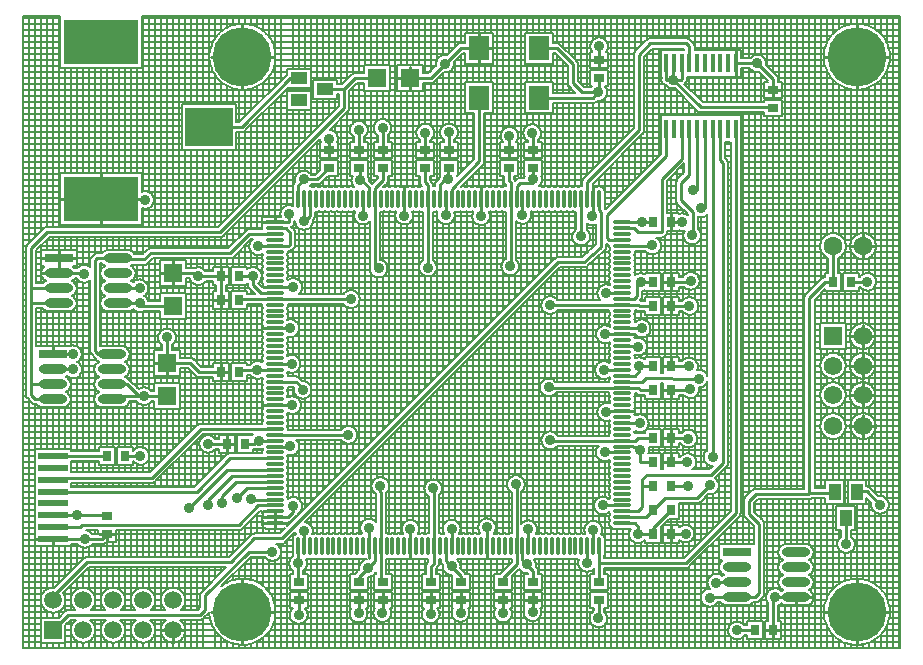
<source format=gtl>
%FSTAX23Y23*%
%MOIN*%
%SFA1B1*%

%IPPOS*%
%ADD10C,0.008000*%
%ADD11O,0.094490X0.031500*%
%ADD12R,0.030320X0.035430*%
%ADD13R,0.035430X0.030320*%
%ADD14R,0.062990X0.062990*%
%ADD15O,0.011810X0.062990*%
%ADD16O,0.062990X0.011810*%
%ADD17R,0.062990X0.011810*%
%ADD18O,0.062990X0.011810*%
%ADD19R,0.011810X0.064960*%
%ADD20R,0.098430X0.023620*%
%ADD21R,0.070870X0.078740*%
%ADD22R,0.062990X0.062990*%
%ADD23R,0.094490X0.031500*%
%ADD24R,0.055120X0.039370*%
%ADD25R,0.055120X0.039370*%
%ADD26R,0.250000X0.150000*%
%ADD27R,0.160000X0.130000*%
%ADD28R,0.039370X0.055120*%
%ADD29R,0.039370X0.055120*%
%ADD30C,0.010000*%
%ADD31C,0.009840*%
%ADD32R,0.059060X0.059060*%
%ADD33C,0.059060*%
%ADD34C,0.196850*%
%ADD35R,0.062000X0.062000*%
%ADD36C,0.062000*%
%ADD37C,0.062990*%
%ADD38C,0.035430*%
%LNirda-1*%
%LPD*%
G54D10*
X03557Y02958D02*
D01*
X03557Y02959*
X03556Y0296*
X03556Y02962*
X03556Y02963*
X03556Y02964*
X03555Y02965*
X03555Y02966*
X03554Y02967*
X03553Y02968*
X03553Y02969*
X03552Y0297*
X03551Y02971*
X0355Y02971*
X03549Y02972*
X03548Y02973*
X03547Y02973*
X03546Y02974*
X03546Y02974*
X03556Y02955D02*
D01*
X03556Y02956*
X03557Y02957*
X03557Y02958*
X03517Y03009D02*
D01*
X03517Y03011*
X03517Y03013*
X03516Y03015*
X03516Y03017*
X03515Y03019*
X03514Y03021*
X03513Y03023*
X03512Y03024*
X03511Y03026*
X0351Y03028*
X03509Y03029*
X03507Y03031*
X03506Y03032*
X03504Y03033*
X03502Y03034*
X035Y03035*
X03498Y03036*
X03496Y03037*
X03494Y03037*
X03492Y03038*
X0349Y03038*
X03488Y03038*
X03486*
X03484Y03038*
X03482Y03038*
X0348Y03037*
X03478Y03037*
X03476Y03036*
X03474Y03035*
X03473Y03034*
X03471Y03033*
X03469Y03032*
X03468Y03031*
X03466Y03029*
X03465Y03028*
X03463Y03026*
X03463Y03026*
X03516Y03003D02*
D01*
X03517Y03005*
X03517Y03008*
X03517Y03009*
X03463Y02992D02*
D01*
X03464Y0299*
X03466Y02989*
X03467Y02987*
X03469Y02986*
X0347Y02985*
X03472Y02984*
X03474Y02982*
X03476Y02982*
X03477Y02981*
X03479Y0298*
X03481Y0298*
X03483Y02979*
X03486Y02979*
X03488Y02979*
X0349Y02979*
X03492Y0298*
X03493Y0298*
X03929Y03031D02*
D01*
X03928Y03039*
X03928Y03046*
X03926Y03054*
X03924Y03061*
X03922Y03069*
X03919Y03076*
X03916Y03083*
X03912Y03089*
X03908Y03096*
X03903Y03102*
X03898Y03108*
X03892Y03113*
X03886Y03118*
X0388Y03122*
X03874Y03127*
X03867Y0313*
X0386Y03133*
X03852Y03136*
X03845Y03138*
X03838Y0314*
X0383Y03141*
X03822Y03141*
X03815*
X03807Y03141*
X03799Y0314*
X03792Y03138*
X03784Y03136*
X03777Y03133*
X0377Y0313*
X03763Y03127*
X03757Y03122*
X0375Y03118*
X03745Y03113*
X03739Y03108*
X03734Y03102*
X03729Y03096*
X03725Y03089*
X03721Y03083*
X03718Y03076*
X03715Y03069*
X03712Y03061*
X03711Y03054*
X03709Y03046*
X03708Y03039*
X03708Y03031*
X03708Y03023*
X03709Y03016*
X03711Y03008*
X03712Y03001*
X03715Y02993*
X03718Y02986*
X03721Y02979*
X03725Y02973*
X03729Y02966*
X03734Y0296*
X03739Y02954*
X03745Y02949*
X0375Y02944*
X03757Y0294*
X03763Y02935*
X0377Y02932*
X03777Y02929*
X03784Y02926*
X03792Y02924*
X03799Y02922*
X03807Y02921*
X03815Y02921*
X03822*
X0383Y02921*
X03838Y02922*
X03845Y02924*
X03852Y02926*
X0386Y02929*
X03867Y02932*
X03874Y02935*
X0388Y0294*
X03886Y02944*
X03892Y02949*
X03898Y02954*
X03903Y0296*
X03908Y02966*
X03912Y02973*
X03916Y02979*
X03919Y02986*
X03922Y02993*
X03924Y03001*
X03926Y03008*
X03928Y03016*
X03928Y03023*
X03929Y03031*
X03263Y03087D02*
D01*
X03263Y03088*
X03262Y03089*
X03261Y03089*
X0326Y0309*
X03259Y03091*
X03258Y03091*
X03256Y03091*
X03255Y03092*
X03254Y03092*
X03253Y03092*
X03252Y03092*
X03251Y03092*
X03278Y03066D02*
D01*
X03278Y03067*
X03278Y03068*
X03278Y03069*
X03277Y0307*
X03277Y03071*
X03277Y03073*
X03276Y03074*
X03275Y03075*
X03275Y03076*
X03274Y03076*
X03273Y03077*
X03273Y03078*
X03278Y03066D02*
D01*
X03278Y03067*
X03278Y03068*
X03278Y03069*
X03277Y0307*
X03277Y03071*
X03277Y03073*
X03276Y03074*
X03275Y03075*
X03275Y03076*
X03274Y03076*
X03273Y03077*
X03273Y03078*
X03263Y03087D02*
D01*
X03263Y03088*
X03262Y03089*
X03261Y03089*
X0326Y0309*
X03259Y03091*
X03258Y03091*
X03256Y03091*
X03255Y03092*
X03254Y03092*
X03253Y03092*
X03252Y03092*
X03251Y03092*
X03129D02*
D01*
X03128Y03092*
X03127Y03092*
X03126Y03092*
X03125Y03092*
X03124Y03091*
X03123Y03091*
X03122Y0309*
X0312Y0309*
X0312Y03089*
X03119Y03088*
X03118Y03087*
X03117Y03087*
X03129Y03092D02*
D01*
X03128Y03092*
X03127Y03092*
X03126Y03092*
X03125Y03092*
X03124Y03091*
X03123Y03091*
X03122Y0309*
X0312Y0309*
X0312Y03089*
X03119Y03088*
X03118Y03087*
X03117Y03087*
X03287Y02851D02*
D01*
X03288Y0285*
X03289Y02849*
X0329Y02849*
X03291Y02848*
X03292Y02847*
X03293Y02847*
X03294Y02847*
X03295Y02846*
X03296Y02846*
X03297Y02846*
X03298Y02846*
X03299Y02846*
X03287Y02851D02*
D01*
X03288Y0285*
X03289Y02849*
X0329Y02849*
X03291Y02848*
X03292Y02847*
X03293Y02847*
X03294Y02847*
X03295Y02846*
X03296Y02846*
X03297Y02846*
X03298Y02846*
X03299Y02846*
X03247Y02944D02*
D01*
X03248Y02945*
X03249Y02946*
X0325Y02947*
X0325Y02948*
X03251Y02949*
X03251Y0295*
X03252Y02951*
X03252Y02952*
X03252Y02953*
X03252Y02955*
X03252Y02956*
X03252Y02956*
X03247Y02944D02*
D01*
X03248Y02945*
X03249Y02946*
X0325Y02947*
X0325Y02948*
X03251Y02949*
X03251Y0295*
X03252Y02951*
X03252Y02952*
X03252Y02953*
X03252Y02955*
X03252Y02956*
X03252Y02956*
X03183Y02937D02*
D01*
X03184Y02936*
X03185Y02934*
X03187Y02933*
X03188Y02931*
X0319Y0293*
X03192Y02929*
X03194Y02928*
X03195Y02927*
X03197Y02926*
X03199Y02926*
X03201Y02925*
X03203Y02925*
X03205Y02925*
X03207Y02925*
X0321Y02925*
X03212Y02925*
X03213Y02925*
X03168Y02959D02*
D01*
X03167Y02958*
X03167Y02957*
X03167Y02956*
X03167Y02955*
X03167Y02954*
X03167Y02952*
X03167Y02951*
X03167Y0295*
X03168Y02949*
X03168Y02948*
X03169Y02947*
X03169Y02946*
X0317Y02945*
X0317Y02944*
X03171Y02943*
X03172Y02942*
X03173Y02941*
X03174Y02941*
X03175Y0294*
X03176Y02939*
X03177Y02939*
X03178Y02938*
X03179Y02938*
X0318Y02938*
X03181Y02938*
X03183Y02937*
X03183Y02937*
X03168Y02959D02*
D01*
X03167Y02958*
X03167Y02957*
X03167Y02956*
X03167Y02955*
X03167Y02954*
X03167Y02952*
X03167Y02951*
X03167Y0295*
X03168Y02949*
X03168Y02948*
X03169Y02947*
X03169Y02946*
X0317Y02945*
X0317Y02944*
X03171Y02943*
X03172Y02942*
X03173Y02941*
X03174Y02941*
X03175Y0294*
X03176Y02939*
X03177Y02939*
X03178Y02938*
X03179Y02938*
X0318Y02938*
X03181Y02938*
X03183Y02937*
X03183Y02937*
X03883Y024D02*
D01*
X03883Y02403*
X03882Y02406*
X03882Y02409*
X03881Y02411*
X0388Y02414*
X03879Y02417*
X03878Y0242*
X03876Y02422*
X03875Y02425*
X03873Y02427*
X03871Y0243*
X03869Y02432*
X03866Y02434*
X03864Y02435*
X03861Y02437*
X03859Y02438*
X03856Y0244*
X03853Y02441*
X0385Y02442*
X03847Y02442*
X03844Y02443*
X03841Y02443*
X03838*
X03835Y02443*
X03832Y02442*
X03829Y02442*
X03826Y02441*
X03823Y0244*
X0382Y02438*
X03818Y02437*
X03815Y02435*
X03813Y02434*
X0381Y02432*
X03808Y0243*
X03806Y02427*
X03804Y02425*
X03803Y02422*
X03801Y0242*
X038Y02417*
X03799Y02414*
X03798Y02411*
X03797Y02409*
X03797Y02406*
X03796Y02403*
X03796Y024*
X03796Y02396*
X03797Y02393*
X03797Y0239*
X03798Y02388*
X03799Y02385*
X038Y02382*
X03801Y02379*
X03803Y02377*
X03804Y02374*
X03806Y02372*
X03808Y02369*
X0381Y02367*
X03813Y02365*
X03815Y02364*
X03818Y02362*
X0382Y02361*
X03823Y02359*
X03826Y02358*
X03829Y02357*
X03832Y02357*
X03835Y02356*
X03838Y02356*
X03841*
X03844Y02356*
X03847Y02357*
X0385Y02357*
X03853Y02358*
X03856Y02359*
X03859Y02361*
X03861Y02362*
X03864Y02364*
X03866Y02365*
X03869Y02367*
X03871Y02369*
X03873Y02372*
X03875Y02374*
X03876Y02377*
X03878Y02379*
X03879Y02382*
X0388Y02385*
X03881Y02388*
X03882Y0239*
X03882Y02393*
X03883Y02396*
X03883Y024*
X03756Y0236D02*
D01*
X03759Y02361*
X03762Y02362*
X03764Y02364*
X03767Y02366*
X03769Y02368*
X03771Y0237*
X03773Y02372*
X03775Y02375*
X03777Y02377*
X03778Y0238*
X03779Y02382*
X0378Y02385*
X03781Y02388*
X03782Y02391*
X03783Y02394*
X03783Y02397*
X03783Y024*
D01*
X03783Y02403*
X03782Y02406*
X03782Y02409*
X03781Y02411*
X0378Y02414*
X03779Y02417*
X03778Y0242*
X03776Y02422*
X03775Y02425*
X03773Y02427*
X03771Y0243*
X03769Y02432*
X03766Y02434*
X03764Y02435*
X03761Y02437*
X03759Y02438*
X03756Y0244*
X03753Y02441*
X0375Y02442*
X03747Y02442*
X03744Y02443*
X03741Y02443*
X03738*
X03735Y02443*
X03732Y02442*
X03729Y02442*
X03726Y02441*
X03723Y0244*
X0372Y02438*
X03718Y02437*
X03715Y02435*
X03713Y02434*
X0371Y02432*
X03708Y0243*
X03706Y02427*
X03704Y02425*
X03703Y02422*
X03701Y0242*
X037Y02417*
X03699Y02414*
X03698Y02411*
X03697Y02409*
X03697Y02406*
X03696Y02403*
X03696Y024*
X03696Y02396*
X03697Y02393*
X03697Y0239*
X03698Y02388*
X03699Y02385*
X037Y02382*
X03701Y02379*
X03703Y02377*
X03704Y02374*
X03706Y02372*
X03708Y02369*
X0371Y02367*
X03713Y02365*
X03715Y02364*
X03718Y02362*
X0372Y02361*
X03723Y0236*
X03883Y02281D02*
D01*
X03883Y02283*
X03883Y02285*
X03883Y02287*
X03882Y02289*
X03882Y02291*
X03881Y02293*
X0388Y02295*
X03879Y02297*
X03878Y02298*
X03876Y023*
X03875Y02302*
X03874Y02303*
X03872Y02304*
X0387Y02306*
X03869Y02307*
X03867Y02308*
X03865Y02308*
X03863Y02309*
X03861Y0231*
X03859Y0231*
X03857Y0231*
X03855Y02311*
X03853*
X03851Y0231*
X03849Y0231*
X03847Y0231*
X03845Y02309*
X03843Y02308*
X03841Y02308*
X03839Y02307*
X03837Y02306*
X03836Y02304*
X03834Y02303*
X03833Y02302*
X03831Y023*
X0383Y02298*
X03829Y02297*
X03829Y02296*
X03831Y02263D02*
D01*
X03832Y02261*
X03833Y0226*
X03835Y02258*
X03837Y02257*
X03838Y02256*
X0384Y02255*
X03842Y02254*
X03844Y02253*
X03846Y02253*
X03848Y02252*
X0385Y02252*
X03852Y02251*
X03854Y02251*
X03856Y02251*
X03858Y02252*
X0386Y02252*
X03862Y02253*
X03864Y02253*
X03866Y02254*
X03868Y02255*
X0387Y02256*
X03871Y02257*
X03873Y02258*
X03874Y0226*
X03876Y02261*
X03877Y02263*
X03878Y02265*
X0388Y02266*
X0388Y02268*
X03881Y0227*
X03882Y02272*
X03883Y02274*
X03883Y02276*
X03883Y02278*
X03883Y0228*
X03883Y02281*
X03712Y02296D02*
D01*
X03711Y02296*
X0371Y02296*
X03709Y02296*
X03708Y02296*
X03707Y02295*
X03706Y02295*
X03705Y02294*
X03704Y02294*
X03703Y02293*
X03702Y02292*
X03701Y02292*
X03701Y02291*
X03712Y02296D02*
D01*
X03711Y02296*
X0371Y02296*
X03709Y02296*
X03708Y02296*
X03707Y02295*
X03706Y02295*
X03705Y02294*
X03704Y02294*
X03703Y02293*
X03702Y02292*
X03701Y02292*
X03701Y02291*
X03649Y0224D02*
D01*
X03648Y02239*
X03647Y02238*
X03647Y02237*
X03646Y02236*
X03646Y02235*
X03645Y02234*
X03645Y02233*
X03644Y02232*
X03644Y02231*
X03644Y02229*
X03644Y02228*
X03644Y02228*
X03649Y0224D02*
D01*
X03648Y02239*
X03647Y02238*
X03647Y02237*
X03646Y02236*
X03646Y02235*
X03645Y02234*
X03645Y02233*
X03644Y02232*
X03644Y0223*
X03644Y02229*
X03644Y02228*
X03644Y02228*
X03388Y02677D02*
D01*
X03388Y02678*
X03388Y02679*
X03388Y0268*
X03388Y02681*
X03387Y02682*
X03387Y02684*
X03386Y02685*
X03386Y02686*
X03385Y02687*
X03385Y02687*
X03388Y02677D02*
D01*
X03388Y02678*
X03388Y02679*
X03388Y0268*
X03388Y02681*
X03387Y02682*
X03387Y02684*
X03386Y02685*
X03386Y02686*
X03385Y02687*
X03385Y02687*
X03289Y02499D02*
D01*
X03291Y02498*
X03293Y02498*
X03295Y02497*
X03297Y02497*
X03299Y02497*
X03301Y02496*
X03303Y02497*
X03305Y02497*
X03307Y02497*
X03309Y02498*
X03311Y02498*
X03313Y02499*
X03315Y025*
X03317Y02501*
X03318Y02502*
X0332Y02504*
X03321Y02505*
X03255Y02502D02*
D01*
X03254Y02504*
X03252Y02505*
X0325Y02506*
X03248Y02507*
X03246Y02507*
X03244Y02508*
X03242Y02508*
X0324Y02509*
X03238Y02509*
X03236Y02509*
X03234Y02509*
X03232Y02509*
X0323Y02508*
X03228Y02508*
X03227Y02507*
X033Y02436D02*
D01*
X033Y02438*
X03299Y0244*
X03299Y02442*
X03299Y02444*
X03298Y02446*
X03297Y02448*
X03296Y02449*
X03295Y02451*
X03294Y02453*
X03293Y02455*
X03291Y02456*
X0329Y02458*
X03289Y02458*
X03245Y02451D02*
D01*
X03244Y02449*
X03243Y02448*
X03242Y02446*
X03242Y02444*
X03241Y02442*
X03241Y0244*
X03241Y02438*
X03241Y02436*
X03241Y02433*
X03241Y02431*
X03241Y02429*
X03242Y02427*
X03242Y02425*
X03243Y02423*
X03244Y02422*
X03245Y0242*
X03246Y02418*
X03247Y02417*
X03249Y02415*
X0325Y02414*
X03252Y02412*
X03254Y02411*
X03255Y0241*
X03257Y02409*
X03259Y02408*
X03261Y02407*
X03263Y02407*
X03265Y02406*
X03267Y02406*
X03269Y02406*
X03271Y02406*
X03273Y02406*
X03275Y02406*
X03277Y02407*
X03279Y02407*
X03281Y02408*
X03283Y02409*
X03285Y0241*
X03287Y02411*
X03288Y02412*
X0329Y02414*
X03291Y02415*
X03293Y02416*
X03294Y02418*
X03295Y0242*
X03296Y02422*
X03297Y02423*
X03298Y02425*
X03299Y02427*
X03299Y02429*
X03299Y02431*
X033Y02433*
X033Y02436*
X033Y02436*
X03227Y02452D02*
D01*
X03229Y02451*
X03231Y0245*
X03233Y0245*
X03235Y0245*
X03237Y0245*
X03239Y0245*
X03241Y0245*
X03243Y02451*
X03245Y02451*
X03245Y02451*
X03221Y02622D02*
D01*
X0322Y02621*
X03219Y0262*
X03219Y02619*
X03218Y02618*
X03217Y02617*
X03217Y02616*
X03217Y02615*
X03216Y02614*
X03216Y02612*
X03216Y02611*
X03216Y0261*
X03216Y0261*
X03221Y02622D02*
D01*
X0322Y02621*
X03219Y0262*
X03219Y02619*
X03218Y02618*
X03217Y02617*
X03217Y02616*
X03217Y02615*
X03216Y02614*
X03216Y02612*
X03216Y02611*
X03216Y0261*
X03216Y0261*
Y02552D02*
D01*
X03216Y0255*
X03216Y02549*
X03216Y02548*
X03217Y02547*
X03217Y02546*
X03217Y02545*
X03218Y02544*
X03218Y02543*
X03219Y02542*
X0322Y02541*
X03221Y0254*
X03221Y0254*
X03216Y02552D02*
D01*
X03216Y0255*
X03216Y02549*
X03216Y02548*
X03217Y02547*
X03217Y02546*
X03217Y02545*
X03218Y02544*
X03218Y02543*
X03219Y02542*
X0322Y02541*
X03221Y0254*
X03221Y0254*
X03182Y02436D02*
D01*
X03183Y02437*
X03183Y02438*
X03184Y02439*
X03185Y0244*
X03185Y02441*
X03186Y02442*
X03186Y02443*
X03186Y02445*
X03186Y02446*
X03187Y02447*
X03187Y02448*
X03187Y02448*
X03182Y02436D02*
D01*
X03182Y02437*
X03183Y02438*
X03184Y02439*
X03185Y0244*
X03185Y02441*
X03186Y02442*
X03186Y02443*
X03186Y02444*
X03186Y02446*
X03187Y02447*
X03187Y02448*
X03187Y02448*
X03167Y02428D02*
D01*
X03168Y02429*
X03169Y02429*
X0317Y02429*
X03171Y02429*
X03173Y0243*
X03174Y0243*
X03175Y0243*
X03176Y02431*
X03177Y02432*
X03178Y02432*
X03179Y02433*
X03179Y02433*
X03167Y02428D02*
D01*
X03168Y02429*
X03169Y02429*
X0317Y02429*
X03171Y02429*
X03173Y0243*
X03174Y0243*
X03175Y0243*
X03176Y02431*
X03177Y02432*
X03178Y02432*
X03179Y02433*
X03179Y02433*
X03167Y02402D02*
D01*
X03167Y02404*
X03167Y02406*
X03166Y02408*
X03166Y0241*
X03165Y02412*
X03164Y02414*
X03163Y02416*
X03162Y02418*
X03161Y02419*
X0316Y02421*
X03159Y02423*
X03157Y02424*
X03156Y02425*
X03154Y02427*
X03152Y02428*
X03151Y02428*
X03114Y02384D02*
D01*
X03115Y02382*
X03117Y02381*
X03118Y02379*
X0312Y02378*
X03122Y02377*
X03123Y02376*
X03125Y02375*
X03127Y02374*
X03129Y02374*
X03131Y02373*
X03133Y02373*
X03135Y02373*
X03137Y02372*
X03139Y02373*
X03141Y02373*
X03143Y02373*
X03145Y02374*
X03147Y02374*
X03149Y02375*
X03151Y02376*
X03153Y02377*
X03155Y02378*
X03156Y02379*
X03158Y02381*
X03159Y02382*
X03161Y02384*
X03162Y02385*
X03163Y02387*
X03164Y02389*
X03165Y02391*
X03165Y02393*
X03166Y02395*
X03166Y02397*
X03167Y02399*
X03167Y02401*
X03167Y02402*
X03295Y02284D02*
D01*
X03295Y02286*
X03295Y02288*
X03294Y0229*
X03294Y02292*
X03293Y02294*
X03292Y02296*
X03291Y02298*
X0329Y023*
X03289Y02301*
X03288Y02303*
X03287Y02305*
X03285Y02306*
X03283Y02307*
X03282Y02308*
X0328Y0231*
X03278Y02311*
X03276Y02311*
X03274Y02312*
X03272Y02313*
X0327Y02313*
X03268Y02313*
X03266Y02314*
X03264*
X03262Y02313*
X0326Y02313*
X03258Y02313*
X03256Y02312*
X03254Y02311*
X03252Y02311*
X0325Y0231*
X03249Y02308*
X03247Y02307*
X03245Y02306*
X03244Y02305*
X03243Y02303*
X03241Y02301*
X0324Y023*
X03239Y02298*
X03238Y02296*
X03245Y02263D02*
D01*
X03246Y02261*
X03248Y0226*
X0325Y02259*
X03251Y02258*
X03253Y02257*
X03255Y02256*
X03257Y02256*
X03259Y02255*
X03261Y02255*
X03263Y02254*
X03265Y02254*
X03267Y02254*
X03269Y02255*
X03271Y02255*
X03273Y02255*
X03275Y02256*
X03277Y02257*
X03279Y02258*
X03281Y02259*
X03283Y0226*
X03284Y02261*
X03286Y02263*
X03287Y02264*
X03289Y02266*
X0329Y02267*
X03291Y02269*
X03292Y02271*
X03293Y02273*
X03293Y02275*
X03294Y02277*
X03294Y02279*
X03295Y02281*
X03295Y02283*
X03295Y02284*
X03291Y022D02*
D01*
X03291Y02202*
X03291Y02204*
X0329Y02206*
X0329Y02208*
X03289Y0221*
X03288Y02212*
X03287Y02214*
X03286Y02216*
X03285Y02218*
X03284Y02219*
X03283Y02221*
X03281Y02222*
X0328Y02224*
X03278Y02225*
X03276Y02226*
X03274Y02227*
X03272Y02228*
X0327Y02228*
X03268Y02229*
X03266Y02229*
X03264Y0223*
X03262Y0223*
X0326*
X03258Y0223*
X03256Y02229*
X03254Y02229*
X03252Y02228*
X0325Y02228*
X03248Y02227*
X03247Y02226*
X03245Y02225*
X03243Y02224*
X03242Y02222*
X0324Y02221*
X03239Y02219*
X03237Y02218*
X03236Y02216*
X03238Y02183D02*
D01*
X03239Y02181*
X0324Y0218*
X03242Y02178*
X03243Y02177*
X03245Y02176*
X03247Y02175*
X03249Y02174*
X0325Y02173*
X03252Y02172*
X03254Y02172*
X03256Y02171*
X03258Y02171*
X03261Y02171*
X03263Y02171*
X03265Y02171*
X03267Y02171*
X03269Y02172*
X03271Y02172*
X03273Y02173*
X03274Y02174*
X03276Y02175*
X03278Y02176*
X0328Y02177*
X03281Y02178*
X03283Y0218*
X03284Y02181*
X03285Y02183*
X03287Y02185*
X03288Y02187*
X03288Y02188*
X03289Y0219*
X0329Y02192*
X0329Y02194*
X03291Y02196*
X03291Y02198*
X03291Y022*
X03131Y02125D02*
D01*
X03131Y02128*
X03131Y0213*
X03131Y02132*
X0313Y02134*
X0313Y02136*
X03129Y02138*
X03128Y02139*
X03127Y02141*
X03126Y02143*
X03125Y02145*
X03123Y02146*
X03122Y02147*
X0312Y02149*
X03118Y0215*
X03117Y02151*
X03115Y02152*
X03113Y02153*
X03111Y02154*
X03109Y02154*
X03107Y02155*
X03105Y02155*
X03103Y02155*
X03101*
X03099Y02155*
X03097Y02155*
X03095Y02154*
X03093Y02154*
X03091Y02153*
X03089Y02152*
X03087Y02151*
X03085Y0215*
X03084Y02149*
X03082Y02147*
X03081Y02146*
X0308Y02146*
X0308Y0305D02*
D01*
X03079Y03049*
X03079Y03048*
X03078Y03047*
X03077Y03046*
X03077Y03045*
X03076Y03044*
X03076Y03043*
X03076Y03042*
X03075Y03041*
X03075Y03039*
X03075Y03038*
X03075Y03038*
X0308Y0305D02*
D01*
X03079Y03049*
X03079Y03048*
X03078Y03047*
X03077Y03046*
X03077Y03045*
X03076Y03044*
X03076Y03043*
X03076Y03042*
X03075Y03041*
X03075Y03039*
X03075Y03038*
X03075Y03038*
X02983Y03047D02*
D01*
X02984Y03048*
X02985Y0305*
X02986Y03052*
X02987Y03054*
X02988Y03056*
X02989Y03058*
X02989Y0306*
X02989Y03062*
X0299Y03064*
X0299Y03065*
D01*
X0299Y03068*
X02989Y0307*
X02989Y03072*
X02989Y03074*
X02988Y03076*
X02987Y03077*
X02986Y03079*
X02985Y03081*
X02984Y03083*
X02983Y03084*
X02981Y03086*
X0298Y03087*
X02978Y03089*
X02977Y0309*
X02975Y03091*
X02973Y03092*
X02971Y03093*
X02969Y03094*
X02967Y03094*
X02965Y03095*
X02963Y03095*
X02961Y03095*
X02959*
X02957Y03095*
X02955Y03095*
X02953Y03094*
X02951Y03094*
X02949Y03093*
X02947Y03092*
X02945Y03091*
X02944Y0309*
X02942Y03089*
X0294Y03087*
X02939Y03086*
X02937Y03084*
X02936Y03083*
X02935Y03081*
X02934Y03079*
X02933Y03077*
X02932Y03076*
X02932Y03074*
X02931Y03072*
X02931Y0307*
X02931Y03068*
X02931Y03065*
X02931Y03063*
X02931Y03061*
X02931Y03059*
X02932Y03057*
X02932Y03055*
X02933Y03053*
X02934Y03052*
X02935Y0305*
X02936Y03048*
X02937Y03047*
X02831Y03071D02*
D01*
X0283Y03072*
X02829Y03073*
X02828Y03074*
X02827Y03074*
X02826Y03075*
X02825Y03075*
X02824Y03076*
X02823Y03076*
X02822Y03076*
X02821Y03076*
X0282Y03076*
X02819Y03076*
X02831Y03071D02*
D01*
X0283Y03072*
X02829Y03073*
X02828Y03074*
X02827Y03074*
X02826Y03075*
X02825Y03075*
X02824Y03076*
X02823Y03076*
X02822Y03076*
X02821Y03076*
X0282Y03076*
X02819Y03076*
X02888Y03007D02*
D01*
X02888Y03008*
X02888Y0301*
X02888Y03011*
X02888Y03012*
X02887Y03013*
X02887Y03014*
X02886Y03015*
X02886Y03016*
X02885Y03017*
X02884Y03018*
X02884Y03019*
X02883Y03019*
X02888Y03007D02*
D01*
X02888Y03008*
X02888Y0301*
X02888Y03011*
X02888Y03012*
X02887Y03013*
X02887Y03014*
X02886Y03015*
X02886Y03016*
X02885Y03017*
X02884Y03018*
X02884Y03019*
X02883Y03019*
X02987Y02913D02*
D01*
X02987Y02915*
X02986Y02917*
X02986Y02919*
X02986Y02921*
X02985Y02923*
X02984Y02925*
X02983Y02927*
X02982Y02929*
X02981Y0293*
X0298Y02932*
X02979Y02932*
X02952Y02884D02*
D01*
X02954Y02883*
X02956Y02883*
X02958Y02883*
X0296Y02883*
X02962Y02884*
X02964Y02884*
X02966Y02885*
X02968Y02885*
X0297Y02886*
X02972Y02887*
X02974Y02888*
X02975Y02889*
X02977Y02891*
X02978Y02892*
X0298Y02894*
X02981Y02895*
X02982Y02897*
X02983Y02899*
X02984Y02901*
X02985Y02903*
X02986Y02905*
X02986Y02907*
X02986Y02909*
X02987Y02911*
X02987Y02913*
X02987Y02913*
X02938Y02877D02*
D01*
X0294Y02877*
X02941Y02878*
X02942Y02878*
X02943Y02878*
X02944Y02878*
X02945Y02879*
X02946Y02879*
X02947Y0288*
X02948Y02881*
X02949Y02881*
X0295Y02882*
X0295Y02882*
X02938Y02877D02*
D01*
X0294Y02877*
X02941Y02878*
X02942Y02878*
X02943Y02878*
X02944Y02878*
X02945Y02879*
X02946Y02879*
X02947Y0288*
X02948Y02881*
X02949Y02881*
X0295Y02882*
X0295Y02882*
X03104Y02773D02*
D01*
X03105Y02774*
X03105Y02775*
X03106Y02776*
X03107Y02777*
X03107Y02778*
X03108Y02779*
X03108Y0278*
X03108Y02781*
X03109Y02782*
X03109Y02783*
X03109Y02785*
X03109Y02785*
X03104Y02773D02*
D01*
X03105Y02774*
X03105Y02775*
X03106Y02776*
X03107Y02777*
X03107Y02778*
X03108Y02779*
X03108Y0278*
X03108Y02781*
X03109Y02782*
X03109Y02783*
X03109Y02785*
X03109Y02785*
X02935Y02932D02*
D01*
X02934Y02931*
X02933Y0293*
X02855Y02943D02*
D01*
X02855Y02942*
X02855Y02941*
X02855Y0294*
X02855Y02939*
X02856Y02938*
X02856Y02937*
X02857Y02936*
X02857Y02934*
X02858Y02934*
X02859Y02933*
X02859Y02932*
X0286Y02932*
X02855Y02943D02*
D01*
X02855Y02942*
X02855Y02941*
X02855Y0294*
X02855Y02939*
X02856Y02938*
X02856Y02937*
X02857Y02936*
X02857Y02934*
X02858Y02934*
X02859Y02933*
X02859Y02932*
X0286Y02932*
X02756Y02754D02*
D01*
X02758Y02755*
X02759Y02757*
X0276Y02758*
X02762Y0276*
X02763Y02762*
X02764Y02764*
X02764Y02766*
X02765Y02768*
X02766Y0277*
X02766Y02772*
X02766Y02774*
X02766Y02776*
X02766Y02776*
X02498Y03076D02*
D01*
X02497Y03076*
X02496Y03076*
X02495Y03076*
X02494Y03076*
X02493Y03075*
X02492Y03075*
X02491Y03074*
X0249Y03074*
X02489Y03073*
X02488Y03072*
X02487Y03072*
X02487Y03071*
X02498Y03076D02*
D01*
X02497Y03076*
X02496Y03076*
X02495Y03076*
X02494Y03076*
X02493Y03075*
X02492Y03075*
X02491Y03074*
X0249Y03074*
X02489Y03073*
X02488Y03072*
X02487Y03072*
X02487Y03071*
X02476Y03008D02*
D01*
X02476Y0301*
X02476Y03012*
X02476Y03013*
X02442Y02979D02*
D01*
X02444Y02979*
X02446Y02979*
X02448Y02979*
X0245Y02979*
X02452Y02979*
X02454Y0298*
X02456Y0298*
X02458Y02981*
X0246Y02982*
X02462Y02983*
X02463Y02984*
X02465Y02985*
X02467Y02987*
X02468Y02988*
X02469Y0299*
X02471Y02991*
X02472Y02993*
X02473Y02995*
X02474Y02997*
X02474Y02999*
X02475Y03001*
X02475Y03003*
X02476Y03005*
X02476Y03007*
X02476Y03008*
X02766Y02776D02*
D01*
X02766Y02778*
X02766Y0278*
X02766Y02782*
X02765Y02784*
X02765Y02786*
X02764Y02788*
X02763Y0279*
X02762Y02792*
X02761Y02793*
X02759Y02795*
X02758Y02797*
X02756Y02798*
X02755Y02799*
X02753Y02801*
X02751Y02802*
X0275Y02803*
X02748Y02804*
X02746Y02804*
X02744Y02805*
X02742Y02805*
X0274Y02806*
X02738Y02806*
X02736*
X02734Y02806*
X02732Y02805*
X0273Y02805*
X02728Y02804*
X02726Y02804*
X02724Y02803*
X02722Y02802*
X0272Y02801*
X02718Y02799*
X02717Y02798*
X02715Y02797*
X02714Y02795*
X02713Y02793*
X02712Y02792*
X02711Y0279*
X0271Y02788*
X02709Y02786*
X02708Y02784*
X02708Y02782*
X02707Y0278*
X02707Y02778*
X02707Y02776*
X02707Y02774*
X02707Y02772*
X02708Y0277*
X02708Y02768*
X02709Y02766*
X0271Y02764*
X02711Y02762*
X02712Y0276*
X02713Y02759*
X02714Y02757*
X02715Y02756*
X02717Y02754*
X02718Y02753*
X0272Y02752*
X02722Y0275*
X02723Y0275*
X02682Y02747D02*
D01*
X02684Y02748*
X02685Y0275*
X02686Y02752*
X02687Y02753*
X02688Y02755*
X02689Y02757*
X02689Y02759*
X0269Y02761*
X0269Y02763*
X0269Y02765*
X02691Y02767*
D01*
X0269Y02769*
X0269Y02771*
X0269Y02773*
X02689Y02775*
X02689Y02777*
X02688Y02779*
X02687Y02781*
X02686Y02783*
X02685Y02785*
X02684Y02786*
X02682Y02788*
X02681Y02789*
X02679Y02791*
X02677Y02792*
X02676Y02793*
X02674Y02794*
X02672Y02795*
X0267Y02795*
X02668Y02796*
X02666Y02796*
X02664Y02797*
X02662Y02797*
X0266*
X02658Y02797*
X02656Y02796*
X02654Y02796*
X02652Y02795*
X0265Y02795*
X02648Y02794*
X02646Y02793*
X02644Y02792*
X02643Y02791*
X02641Y02789*
X0264Y02788*
X02638Y02786*
X02637Y02785*
X02636Y02783*
X02635Y02781*
X02634Y02779*
X02633Y02777*
X02632Y02775*
X02632Y02773*
X02632Y02771*
X02631Y02769*
X02631Y02767*
X02631Y02765*
X02632Y02763*
X02632Y02761*
X02632Y02759*
X02633Y02757*
X02634Y02755*
X02635Y02753*
X02636Y02752*
X02637Y0275*
X02638Y02748*
X0264Y02747*
X02476Y02754D02*
D01*
X02478Y02756*
X0248Y02757*
X02481Y02758*
X02482Y0276*
X02484Y02762*
X02485Y02763*
X02486Y02765*
X02487Y02767*
X02487Y02769*
X02488Y02771*
X02488Y02773*
X02489Y02775*
X02489Y02777*
X02489Y02779*
X02982Y02522D02*
D01*
X02981Y02523*
X0298Y02524*
X0298Y02525*
X02979Y02526*
X02982Y02522D02*
D01*
X02981Y02523*
X0298Y02524*
X0298Y02525*
X02979Y02526*
X02978Y02582D02*
D01*
X02978Y02583*
X02978Y02584*
X02978Y02586*
X02977Y02587*
X02977Y02588*
X02976Y02589*
X02976Y0259*
X02975Y02591*
X02975Y02592*
X02974Y02593*
X02973Y02594*
X02972Y02595*
X02971Y02596*
X0297Y02597*
X02969Y02597*
X02968Y02598*
X02967Y02598*
X02966Y02599*
X02965Y02599*
X02963Y02599*
X02962Y026*
X02961Y026*
X0296*
X02958Y026*
X02957Y02599*
X02956Y02599*
X02955Y02599*
X02954Y02598*
X02952Y02598*
X02951Y02597*
X0295Y02597*
X02978Y02527D02*
D01*
X02978Y02528*
X02978Y0253*
X02978Y02531*
X0295Y02597D02*
D01*
X02949Y02597*
X02948Y02598*
X02947Y02598*
X02946Y02599*
X02945Y02599*
X02943Y02599*
X02942Y026*
X02941Y026*
X0294Y026*
X02939Y026*
X02938Y02599*
X02984Y02407D02*
D01*
X02985Y02406*
X02986Y02406*
X02987Y02405*
X02988Y02405*
X02989Y02404*
X0299Y02404*
X02991Y02404*
X02993Y02404*
X02994Y02404*
X02994Y02404*
X02984Y02407D02*
D01*
X02985Y02406*
X02986Y02406*
X02987Y02405*
X02988Y02405*
X02989Y02404*
X0299Y02404*
X02991Y02404*
X02993Y02404*
X02994Y02404*
X02994Y02404*
D01*
X02994Y02402*
X02994Y02401*
X02994Y024*
X02994Y02399*
X02994Y02397*
X02994Y02396*
X02995Y02395*
X02995Y02394*
X02996Y02393*
X02996Y02392*
X02997Y02391*
X03077Y02371D02*
D01*
X03078Y02372*
X03079Y02373*
X03079Y02375*
X0308Y02376*
X0308Y02377*
X0308Y02378*
X0308Y02379*
X0308Y02381*
X0308Y02381*
X02997Y02391D02*
D01*
X02996Y0239*
X02995Y02389*
X02995Y02388*
X02994Y02386*
X02994Y02385*
X02994Y02384*
X02994Y02383*
X02994Y02382*
X02994Y0238*
X02994Y02379*
X02994Y02378*
X02994Y02377*
X02995Y02375*
X02995Y02374*
X02995Y02373*
X02996Y02372*
X02997Y02371*
X0308Y02361D02*
D01*
X0308Y02363*
X0308Y02364*
X0308Y02365*
X0308Y02366*
X03079Y02367*
X03079Y02369*
X03078Y0237*
X03078Y02371*
X03077Y02371*
X02918Y02475D02*
D01*
X0292Y02473*
X02922Y02472*
X02923Y02472*
X02925Y02471*
X02927Y0247*
X02929Y0247*
X02931Y02469*
X02933Y02469*
X02935Y02469*
X02937Y02469*
X0294Y02469*
X02942Y0247*
X02944Y0247*
X02946Y02471*
X02947Y02471*
X02949Y02472*
X0295Y02473*
X02978Y02386D02*
D01*
X02979Y02386*
X0298Y02387*
X02981Y02388*
X02981Y02389*
X02982Y0239*
X02982Y02391*
X02983Y02392*
X02983Y02394*
X02984Y02395*
X02984Y02396*
X02984Y02397*
X02984Y02398*
X02978Y02386D02*
D01*
X02979Y02386*
X0298Y02387*
X02981Y02388*
X02981Y02389*
X02982Y0239*
X02982Y02391*
X02983Y02392*
X02983Y02394*
X02984Y02395*
X02984Y02396*
X02984Y02397*
X02984Y02398*
X02909Y02626D02*
D01*
X02908Y02625*
X02907Y02624*
X02907Y02623*
X02906Y02622*
X02906Y02621*
X02905Y0262*
X02905Y02619*
X02904Y02618*
X02904Y02616*
X02904Y02615*
X02904Y02614*
X02904Y02614*
X02909Y02626D02*
D01*
X02908Y02625*
X02907Y02624*
X02907Y02623*
X02906Y02622*
X02906Y02621*
X02905Y0262*
X02905Y02619*
X02904Y02618*
X02904Y02616*
X02904Y02615*
X02904Y02614*
X02904Y02614*
Y02599D02*
D01*
X02903Y026*
X02901Y026*
X029Y026*
X02899Y026*
X02898Y02599*
X02897Y02599*
X02895Y02599*
X02894Y02598*
X02893Y02598*
X02892Y02597*
X02891Y02597*
D01*
X0289Y02597*
X02889Y02598*
X02888Y02598*
X02887Y02599*
X02886Y02599*
X02884Y02599*
X02883Y026*
X02882Y026*
X02881Y026*
X02879Y026*
X02878Y02599*
X02877Y02599*
X02876Y02599*
X02875Y02598*
X02874Y02598*
X02872Y02597*
X02872Y02597*
D01*
X02871Y02597*
X02869Y02598*
X02868Y02598*
X02867Y02599*
X02866Y02599*
X02865Y02599*
X02864Y026*
X02862Y026*
X02861Y026*
X0286Y026*
X02859Y02599*
X02857Y02599*
X02856Y02599*
X02855Y02598*
X02854Y02598*
X02853Y02597*
X02852Y02597*
X02872Y02516D02*
D01*
X02873Y02515*
X02874Y02515*
X02875Y02514*
X02876Y02514*
X02877Y02513*
X02878Y02513*
X0288Y02513*
X02881Y02513*
X02882Y02513*
X02883Y02513*
X02884Y02513*
X02852Y02516D02*
D01*
X02853Y02515*
X02854Y02515*
X02855Y02514*
X02856Y02514*
X02858Y02513*
X02859Y02513*
X0286Y02513*
X02861Y02513*
X02863Y02513*
X02864Y02513*
X02865Y02513*
X02866Y02513*
X02867Y02514*
X02869Y02514*
X0287Y02515*
X02871Y02515*
X02872Y02516*
X02852Y02597D02*
D01*
X02851Y02597*
X0285Y02598*
X02849Y02598*
X02847Y02599*
X02846Y02599*
X02845Y02599*
X02844Y026*
X02843Y026*
X02841Y026*
X0284Y026*
X02839Y02599*
X02838Y02599*
X02836Y02599*
X02835Y02598*
X02834Y02598*
X02833Y02597*
X02832Y02597*
Y02516D02*
D01*
X02833Y02515*
X02834Y02515*
X02836Y02514*
X02837Y02514*
X02838Y02513*
X02839Y02513*
X0284Y02513*
X02842Y02513*
X02843Y02513*
X02844Y02513*
X02845Y02513*
X02847Y02513*
X02848Y02514*
X02849Y02514*
X0285Y02515*
X02851Y02515*
X02852Y02516*
X0293Y02432D02*
D01*
X0293Y02434*
X02929Y02436*
X02929Y02438*
X02929Y0244*
X02928Y02442*
X02927Y02444*
X02926Y02445*
X02925Y02447*
X02924Y02449*
X02923Y02451*
X02921Y02452*
X0292Y02454*
X02918Y02455*
X02918Y02455*
X02884Y02457D02*
D01*
X02883Y02455*
X02881Y02454*
X02879Y02453*
X02878Y02451*
X02877Y0245*
X02875Y02448*
X02874Y02446*
X02873Y02444*
X02873Y02443*
X02872Y02441*
X02871Y02439*
X02871Y02437*
X02871Y02435*
X02871Y02432*
X02871Y0243*
X02871Y02428*
X02871Y02426*
X02871Y02424*
X02872Y02422*
X02873Y0242*
X02874Y02418*
X02875Y02417*
X02876Y02415*
X02877Y02413*
X02878Y02412*
X0288Y0241*
X02881Y02409*
X02883Y02408*
X02885Y02406*
X02886Y02405*
X02888Y02404*
X0289Y02404*
X02892Y02403*
X02894Y02403*
X02896Y02402*
X02898Y02402*
X029Y02402*
X02902Y02402*
X02904Y02402*
X02906Y02403*
X02908Y02403*
X0291Y02404*
X02912Y02405*
X02914Y02406*
X02916Y02407*
X02918Y02408*
X02919Y02409*
X02921Y0241*
X02922Y02412*
X02924Y02413*
X02925Y02415*
X02926Y02417*
X02927Y02419*
X02928Y02421*
X02928Y02423*
X02929Y02425*
X02929Y02427*
X0293Y02429*
X0293Y02431*
X0293Y02432*
X03077Y02352D02*
D01*
X03078Y02353*
X03079Y02354*
X03079Y02355*
X0308Y02356*
X0308Y02357*
X0308Y02358*
X0308Y0236*
X0308Y02361*
X0308Y02361*
X03104Y02251D02*
D01*
X03106Y02251*
X03108Y02252*
X0311Y02252*
X03112Y02253*
X03112Y02254*
X0308Y02342D02*
D01*
X0308Y02343*
X0308Y02344*
X0308Y02345*
X0308Y02347*
X03079Y02348*
X03079Y02349*
X03078Y0235*
X03078Y02351*
X03077Y02352*
Y02332D02*
D01*
X03078Y02333*
X03079Y02334*
X03079Y02335*
X0308Y02336*
X0308Y02338*
X0308Y02339*
X0308Y0234*
X0308Y02341*
X0308Y02342*
Y02322D02*
D01*
X0308Y02323*
X0308Y02324*
X0308Y02326*
X0308Y02327*
X03079Y02328*
X03079Y02329*
X03078Y0233*
X03078Y02331*
X03077Y02332*
Y02312D02*
D01*
X03078Y02313*
X03079Y02314*
X03079Y02315*
X0308Y02317*
X0308Y02318*
X0308Y02319*
X0308Y0232*
X0308Y02322*
X0308Y02322*
X03112Y02305D02*
D01*
X03111Y02306*
X03109Y02307*
X03107Y02308*
X03105Y02308*
X03103Y02309*
X03101Y02309*
X03099Y02309*
X03097Y02309*
X03095Y02309*
X03093Y02309*
X0309Y02308*
X03089Y02308*
X03087Y02307*
X03085Y02306*
X03083Y02305*
X03081Y02304*
X0308Y02303*
D01*
X0308Y02305*
X0308Y02306*
X0308Y02307*
X03079Y02308*
X03079Y02309*
X03078Y0231*
X03078Y02312*
X03077Y02312*
X03099Y02222D02*
D01*
X031Y02223*
X03101Y02224*
X03101Y02225*
X03102Y02226*
X03102Y02227*
X03103Y02228*
X03103Y02229*
X03103Y0223*
X03104Y02231*
X03104Y02232*
X03104Y02233*
X03104Y02234*
X03099Y02222D02*
D01*
X031Y02223*
X03101Y02224*
X03101Y02225*
X03102Y02226*
X03102Y02227*
X03103Y02228*
X03103Y02229*
X03103Y0223*
X03104Y02231*
X03104Y02232*
X03104Y02233*
X03104Y02234*
X03102Y02216D02*
D01*
X03101Y02217*
X031Y02218*
X03099Y02218*
X03098Y02219*
X03097Y02219*
X03097Y0222*
X03102Y02216D02*
D01*
X03101Y02217*
X031Y02218*
X03099Y02218*
X03098Y02219*
X03097Y02219*
X03097Y0222*
X03083Y02187D02*
D01*
X03084Y02186*
X03085Y02186*
X03086Y02185*
X03087Y02184*
X03088Y02184*
X03089Y02184*
X03091Y02183*
X03092Y02183*
X03093Y02183*
X03094Y02183*
X03095Y02183*
X03083Y02187D02*
D01*
X03084Y02186*
X03085Y02186*
X03086Y02185*
X03087Y02184*
X03088Y02184*
X03089Y02184*
X03091Y02183*
X03092Y02183*
X03093Y02183*
X03094Y02183*
X03095Y02183*
X02997Y02371D02*
D01*
X02996Y0237*
X02995Y02369*
X02995Y02368*
X02994Y02367*
X02994Y02366*
X02994Y02364*
X02994Y02363*
X02994Y02362*
X02994Y02361*
X02994Y02359*
X02994Y02358*
X02994Y02357*
X02995Y02356*
X02995Y02355*
X02995Y02353*
X02996Y02352*
X02997Y02352*
D01*
X02996Y0235*
X02995Y02349*
X02995Y02348*
X02994Y02347*
X02994Y02346*
X02994Y02345*
X02994Y02343*
X02994Y02342*
X02994Y02341*
X02994Y0234*
X02994Y02339*
X02994Y02337*
X02995Y02336*
X02995Y02335*
X02995Y02334*
X02996Y02333*
X02997Y02332*
D01*
X02996Y02331*
X02995Y0233*
X02995Y02329*
X02994Y02327*
X02994Y02326*
X02994Y02325*
X02994Y02324*
X02994Y02323*
X02994Y02321*
X02994Y0232*
X02994Y02319*
X02994Y02318*
X02995Y02316*
X02995Y02315*
X02995Y02314*
X02996Y02313*
X02997Y02312*
D01*
X02996Y02311*
X02995Y0231*
X02995Y02309*
X02994Y02308*
X02994Y02307*
X02994Y02305*
X02994Y02304*
X02994Y02303*
X02994Y02302*
X02994Y023*
X02994Y02299*
X02994Y02298*
X02995Y02297*
X02995Y02296*
X02995Y02294*
X02996Y02293*
X02997Y02292*
X0291Y02329D02*
D01*
X02911Y02329*
X02912Y02329*
X02913Y02329*
X02915Y0233*
X02916Y0233*
X02917Y02331*
X02918Y02331*
X02919Y02332*
X0292Y02332*
X02921Y02333*
X02921Y02334*
X0291Y02329D02*
D01*
X02911Y02329*
X02912Y02329*
X02913Y02329*
X02915Y0233*
X02916Y0233*
X02917Y02331*
X02918Y02331*
X02919Y02332*
X0292Y02332*
X02921Y02333*
X02921Y02334*
X03077Y02174D02*
D01*
X03078Y02175*
X03079Y02177*
X03079Y02178*
X0308Y02179*
X0308Y0218*
X0308Y02181*
X0308Y02182*
X0308Y02184*
X0308Y02184*
Y02165D02*
D01*
X0308Y02166*
X0308Y02167*
X0308Y02168*
X0308Y02169*
X03079Y02171*
X03079Y02172*
X03078Y02173*
X03078Y02174*
X03077Y02174*
X02997Y02292D02*
D01*
X02996Y02291*
X02995Y0229*
X02995Y02289*
X02994Y02288*
X02994Y02287*
X02994Y02286*
X02994Y02284*
X02994Y02283*
X02994Y02282*
X02994Y02281*
X02994Y02279*
X02994Y02278*
X02995Y02277*
X02995Y02276*
X02995Y02275*
X02996Y02274*
X02997Y02273*
D01*
X02996Y02272*
X02995Y02271*
X02995Y0227*
X03077Y02155D02*
D01*
X03078Y02156*
X03079Y02157*
X03079Y02158*
X0308Y02159*
X0308Y0216*
X0308Y02162*
X0308Y02163*
X0308Y02164*
X0308Y02165*
X0308Y02146D02*
D01*
X0308Y02147*
X0308Y02148*
X0308Y02149*
X03079Y02151*
X03079Y02152*
X03078Y02153*
X03078Y02154*
X03077Y02155*
X02995Y0227D02*
D01*
X02993Y02271*
X02991Y02271*
X02989Y02272*
X02987Y02272*
X02985Y02272*
X02983Y02272*
X02981Y02272*
X02979Y02272*
X02977Y02271*
X02975Y02271*
X02973Y0227*
X02971Y02269*
X02969Y02268*
X02967Y02267*
X02966Y02266*
X02964Y02265*
X02963Y02263*
X02961Y02262*
X0296Y0226*
X02959Y02258*
X02958Y02257*
X02957Y02255*
X02956Y02253*
X02955Y02251*
X02955Y02249*
X02954Y02247*
X02954Y02245*
X02954Y02243*
X02954Y02241*
X02954Y02239*
X02955Y02237*
X02955Y02235*
X02956Y02233*
X02957Y02231*
X02958Y02229*
X02959Y02227*
X0296Y02225*
X02961Y02224*
X02962Y02222*
X02964Y02221*
X02964Y02221*
X02994Y02187D02*
D01*
X02994Y02186*
X02994Y02185*
X02994Y02183*
X02994Y02182*
X02994Y02181*
X02994Y0218*
X02995Y02179*
X02995Y02177*
X02995Y02176*
X02996Y02175*
X02997Y02174*
D01*
X02996Y02173*
X02995Y02172*
X02995Y02171*
X02994Y0217*
X02994Y02169*
X02994Y02168*
X02994Y02166*
X02994Y02165*
X02994Y02164*
X02994Y02163*
X02994Y02161*
X02994Y0216*
X02995Y02159*
X02995Y02158*
X02995Y02157*
X02996Y02156*
X02997Y02155*
D01*
X02996Y02154*
X02995Y02153*
X02995Y02151*
X02994Y0215*
X02994Y02149*
X02994Y02148*
X02994Y02147*
X02994Y02145*
X02994Y02144*
X02994Y02143*
X02994Y02142*
X02994Y0214*
X02995Y02139*
X02995Y02138*
X02995Y02137*
X02996Y02136*
X02997Y02135*
D01*
X02996Y02134*
X02995Y02133*
X02995Y02132*
X02995Y02131*
X02769Y02622D02*
D01*
X02769Y02624*
X02769Y02626*
X02768Y02628*
X02768Y0263*
X02767Y02632*
X02767Y02632*
X02712D02*
D01*
X02711Y02631*
X02711Y02629*
X02711Y02628*
X02697D02*
D01*
X02695Y02627*
X02694Y02627*
X02693Y02627*
X02692Y02627*
X02691Y02627*
X0269Y02626*
X02689Y02626*
X02688Y02625*
X02687Y02624*
X02686Y02624*
X02685Y02623*
X02685Y02623*
X02697Y02628D02*
D01*
X02695Y02627*
X02694Y02627*
X02693Y02627*
X02692Y02627*
X02691Y02627*
X0269Y02626*
X02689Y02626*
X02688Y02625*
X02687Y02624*
X02686Y02624*
X02685Y02623*
X02685Y02623*
X0268Y02618D02*
D01*
X0268Y02619*
X02679Y0262*
X02679Y02621*
X02678Y02622*
X02677Y02623*
X02677Y02624*
X0268Y02618D02*
D01*
X0268Y02619*
X02679Y0262*
X02679Y02621*
X02678Y02622*
X02677Y02623*
X02677Y02624*
X02832Y02597D02*
D01*
X02831Y02597*
X0283Y02598*
X02829Y02598*
X02828Y02599*
X02827Y02599*
X02825Y02599*
X02824Y026*
X02823Y026*
X02822Y026*
X0282Y026*
X02819Y02599*
X02818Y02599*
X02817Y02599*
X02816Y02598*
X02815Y02598*
X02813Y02597*
X02813Y02597*
D01*
X02812Y02597*
X0281Y02598*
X02809Y02598*
X02808Y02599*
X02807Y02599*
X02806Y02599*
X02804Y026*
X02803Y026*
X02802Y026*
X02801Y026*
X028Y02599*
X02798Y02599*
X02797Y02599*
X02796Y02598*
X02795Y02598*
X02794Y02597*
X02793Y02597*
X02813Y02516D02*
D01*
X02814Y02515*
X02815Y02515*
X02816Y02514*
X02817Y02514*
X02818Y02513*
X02819Y02513*
X02821Y02513*
X02822Y02513*
X02823Y02513*
X02824Y02513*
X02826Y02513*
X02827Y02513*
X02828Y02514*
X02829Y02514*
X0283Y02515*
X02831Y02515*
X02832Y02516*
X02793Y02597D02*
D01*
X02792Y02597*
X02791Y02598*
X0279Y02598*
X02788Y02599*
X02787Y02599*
X02786Y02599*
X02785Y026*
X02784Y026*
X02782Y026*
X02781Y026*
X0278Y02599*
X02779Y02599*
X02777Y02599*
X02776Y02598*
X02775Y02598*
X02774Y02597*
X02773Y02597*
X02793Y02516D02*
D01*
X02794Y02515*
X02795Y02515*
X02796Y02514*
X02797Y02514*
X02799Y02513*
X028Y02513*
X02801Y02513*
X02802Y02513*
X02803Y02513*
X02805Y02513*
X02806Y02513*
X02807Y02513*
X02808Y02514*
X0281Y02514*
X02811Y02515*
X02812Y02515*
X02813Y02516*
X02643Y02617D02*
D01*
X02643Y02616*
X02643Y02615*
X02643Y02614*
X02643Y02612*
X02644Y02611*
X02644Y0261*
X02645Y02609*
X02645Y02608*
X02646Y02607*
X02647Y02606*
X02647Y02605*
X02648Y02605*
X02643Y02617D02*
D01*
X02643Y02616*
X02643Y02615*
X02643Y02614*
X02643Y02612*
X02644Y02611*
X02644Y0261*
X02645Y02609*
X02645Y02608*
X02646Y02607*
X02647Y02606*
X02647Y02605*
X02648Y02605*
X02759Y02599D02*
D01*
X0276Y026*
X02762Y02602*
X02763Y02604*
X02764Y02605*
X02765Y02607*
X02766Y02609*
X02767Y02611*
X02768Y02613*
X02768Y02615*
X02769Y02617*
X02769Y02619*
X02769Y02621*
X02769Y02622*
X02773Y02597D02*
D01*
X02772Y02597*
X02771Y02598*
X0277Y02598*
X02769Y02599*
X02768Y02599*
X02766Y02599*
X02765Y026*
X02764Y026*
X02763Y026*
X02761Y026*
X0276Y02599*
X02759Y02599*
X02759Y02599*
X02648Y02599D02*
D01*
X02647Y026*
X02646Y026*
X02644Y026*
X02643Y026*
X02642Y02599*
X02641Y02599*
X0264Y02599*
X02638Y02598*
X02637Y02598*
X02636Y02597*
X02635Y02597*
X02572Y02671D02*
D01*
X02573Y02672*
X02574Y02672*
X02575Y02673*
X02575Y02674*
X02576Y02675*
X02576Y02677*
X02577Y02678*
X02577Y02679*
X02577Y0268*
X02577Y02681*
X02577Y02682*
X02577Y02683*
X02572Y02671D02*
D01*
X02573Y02671*
X02574Y02672*
X02575Y02673*
X02575Y02674*
X02576Y02675*
X02576Y02676*
X02577Y02678*
X02577Y02679*
X02577Y0268*
X02577Y02681*
X02577Y02682*
X02577Y02683*
X02635Y02597D02*
D01*
X02634Y02597*
X02633Y02598*
X02632Y02598*
X02631Y02599*
X0263Y02599*
X02629Y02599*
X02627Y026*
X02626Y026*
X02625Y026*
X02624Y026*
X02622Y02599*
X02621Y02599*
X0262Y02599*
X02619Y02598*
X02618Y02598*
X02617Y02597*
X02616Y02597*
D01*
X02615Y02597*
X02614Y02598*
X02612Y02598*
X02611Y02599*
X0261Y02599*
X02609Y02599*
X02608Y026*
X02606Y026*
X02605Y026*
X02604Y026*
X02603Y02599*
X02601Y02599*
X026Y02599*
X02599Y02598*
X02598Y02598*
X02597Y02597*
X02596Y02597*
D01*
X02595Y02597*
X02594Y02598*
X02593Y02598*
X02592Y02599*
X0259Y02599*
X02589Y02599*
X02588Y026*
X02587Y026*
X02585Y026*
X02584Y026*
X02583Y02599*
X02582Y02599*
X02581Y02599*
X02579Y02598*
X02578Y02598*
X02577Y02597*
X02576Y02597*
X02592Y02514D02*
D01*
X02593Y02514*
X02595Y02515*
X02596Y02516*
X02596Y02516*
X02576Y02597D02*
D01*
X02575Y02597*
X02574Y02598*
X02573Y02598*
X02572Y02599*
X02571Y02599*
X02569Y02599*
X02568Y026*
X02567Y026*
X02566Y026*
X02565Y026*
X02563Y02599*
X02562Y02599*
X02561Y02599*
X0256Y02598*
X02559Y02598*
X02558Y02597*
X02557Y02597*
D01*
X02556Y02597*
X02555Y02598*
X02553Y02598*
X02552Y02599*
X02551Y02599*
X0255Y02599*
X02549Y026*
X02547Y026*
X02546Y026*
X02545Y026*
X02544Y02599*
X02542Y02599*
X02541Y02599*
X0254Y02598*
X02539Y02598*
X02538Y02597*
X02537Y02597*
Y02516D02*
D01*
X02538Y02515*
X02539Y02515*
X0254Y02514*
X02541Y02514*
X02537Y02597D02*
D01*
X02536Y02597*
X02535Y02598*
X02534Y02598*
X02533Y02599*
X02531Y02599*
X0253Y02599*
X02529Y026*
X02528Y026*
X02526Y026*
X02525Y026*
X02524Y02599*
X02523Y02599*
X02522Y02599*
X0252Y02598*
X02519Y02598*
X02518Y02597*
X02517Y02597*
D01*
X02516Y02597*
X02515Y02598*
X02514Y02598*
X02513Y02599*
X02512Y02599*
X0251Y02599*
X02509Y026*
X02508Y026*
X02507Y026*
X02505Y026*
X02504Y02599*
X02503Y02599*
X02502Y02599*
X02501Y02598*
X025Y02598*
X02823Y02363D02*
D01*
X02822Y02363*
X02821Y02363*
X0282Y02362*
X02819Y02362*
X02818Y02362*
X02816Y02361*
X02815Y02361*
X02814Y0236*
X02813Y0236*
X02812Y02359*
X02812Y02358*
X02811Y02358*
X02773Y02516D02*
D01*
X02774Y02515*
X02775Y02515*
X02776Y02514*
X02778Y02514*
X02779Y02513*
X0278Y02513*
X02781Y02513*
X02783Y02513*
X02784Y02513*
X02785Y02513*
X02786Y02513*
X02787Y02513*
X02789Y02514*
X0279Y02514*
X02791Y02515*
X02792Y02515*
X02793Y02516*
X02754D02*
D01*
X02755Y02515*
X02756Y02515*
X02757Y02514*
X02758Y02514*
X02759Y02513*
X0276Y02513*
X02762Y02513*
X02763Y02513*
X02764Y02513*
X02765Y02513*
X02767Y02513*
X02768Y02513*
X02769Y02514*
X0277Y02514*
X02771Y02515*
X02772Y02515*
X02773Y02516*
X02823Y02363D02*
D01*
X02822Y02363*
X02821Y02363*
X0282Y02362*
X02819Y02362*
X02818Y02362*
X02816Y02361*
X02815Y02361*
X02814Y0236*
X02813Y0236*
X02812Y02359*
X02812Y02358*
X02811Y02358*
X0282Y02221D02*
D01*
X02819Y02222*
X02818Y02224*
X02816Y02225*
X02815Y02227*
X02813Y02228*
X02811Y02229*
X02809Y0223*
X02807Y02231*
X02805Y02231*
X02803Y02232*
X02801Y02232*
X02799Y02233*
X02797Y02233*
X02795Y02233*
X02793Y02233*
X02791Y02232*
X02789Y02232*
X02787Y02231*
X02785Y02231*
X02783Y0223*
X02782Y02229*
X0278Y02228*
X02778Y02227*
X02777Y02225*
X02775Y02224*
X02774Y02222*
X02772Y02221*
X02771Y02219*
X0277Y02217*
X02769Y02215*
X02769Y02213*
X02768Y02211*
X02767Y02209*
X02767Y02207*
X02767Y02205*
X02767Y02203*
X02767Y02201*
X02767Y02199*
X02767Y02197*
X02768Y02195*
X02769Y02193*
X02769Y02191*
X0277Y02189*
X02771Y02187*
X02773Y02186*
X02774Y02184*
X02775Y02183*
X02777Y02181*
X02778Y0218*
X0278Y02179*
X02782Y02178*
X02783Y02177*
X02785Y02176*
X02787Y02175*
X02789Y02175*
X02791Y02174*
X02793Y02174*
X02795Y02174*
X02798Y02174*
X028Y02174*
X02802Y02174*
X02804Y02175*
X02806Y02175*
X02808Y02176*
X02809Y02177*
X02811Y02178*
X02813Y02179*
X02815Y0218*
X02816Y02181*
X02818Y02183*
X02819Y02184*
X0282Y02186*
X02821Y02187*
X02734Y02516D02*
D01*
X02735Y02515*
X02736Y02515*
X02737Y02514*
X02738Y02514*
X02739Y02513*
X02741Y02513*
X02742Y02513*
X02743Y02513*
X02744Y02513*
X02746Y02513*
X02747Y02513*
X02748Y02513*
X02749Y02514*
X0275Y02514*
X02752Y02515*
X02753Y02515*
X02754Y02516*
X02635D02*
D01*
X02636Y02515*
X02638Y02515*
X02639Y02514*
X0264Y02514*
X02641Y02513*
X02642Y02513*
X02644Y02513*
X02645Y02513*
X02646Y02513*
X02647Y02513*
X02648Y02513*
X02734Y02503D02*
D01*
X02734Y02506*
X02734Y02508*
X02733Y0251*
X02733Y02512*
X02732Y02514*
X02732Y02515*
X02616Y02516D02*
D01*
X02617Y02515*
X02618Y02515*
X02619Y02514*
X0262Y02514*
X02621Y02513*
X02623Y02513*
X02624Y02513*
X02625Y02513*
X02626Y02513*
X02628Y02513*
X02629Y02513*
X0263Y02513*
X02631Y02514*
X02632Y02514*
X02633Y02515*
X02635Y02515*
X02635Y02516*
X02596D02*
D01*
X02597Y02515*
X02598Y02515*
X02599Y02514*
X026Y02514*
X02602Y02513*
X02603Y02513*
X02604Y02513*
X02605Y02513*
X02607Y02513*
X02608Y02513*
X02609Y02513*
X0261Y02513*
X02611Y02514*
X02613Y02514*
X02614Y02515*
X02615Y02515*
X02616Y02516*
X02517D02*
D01*
X02518Y02515*
X02519Y02515*
X02521Y02514*
X02522Y02514*
X02523Y02513*
X02524Y02513*
X02525Y02513*
X02527Y02513*
X02528Y02513*
X02529Y02513*
X0253Y02513*
X02532Y02513*
X02533Y02514*
X02534Y02514*
X02535Y02515*
X02536Y02515*
X02537Y02516*
X02498D02*
D01*
X02499Y02515*
X025Y02515*
X02501Y02514*
X02502Y02514*
X02503Y02513*
X02504Y02513*
X02506Y02513*
X02507Y02513*
X02508Y02513*
X02509Y02513*
X02511Y02513*
X02512Y02513*
X02513Y02514*
X02514Y02514*
X02515Y02515*
X02516Y02515*
X02517Y02516*
X02478D02*
D01*
X02479Y02515*
X0248Y02515*
X02481Y02514*
X02482Y02514*
X02484Y02513*
X02485Y02513*
X02486Y02513*
X02487Y02513*
X02489Y02513*
X0249Y02513*
X02491Y02513*
X02492Y02513*
X02493Y02514*
X02495Y02514*
X02496Y02515*
X02497Y02515*
X02498Y02516*
X02596Y025D02*
D01*
X02596Y02502*
X02596Y02504*
X02595Y02506*
X02595Y02508*
X02594Y0251*
X02593Y02512*
X02593Y02513*
X02592Y02514*
X02541Y02514D02*
D01*
X0254Y02512*
X02539Y0251*
X02538Y02508*
X02538Y02506*
X02537Y02504*
X02537Y02502*
X02537Y025*
X02537Y02498*
X02537Y02496*
X02537Y02494*
X02538Y02492*
X02538Y0249*
X02539Y02488*
X0254Y02486*
X02541Y02484*
X02542Y02483*
X02543Y02481*
X02545Y02479*
X02546Y02478*
X02548Y02477*
X02549Y02475*
X02551Y02474*
X02553Y02473*
X02555Y02472*
X02557Y02472*
X02559Y02471*
X02561Y0247*
X02563Y0247*
X02565Y0247*
X02567Y0247*
X02569Y0247*
X02571Y0247*
X02573Y02471*
X02575Y02471*
X02577Y02472*
X02579Y02473*
X02581Y02474*
X02582Y02475*
X02584Y02476*
X02586Y02477*
X02587Y02478*
X02589Y0248*
X0259Y02482*
X02591Y02483*
X02592Y02485*
X02593Y02487*
X02594Y02489*
X02595Y02491*
X02595Y02493*
X02596Y02495*
X02596Y02497*
X02596Y02499*
X02596Y025*
X02478Y02502D02*
D01*
X02478Y02505*
X02478Y02507*
X02477Y02509*
X02477Y02511*
X02476Y02513*
X02475Y02514*
X02682Y02484D02*
D01*
X02683Y02483*
X02685Y02481*
X02686Y0248*
X02688Y02479*
X0269Y02478*
X02691Y02477*
X02693Y02476*
X02695Y02475*
X02697Y02475*
X02699Y02474*
X02701Y02474*
X02703Y02474*
X02706Y02474*
X02708Y02474*
X0271Y02474*
X02712Y02475*
X02714Y02475*
X02716Y02476*
X02717Y02477*
X02719Y02478*
X02721Y02479*
X02723Y0248*
X02724Y02482*
X02726Y02483*
X02727Y02485*
X02728Y02486*
X02729Y02488*
X0273Y0249*
X02731Y02492*
X02732Y02494*
X02733Y02496*
X02733Y02498*
X02734Y025*
X02734Y02502*
X02734Y02503*
X02693Y02332D02*
D01*
X02693Y02334*
X02693Y02336*
X02693Y02338*
X02692Y0234*
X02692Y02342*
X02691Y02344*
X0269Y02346*
X02689Y02348*
X02688Y0235*
X02687Y02351*
X02685Y02353*
X02684Y02354*
X02682Y02355*
X02682Y02356*
X02648Y02357D02*
D01*
X02646Y02356*
X02645Y02355*
X02643Y02353*
X02642Y02352*
X02641Y0235*
X02639Y02349*
X02638Y02347*
X02637Y02345*
X02636Y02343*
X02636Y02341*
X02635Y02339*
X02635Y02337*
X02634Y02335*
X02634Y02333*
X02634Y02331*
X02634Y02329*
X02635Y02327*
X02635Y02325*
X02636Y02323*
X02636Y02321*
X02637Y02319*
X02638Y02317*
X02639Y02316*
X02641Y02314*
X02642Y02312*
X02643Y02311*
X02645Y02309*
X02647Y02308*
X02648Y02307*
X0265Y02306*
X02652Y02305*
X02654Y02304*
X02656Y02304*
X02658Y02303*
X0266Y02303*
X02662Y02303*
X02664Y02303*
X02666Y02303*
X02668Y02303*
X0267Y02303*
X02672Y02304*
X02674Y02304*
X02676Y02305*
X02678Y02306*
X0268Y02307*
X02681Y02308*
X02683Y0231*
X02684Y02311*
X02686Y02312*
X02687Y02314*
X02688Y02316*
X0269Y02317*
X0269Y02319*
X02691Y02321*
X02692Y02323*
X02693Y02325*
X02693Y02327*
X02693Y02329*
X02693Y02331*
X02693Y02332*
X03881Y021D02*
D01*
X03881Y02102*
X0388Y02105*
X0388Y02108*
X03879Y02111*
X03878Y02114*
X03877Y02117*
X03876Y0212*
X03874Y02122*
X03873Y02125*
X03871Y02127*
X03869Y02129*
X03867Y02131*
X03864Y02133*
X03862Y02135*
X03859Y02137*
X03857Y02138*
X03854Y02139*
X03851Y0214*
X03848Y02141*
X03845Y02142*
X03842Y02142*
X03839Y02142*
X03836*
X03833Y02142*
X0383Y02142*
X03828Y02141*
X03825Y0214*
X03822Y02139*
X03819Y02138*
X03816Y02137*
X03814Y02135*
X03812Y02133*
X03809Y02131*
X03807Y02129*
X03805Y02127*
X03803Y02125*
X03802Y02122*
X038Y0212*
X03799Y02117*
X03798Y02114*
X03797Y02111*
X03796Y02108*
X03795Y02105*
X03795Y02102*
X03795Y021*
X03795Y02097*
X03795Y02094*
X03796Y02091*
X03797Y02088*
X03798Y02085*
X03799Y02082*
X038Y02079*
X03802Y02077*
X03803Y02074*
X03805Y02072*
X03807Y0207*
X03809Y02068*
X03812Y02066*
X03814Y02064*
X03816Y02062*
X03819Y02061*
X03822Y0206*
X03825Y02059*
X03828Y02058*
X0383Y02057*
X03833Y02057*
X03836Y02057*
X03839*
X03842Y02057*
X03845Y02057*
X03848Y02058*
X03851Y02059*
X03854Y0206*
X03857Y02061*
X03859Y02062*
X03862Y02064*
X03864Y02066*
X03867Y02068*
X03869Y0207*
X03871Y02072*
X03873Y02074*
X03874Y02077*
X03876Y02079*
X03877Y02082*
X03878Y02085*
X03879Y02088*
X0388Y02091*
X0388Y02094*
X03881Y02097*
X03881Y021*
Y02001D02*
D01*
X03881Y02004*
X0388Y02007*
X0388Y0201*
X03879Y02013*
X03878Y02016*
X03877Y02019*
X03876Y02021*
X03874Y02024*
X03873Y02026*
X03871Y02029*
X03869Y02031*
X03867Y02033*
X03864Y02035*
X03862Y02037*
X03859Y02038*
X03857Y0204*
X03854Y02041*
X03851Y02042*
X03848Y02043*
X03845Y02043*
X03842Y02044*
X03839Y02044*
X03836*
X03833Y02044*
X0383Y02043*
X03828Y02043*
X03825Y02042*
X03822Y02041*
X03819Y0204*
X03816Y02038*
X03814Y02037*
X03812Y02035*
X03809Y02033*
X03807Y02031*
X03805Y02029*
X03803Y02026*
X03802Y02024*
X038Y02021*
X03799Y02019*
X03798Y02016*
X03797Y02013*
X03796Y0201*
X03795Y02007*
X03795Y02004*
X03795Y02001*
X03795Y01998*
X03795Y01995*
X03796Y01992*
X03797Y01989*
X03798Y01986*
X03799Y01984*
X038Y01981*
X03802Y01978*
X03803Y01976*
X03805Y01974*
X03807Y01971*
X03809Y01969*
X03812Y01967*
X03814Y01966*
X03816Y01964*
X03819Y01963*
X03822Y01961*
X03825Y0196*
X03828Y01959*
X0383Y01959*
X03833Y01958*
X03836Y01958*
X03839*
X03842Y01958*
X03845Y01959*
X03848Y01959*
X03851Y0196*
X03854Y01961*
X03857Y01963*
X03859Y01964*
X03862Y01966*
X03864Y01967*
X03867Y01969*
X03869Y01971*
X03871Y01974*
X03873Y01976*
X03874Y01978*
X03876Y01981*
X03877Y01984*
X03878Y01986*
X03879Y01989*
X0388Y01992*
X0388Y01995*
X03881Y01998*
X03881Y02001*
X03782D02*
D01*
X03782Y02004*
X03782Y02007*
X03781Y0201*
X03781Y02013*
X0378Y02016*
X03779Y02019*
X03777Y02021*
X03776Y02024*
X03774Y02026*
X03772Y02029*
X0377Y02031*
X03768Y02033*
X03766Y02035*
X03763Y02037*
X03761Y02038*
X03758Y0204*
X03756Y02041*
X03753Y02042*
X0375Y02043*
X03747Y02043*
X03744Y02044*
X03741Y02044*
X03738*
X03735Y02044*
X03732Y02043*
X03729Y02043*
X03726Y02042*
X03723Y02041*
X03721Y0204*
X03718Y02038*
X03716Y02037*
X03713Y02035*
X03711Y02033*
X03709Y02031*
X03707Y02029*
X03705Y02026*
X03703Y02024*
X03702Y02021*
X037Y02019*
X03699Y02016*
X03698Y02013*
X03698Y0201*
X03697Y02007*
X03697Y02004*
X03697Y02001*
X03697Y01998*
X03697Y01995*
X03698Y01992*
X03698Y01989*
X03699Y01986*
X037Y01984*
X03702Y01981*
X03703Y01978*
X03705Y01976*
X03707Y01974*
X03709Y01971*
X03711Y01969*
X03713Y01967*
X03716Y01966*
X03718Y01964*
X03721Y01963*
X03723Y01961*
X03726Y0196*
X03729Y01959*
X03732Y01959*
X03735Y01958*
X03738Y01958*
X03741*
X03744Y01958*
X03747Y01959*
X0375Y01959*
X03753Y0196*
X03756Y01961*
X03758Y01963*
X03761Y01964*
X03763Y01966*
X03766Y01967*
X03768Y01969*
X0377Y01971*
X03772Y01974*
X03774Y01976*
X03776Y01978*
X03777Y01981*
X03779Y01984*
X0378Y01986*
X03781Y01989*
X03781Y01992*
X03782Y01995*
X03782Y01998*
X03782Y02001*
X03881Y01903D02*
D01*
X03881Y01906*
X0388Y01909*
X0388Y01912*
X03879Y01914*
X03878Y01917*
X03877Y0192*
X03876Y01923*
X03874Y01925*
X03873Y01928*
X03871Y0193*
X03869Y01932*
X03867Y01935*
X03864Y01936*
X03862Y01938*
X03859Y0194*
X03857Y01941*
X03854Y01942*
X03851Y01943*
X03848Y01944*
X03845Y01945*
X03842Y01945*
X03839Y01945*
X03836*
X03833Y01945*
X0383Y01945*
X03828Y01944*
X03825Y01943*
X03822Y01942*
X03819Y01941*
X03816Y0194*
X03814Y01938*
X03812Y01936*
X03809Y01935*
X03807Y01932*
X03805Y0193*
X03803Y01928*
X03802Y01925*
X038Y01923*
X03799Y0192*
X03798Y01917*
X03797Y01914*
X03796Y01912*
X03795Y01909*
X03795Y01906*
X03795Y01903*
X03795Y019*
X03795Y01897*
X03796Y01894*
X03797Y01891*
X03798Y01888*
X03799Y01885*
X038Y01883*
X03802Y0188*
X03803Y01877*
X03805Y01875*
X03807Y01873*
X03809Y01871*
X03812Y01869*
X03814Y01867*
X03816Y01866*
X03819Y01864*
X03822Y01863*
X03825Y01862*
X03828Y01861*
X0383Y0186*
X03833Y0186*
X03836Y0186*
X03839*
X03842Y0186*
X03845Y0186*
X03848Y01861*
X03851Y01862*
X03854Y01863*
X03857Y01864*
X03859Y01866*
X03862Y01867*
X03864Y01869*
X03867Y01871*
X03869Y01873*
X03871Y01875*
X03873Y01877*
X03874Y0188*
X03876Y01883*
X03877Y01885*
X03878Y01888*
X03879Y01891*
X0388Y01894*
X0388Y01897*
X03881Y019*
X03881Y01903*
X03882Y018D02*
D01*
X03882Y01802*
X03882Y01805*
X03881Y01808*
X03881Y01811*
X0388Y01814*
X03879Y01817*
X03877Y0182*
X03876Y01822*
X03874Y01825*
X03872Y01827*
X0387Y01829*
X03868Y01831*
X03866Y01833*
X03863Y01835*
X03861Y01837*
X03858Y01838*
X03856Y01839*
X03853Y0184*
X0385Y01841*
X03847Y01842*
X03844Y01842*
X03841Y01842*
X03838*
X03835Y01842*
X03832Y01842*
X03829Y01841*
X03826Y0184*
X03823Y01839*
X03821Y01838*
X03818Y01837*
X03816Y01835*
X03813Y01833*
X03811Y01831*
X03809Y01829*
X03807Y01827*
X03805Y01825*
X03803Y01822*
X03802Y0182*
X038Y01817*
X03799Y01814*
X03798Y01811*
X03798Y01808*
X03797Y01805*
X03797Y01802*
X03797Y018*
X03797Y01797*
X03797Y01794*
X03798Y01791*
X03798Y01788*
X03799Y01785*
X038Y01782*
X03802Y01779*
X03803Y01777*
X03805Y01774*
X03807Y01772*
X03809Y0177*
X03811Y01768*
X03813Y01766*
X03816Y01764*
X03818Y01762*
X03821Y01761*
X03823Y0176*
X03826Y01759*
X03829Y01758*
X03832Y01757*
X03835Y01757*
X03838Y01757*
X03841*
X03844Y01757*
X03847Y01757*
X0385Y01758*
X03853Y01759*
X03856Y0176*
X03858Y01761*
X03861Y01762*
X03863Y01764*
X03866Y01766*
X03868Y01768*
X0387Y0177*
X03872Y01772*
X03874Y01774*
X03876Y01777*
X03877Y01779*
X03879Y01782*
X0388Y01785*
X03881Y01788*
X03881Y01791*
X03882Y01794*
X03882Y01797*
X03882Y018*
X03926Y01538D02*
D01*
X03926Y0154*
X03925Y01542*
X03925Y01544*
X03925Y01546*
X03924Y01548*
X03923Y0155*
X03922Y01552*
X03921Y01554*
X0392Y01555*
X03919Y01557*
X03917Y01558*
X03916Y0156*
X03914Y01561*
X03913Y01562*
X03911Y01564*
X03909Y01564*
X03907Y01565*
X03905Y01566*
X03903Y01567*
X03901Y01567*
X03899Y01567*
X03897Y01567*
X03895*
X03893Y01567*
X03891Y01567*
X03891Y01567*
X03864Y01594D02*
D01*
X03863Y01595*
X03862Y01596*
X03861Y01596*
X0386Y01597*
X03859Y01597*
X03858Y01598*
X03857Y01598*
X03856Y01599*
X03854Y01599*
X03853Y01599*
X03852Y01599*
X03852Y01599*
X03864Y01594D02*
D01*
X03863Y01595*
X03862Y01596*
X03861Y01596*
X0386Y01597*
X03859Y01597*
X03858Y01598*
X03857Y01598*
X03856Y01599*
X03854Y01599*
X03853Y01599*
X03852Y01599*
X03852Y01599*
X03782Y01903D02*
D01*
X03782Y01906*
X03782Y01909*
X03781Y01912*
X03781Y01914*
X0378Y01917*
X03779Y0192*
X03777Y01923*
X03776Y01925*
X03774Y01928*
X03772Y0193*
X0377Y01932*
X03768Y01935*
X03766Y01936*
X03763Y01938*
X03761Y0194*
X03758Y01941*
X03756Y01942*
X03753Y01943*
X0375Y01944*
X03747Y01945*
X03744Y01945*
X03741Y01945*
X03738*
X03735Y01945*
X03732Y01945*
X03729Y01944*
X03726Y01943*
X03723Y01942*
X03721Y01941*
X03718Y0194*
X03716Y01938*
X03713Y01936*
X03711Y01935*
X03709Y01932*
X03707Y0193*
X03705Y01928*
X03703Y01925*
X03702Y01923*
X037Y0192*
X03699Y01917*
X03698Y01914*
X03698Y01912*
X03697Y01909*
X03697Y01906*
X03697Y01903*
X03697Y019*
X03697Y01897*
X03698Y01894*
X03698Y01891*
X03699Y01888*
X037Y01885*
X03702Y01883*
X03703Y0188*
X03705Y01877*
X03707Y01875*
X03709Y01873*
X03711Y01871*
X03713Y01869*
X03716Y01867*
X03718Y01866*
X03721Y01864*
X03723Y01863*
X03726Y01862*
X03729Y01861*
X03732Y0186*
X03735Y0186*
X03738Y0186*
X03741*
X03744Y0186*
X03747Y0186*
X0375Y01861*
X03753Y01862*
X03756Y01863*
X03758Y01864*
X03761Y01866*
X03763Y01867*
X03766Y01869*
X03768Y01871*
X0377Y01873*
X03772Y01875*
X03774Y01877*
X03776Y0188*
X03777Y01883*
X03779Y01885*
X0378Y01888*
X03781Y01891*
X03781Y01894*
X03782Y01897*
X03782Y019*
X03782Y01903*
Y018D02*
D01*
X03782Y01802*
X03782Y01805*
X03781Y01808*
X03781Y01811*
X0378Y01814*
X03779Y01817*
X03777Y0182*
X03776Y01822*
X03774Y01825*
X03772Y01827*
X0377Y01829*
X03768Y01831*
X03766Y01833*
X03763Y01835*
X03761Y01837*
X03758Y01838*
X03756Y01839*
X03753Y0184*
X0375Y01841*
X03747Y01842*
X03744Y01842*
X03741Y01842*
X03738*
X03735Y01842*
X03732Y01842*
X03729Y01841*
X03726Y0184*
X03723Y01839*
X03721Y01838*
X03718Y01837*
X03716Y01835*
X03713Y01833*
X03711Y01831*
X03709Y01829*
X03707Y01827*
X03705Y01825*
X03703Y01822*
X03702Y0182*
X037Y01817*
X03699Y01814*
X03698Y01811*
X03698Y01808*
X03697Y01805*
X03697Y01802*
X03697Y018*
X03697Y01797*
X03697Y01794*
X03698Y01791*
X03698Y01788*
X03699Y01785*
X037Y01782*
X03702Y01779*
X03703Y01777*
X03705Y01774*
X03707Y01772*
X03709Y0177*
X03711Y01768*
X03713Y01766*
X03716Y01764*
X03718Y01762*
X03721Y01761*
X03723Y0176*
X03726Y01759*
X03729Y01758*
X03732Y01757*
X03735Y01757*
X03738Y01757*
X03741*
X03744Y01757*
X03747Y01757*
X0375Y01758*
X03753Y01759*
X03756Y0176*
X03758Y01761*
X03761Y01762*
X03763Y01764*
X03766Y01766*
X03768Y01768*
X0377Y0177*
X03772Y01772*
X03774Y01774*
X03776Y01777*
X03777Y01779*
X03779Y01782*
X0378Y01785*
X03781Y01788*
X03781Y01791*
X03782Y01794*
X03782Y01797*
X03782Y018*
X03287Y01987D02*
D01*
X03287Y01989*
X03288Y01991*
X03288Y01993*
X03289Y01995*
X03289Y01997*
X03289Y01999*
X03293Y01929D02*
D01*
X03295Y01929*
X03297Y01929*
X03299Y01929*
X03301Y0193*
X03303Y01931*
X03305Y01931*
X03307Y01932*
X03309Y01933*
X03311Y01934*
X03312Y01936*
X03314Y01937*
X03315Y01939*
X03316Y0194*
X03318Y01942*
X03319Y01944*
X0332Y01946*
X0332Y01948*
X03321Y01949*
X03294Y01923D02*
D01*
X03294Y01925*
X03294Y01927*
X03293Y01929*
X03321Y01967D02*
D01*
X0332Y01969*
X03319Y01971*
X03319Y01973*
X03317Y01975*
X03316Y01976*
X03315Y01978*
X03314Y01979*
X03312Y01981*
X0331Y01982*
X03309Y01983*
X03307Y01984*
X03305Y01985*
X03303Y01986*
X03301Y01987*
X03299Y01987*
X03297Y01987*
X03295Y01988*
X03293Y01988*
X03291Y01988*
X03289Y01987*
X03287Y01987*
X03287Y01987*
X03289Y01999D02*
D01*
X03289Y02001*
X03289Y02003*
X03288Y02005*
X03288Y02007*
X03287Y02009*
X03286Y02011*
X03285Y02012*
X03284Y02014*
X03283Y02016*
X03282Y02018*
X03281Y02019*
X03279Y02021*
X03278Y02022*
X03276Y02023*
X03274Y02024*
X03272Y02025*
X0327Y02026*
X03268Y02027*
X03266Y02027*
X03264Y02028*
X03262Y02028*
X0326Y02028*
X03258*
X03256Y02028*
X03254Y02028*
X03252Y02027*
X0325Y02027*
X03248Y02026*
X03246Y02025*
X03245Y02024*
X03243Y02023*
X03241Y02022*
X0324Y02021*
X03238Y02019*
X03237Y02018*
X03236Y02016*
X03242Y01903D02*
D01*
X03244Y01901*
X03245Y019*
X03247Y01899*
X03249Y01897*
X03251Y01896*
X03253Y01896*
X03254Y01895*
X03256Y01894*
X03258Y01894*
X0326Y01893*
X03263Y01893*
X03265Y01893*
X03267Y01893*
X03269Y01893*
X03271Y01894*
X03273Y01894*
X03275Y01895*
X03277Y01896*
X03278Y01897*
X0328Y01898*
X03282Y01899*
X03284Y019*
X03285Y01902*
X03286Y01903*
X03288Y01905*
X03289Y01906*
X0329Y01908*
X03291Y0191*
X03292Y01912*
X03293Y01914*
X03293Y01916*
X03293Y01918*
X03294Y0192*
X03294Y01922*
X03294Y01923*
X03287Y01758D02*
D01*
X03287Y0176*
X03287Y01762*
X03286Y01765*
X03286Y01767*
X03285Y01768*
X03284Y0177*
X03284Y01772*
X03282Y01774*
X03281Y01776*
X0328Y01777*
X03279Y01779*
X03277Y0178*
X03276Y01782*
X03274Y01783*
X03272Y01784*
X0327Y01785*
X03268Y01786*
X03267Y01787*
X03265Y01787*
X03263Y01788*
X0326Y01788*
X03258Y01788*
X03256*
X03254Y01788*
X03252Y01788*
X0325Y01787*
X03248Y01787*
X03246Y01786*
X03244Y01785*
X03243Y01784*
X03241Y01783*
X03239Y01782*
X03238Y0178*
X03236Y01779*
X03235Y01777*
X03234Y01776*
X03483Y01591D02*
D01*
X03482Y01591*
X0348Y01591*
X03479Y01591*
X03478Y01591*
X03477Y0159*
X03476Y0159*
X03475Y01589*
X03474Y01589*
X03473Y01588*
X03472Y01587*
X03471Y01586*
X03471Y01586*
X03483Y01591D02*
D01*
X03482Y01591*
X0348Y01591*
X03479Y01591*
X03478Y01591*
X03477Y0159*
X03476Y0159*
X03475Y01589*
X03474Y01589*
X03473Y01588*
X03472Y01587*
X03471Y01586*
X03471Y01586*
X03321Y01721D02*
D01*
X03319Y0172*
X03318Y01718*
X03316Y01717*
X03315Y01715*
X03314Y01714*
X03313Y01712*
X03311Y0171*
X03311Y01708*
X0331Y01706*
X03309Y01704*
X03309Y01702*
X03308Y017*
X03308Y01698*
X03308Y01696*
X03308Y01694*
X03308Y01692*
X03309Y0169*
X03309Y01688*
X0331Y01686*
X03311Y01684*
X03312Y01682*
X03313Y01681*
X03314Y01679*
X03315Y01677*
X03317Y01676*
X03318Y01674*
X0332Y01673*
X03321Y01672*
X03323Y01671*
X03325Y0167*
X03327Y01669*
X03329Y01668*
X03331Y01668*
X03333Y01667*
X03335Y01667*
X03337Y01667*
X03339Y01667*
X03383Y01664D02*
D01*
X03384Y01665*
X03385Y01666*
X03386Y01666*
X03386Y01668*
X03387Y01669*
X03387Y0167*
X03388Y01671*
X03388Y01672*
X03388Y01673*
X03388Y01674*
X03388Y01675*
X03388Y01676*
X03383Y01664D02*
D01*
X03384Y01665*
X03385Y01666*
X03386Y01666*
X03386Y01667*
X03387Y01669*
X03387Y0167*
X03388Y01671*
X03388Y01672*
X03388Y01673*
X03388Y01674*
X03388Y01675*
X03388Y01676*
X03232Y01743D02*
D01*
X03233Y01741*
X03235Y01739*
X03236Y01738*
X03238Y01736*
X03239Y01735*
X03241Y01734*
X03243Y01733*
X03244Y01732*
X03246Y01731*
X03248Y0173*
X0325Y0173*
X03252Y01729*
X03254Y01729*
X03256Y01729*
X03258Y01729*
X0326Y01729*
X03262Y01729*
X03264Y0173*
X03266Y0173*
X03268Y01731*
X0327Y01732*
X03272Y01733*
X03274Y01734*
X03276Y01735*
X03277Y01736*
X03279Y01738*
X0328Y01739*
X03281Y01741*
X03282Y01743*
X03283Y01744*
X03284Y01746*
X03285Y01748*
X03286Y0175*
X03286Y01752*
X03287Y01754*
X03287Y01756*
X03287Y01758*
X03287Y01758*
X03284Y0168D02*
D01*
X03284Y01682*
X03284Y01684*
X03283Y01686*
X03283Y01688*
X03282Y0169*
X03281Y01692*
X03281Y01694*
X0328Y01695*
X03278Y01697*
X03277Y01699*
X03276Y017*
X03274Y01702*
X03273Y01703*
X03271Y01704*
X03269Y01705*
X03267Y01706*
X03266Y01707*
X03264Y01708*
X03262Y01708*
X0326Y01709*
X03258Y01709*
X03255Y01709*
X03253*
X03251Y01709*
X03249Y01709*
X03247Y01708*
X03245Y01708*
X03243Y01707*
X03241Y01706*
X0324Y01705*
X03238Y01704*
X03236Y01703*
X03235Y01702*
X03233Y017*
X03232Y01699*
X0323Y01697*
X0323Y01696*
X03271Y01655D02*
D01*
X03273Y01656*
X03274Y01658*
X03276Y01659*
X03277Y01661*
X03278Y01662*
X0328Y01664*
X03281Y01666*
X03282Y01668*
X03282Y0167*
X03283Y01672*
X03283Y01674*
X03284Y01676*
X03284Y01678*
X03284Y0168*
X03359Y01602D02*
D01*
X03359Y01604*
X03359Y01606*
X03358Y01608*
X03358Y0161*
X03357Y01612*
X03356Y01614*
X03355Y01616*
X03354Y01618*
X03353Y01619*
X03352Y01621*
X03351Y01622*
X03349Y01624*
X03347Y01625*
X03346Y01626*
X03324Y01573D02*
D01*
X03326Y01572*
X03328Y01572*
X0333Y01572*
X03332Y01572*
X03334Y01573*
X03336Y01573*
X03338Y01574*
X0334Y01574*
X03342Y01575*
X03344Y01576*
X03345Y01577*
X03347Y01578*
X03349Y0158*
X0335Y01581*
X03352Y01582*
X03353Y01584*
X03354Y01586*
X03355Y01588*
X03356Y01589*
X03357Y01591*
X03358Y01593*
X03358Y01595*
X03358Y01597*
X03359Y01599*
X03359Y01601*
X03359Y01602*
X03867Y01543D02*
D01*
X03867Y01541*
X03867Y01539*
X03867Y01537*
X03867Y01535*
X03867Y01533*
X03867Y01531*
X03868Y01529*
X03869Y01527*
X03869Y01525*
X0387Y01523*
X03872Y01521*
X03873Y0152*
X03874Y01518*
X03876Y01517*
X03877Y01515*
X03879Y01514*
X0388Y01513*
X03882Y01512*
X03884Y01511*
X03886Y0151*
X03888Y01509*
X0389Y01509*
X03892Y01509*
X03894Y01508*
X03896Y01508*
X03898Y01508*
X039Y01509*
X03902Y01509*
X03904Y01509*
X03906Y0151*
X03908Y01511*
X0391Y01512*
X03912Y01513*
X03913Y01514*
X03915Y01515*
X03917Y01517*
X03918Y01518*
X03919Y0152*
X03921Y01521*
X03922Y01523*
X03923Y01525*
X03924Y01527*
X03924Y01529*
X03925Y01531*
X03925Y01533*
X03926Y01535*
X03926Y01537*
X03926Y01538*
X03813Y01407D02*
D01*
X03812Y01409*
X03812Y01411*
X03812Y01413*
X03811Y01415*
X03811Y01417*
X0381Y01419*
X03809Y01421*
X03808Y01423*
X03807Y01424*
X03806Y01426*
X03804Y01428*
X03803Y01429*
X03801Y0143*
X038Y01432*
X03799Y01432*
X03765Y01431D02*
D01*
X03764Y01429*
X03762Y01428*
X03761Y01427*
X03759Y01425*
X03758Y01423*
X03757Y01421*
X03756Y0142*
X03755Y01418*
X03755Y01416*
X03754Y01414*
X03754Y01412*
X03754Y0141*
X03753Y01408*
X03753Y01406*
X03754Y01404*
X03754Y01402*
X03754Y01399*
X03755Y01398*
X03756Y01396*
X03757Y01394*
X03758Y01392*
X03759Y0139*
X0376Y01389*
X03761Y01387*
X03763Y01385*
X03764Y01384*
X03766Y01383*
X03768Y01382*
X03769Y01381*
X03771Y0138*
X03773Y01379*
X03775Y01378*
X03777Y01378*
X03779Y01378*
X03781Y01377*
X03783Y01377*
X03785Y01377*
X03787Y01378*
X03789Y01378*
X03791Y01379*
X03793Y01379*
X03795Y0138*
X03797Y01381*
X03799Y01382*
X03801Y01383*
X03802Y01385*
X03804Y01386*
X03805Y01387*
X03806Y01389*
X03808Y01391*
X03809Y01392*
X0381Y01394*
X03811Y01396*
X03811Y01398*
X03812Y014*
X03812Y01402*
X03812Y01404*
X03813Y01406*
X03813Y01407*
X0366Y01557D02*
D01*
X03661Y01557*
X03662Y01558*
X03663Y01558*
X03664Y01558*
X03665Y01558*
X03666Y01559*
X0366Y01557D02*
D01*
X03661Y01557*
X03662Y01558*
X03663Y01558*
X03664Y01558*
X03665Y01558*
X03666Y01559*
X03659Y01354D02*
D01*
X03661Y01355*
X03663Y01356*
X03664Y01357*
X03666Y01358*
X03667Y0136*
X03668Y01361*
X0367Y01363*
X03671Y01364*
X03672Y01366*
X03673Y01368*
X03673Y01369*
X03674Y01371*
X03674Y01373*
X03675Y01375*
X03675Y01377*
X03675Y01379*
X03675Y01379*
Y01329D02*
D01*
X03675Y01331*
X03675Y01333*
X03675Y01335*
X03674Y01337*
X03673Y01339*
X03673Y0134*
X03672Y01342*
X03671Y01344*
X0367Y01345*
X03669Y01347*
X03667Y01348*
X03666Y0135*
X03665Y01351*
X03663Y01352*
X03661Y01353*
X0366Y01354*
X03659Y01354*
X03675Y01379D02*
D01*
X03675Y01381*
X03675Y01383*
X03675Y01385*
X03674Y01387*
X03673Y01389*
X03673Y0139*
X03672Y01392*
X03671Y01394*
X0367Y01395*
X03669Y01397*
X03667Y01398*
X03666Y014*
X03665Y01401*
X03663Y01402*
X03661Y01403*
X0366Y01404*
X03658Y01405*
X03656Y01406*
X03654Y01406*
X03652Y01406*
X0365Y01407*
X03648Y01407*
X03648Y01407*
X03585D02*
D01*
X03583Y01407*
X03581Y01407*
X03579Y01406*
X03577Y01406*
X03575Y01405*
X03573Y01404*
X03572Y01404*
X0357Y01403*
X03568Y01402*
X03567Y014*
X03565Y01399*
X03564Y01398*
X03563Y01396*
X03562Y01395*
X03561Y01393*
X0356Y01391*
X03559Y0139*
X03558Y01388*
X03558Y01386*
X03557Y01384*
X03557Y01382*
X03557Y0138*
Y01378*
X03557Y01376*
X03557Y01374*
X03558Y01373*
X03558Y01371*
X03559Y01369*
X0356Y01367*
X03561Y01365*
X03562Y01364*
X03563Y01362*
X03564Y01361*
X03565Y01359*
X03567Y01358*
X03568Y01357*
X0357Y01356*
X03572Y01355*
X03573Y01354*
X03659Y01304D02*
D01*
X03661Y01305*
X03663Y01306*
X03664Y01307*
X03666Y01308*
X03667Y0131*
X03668Y01311*
X0367Y01313*
X03671Y01314*
X03672Y01316*
X03673Y01318*
X03673Y01319*
X03674Y01321*
X03674Y01323*
X03675Y01325*
X03675Y01327*
X03675Y01329*
X03675Y01329*
Y01279D02*
D01*
X03675Y01281*
X03675Y01283*
X03675Y01285*
X03674Y01287*
X03673Y01289*
X03673Y0129*
X03672Y01292*
X03671Y01294*
X0367Y01295*
X03669Y01297*
X03667Y01298*
X03666Y013*
X03665Y01301*
X03663Y01302*
X03661Y01303*
X0366Y01304*
X03659Y01304*
X03573Y01354D02*
D01*
X03571Y01353*
X03569Y01352*
X03568Y01351*
X03566Y0135*
X03565Y01349*
X03564Y01347*
X03562Y01346*
X03561Y01344*
X0356Y01343*
X03559Y01341*
X03559Y01339*
X03558Y01337*
X03558Y01335*
X03557Y01333*
X03557Y01332*
X03557Y0133*
X03557Y01328*
X03557Y01326*
X03557Y01324*
X03558Y01322*
X03558Y0132*
X03559Y01318*
X0356Y01317*
X03561Y01315*
X03562Y01313*
X03563Y01312*
X03564Y0131*
X03566Y01309*
X03567Y01308*
X03569Y01307*
X0357Y01306*
X03572Y01305*
X03573Y01304*
X03929Y01181D02*
D01*
X03928Y01188*
X03928Y01196*
X03926Y01204*
X03924Y01211*
X03922Y01218*
X03919Y01225*
X03916Y01232*
X03912Y01239*
X03908Y01245*
X03903Y01251*
X03898Y01257*
X03892Y01263*
X03886Y01268*
X0388Y01272*
X03874Y01276*
X03867Y0128*
X0386Y01283*
X03852Y01286*
X03845Y01288*
X03838Y01289*
X0383Y0129*
X03822Y01291*
X03815*
X03807Y0129*
X03799Y01289*
X03792Y01288*
X03784Y01286*
X03777Y01283*
X0377Y0128*
X03763Y01276*
X03757Y01272*
X0375Y01268*
X03745Y01263*
X03739Y01257*
X03734Y01251*
X03729Y01245*
X03725Y01239*
X03721Y01232*
X03718Y01225*
X03715Y01218*
X03712Y01211*
X03711Y01204*
X03709Y01196*
X03708Y01188*
X03708Y01181*
X03708Y01173*
X03709Y01165*
X03711Y01158*
X03712Y0115*
X03715Y01143*
X03718Y01136*
X03721Y01129*
X03725Y01122*
X03729Y01116*
X03734Y0111*
X03739Y01104*
X03745Y01099*
X0375Y01094*
X03757Y01089*
X03763Y01085*
X0377Y01081*
X03777Y01078*
X03784Y01076*
X03792Y01074*
X03799Y01072*
X03807Y01071*
X03815Y0107*
X03822*
X0383Y01071*
X03838Y01072*
X03845Y01074*
X03852Y01076*
X0386Y01078*
X03867Y01081*
X03874Y01085*
X0388Y01089*
X03886Y01094*
X03892Y01099*
X03898Y01104*
X03903Y0111*
X03908Y01116*
X03912Y01122*
X03916Y01129*
X03919Y01136*
X03922Y01143*
X03924Y0115*
X03926Y01158*
X03928Y01165*
X03928Y01173*
X03929Y01181*
X03659Y01254D02*
D01*
X03661Y01255*
X03663Y01256*
X03664Y01257*
X03666Y01258*
X03667Y0126*
X03668Y01261*
X0367Y01263*
X03671Y01264*
X03672Y01266*
X03673Y01268*
X03673Y01269*
X03674Y01271*
X03674Y01273*
X03675Y01275*
X03675Y01277*
X03675Y01279*
X03675Y01279*
Y01229D02*
D01*
X03675Y01231*
X03675Y01233*
X03675Y01235*
X03674Y01237*
X03673Y01239*
X03673Y0124*
X03672Y01242*
X03671Y01244*
X0367Y01245*
X03669Y01247*
X03667Y01248*
X03666Y0125*
X03665Y01251*
X03663Y01252*
X03661Y01253*
X0366Y01254*
X03659Y01254*
X03573D02*
D01*
X03571Y01253*
X03569Y01252*
X03568Y01251*
X03567Y01251*
X03648Y01202D02*
D01*
X03649Y01202*
X03651Y01202*
X03653Y01202*
X03655Y01203*
X03657Y01203*
X03659Y01204*
X0366Y01205*
X03662Y01206*
X03664Y01207*
X03665Y01208*
X03667Y01209*
X03668Y01211*
X03669Y01212*
X0367Y01214*
X03671Y01215*
X03672Y01217*
X03673Y01219*
X03674Y01221*
X03674Y01223*
X03675Y01224*
X03675Y01226*
X03675Y01228*
X03675Y01229*
X03573Y01304D02*
D01*
X03571Y01303*
X03569Y01302*
X03568Y01301*
X03566Y013*
X03565Y01299*
X03564Y01297*
X03562Y01296*
X03561Y01294*
X0356Y01293*
X03559Y01291*
X03559Y01289*
X03558Y01287*
X03558Y01285*
X03557Y01283*
X03557Y01282*
X03557Y0128*
X03557Y01278*
X03557Y01276*
X03557Y01274*
X03558Y01272*
X03558Y0127*
X03559Y01268*
X0356Y01267*
X03561Y01265*
X03562Y01263*
X03563Y01262*
X03564Y0126*
X03566Y01259*
X03567Y01258*
X03569Y01257*
X0357Y01256*
X03572Y01255*
X03573Y01254*
X03567Y01251D02*
D01*
X03565Y01252*
X03564Y01253*
X03562Y01254*
X0356Y01256*
X03559Y01257*
X03557Y01257*
X03555Y01258*
X03553Y01259*
X03551Y01259*
X03549Y01259*
X03547Y01259*
X03545Y01259*
X03542Y01259*
X0354Y01259*
X03538Y01258*
X03536Y01258*
X03534Y01257*
X03533Y01256*
X03531Y01255*
X03529Y01254*
X03527Y01253*
X03526Y01252*
X03524Y0125*
X03523Y01249*
X03522Y01247*
X03521Y01245*
X0352Y01244*
X03519Y01242*
X03518Y0124*
X03517Y01238*
X03517Y01236*
X03516Y01234*
X03516Y01232*
X03516Y0123*
X03516Y01228*
X03516Y01225*
X03517Y01223*
X03517Y01221*
X03518Y0122*
X03519Y01218*
X0352Y01216*
X03521Y01214*
X03522Y01212*
X03523Y01211*
X03566Y01209D02*
D01*
X03568Y01207*
X03569Y01206*
X03571Y01205*
X03573Y01204*
X03574Y01204*
X03576Y01203*
X03578Y01202*
X0358Y01202*
X03582Y01202*
X03584Y01202*
X03585*
X03557Y01202D02*
D01*
X03558Y01203*
X0356Y01204*
X03562Y01205*
X03564Y01206*
X03565Y01208*
X03566Y01209*
X0351Y01473D02*
D01*
X0351Y01474*
X0351Y01475*
X0351Y01476*
X0351Y01478*
X03509Y01479*
X03509Y0148*
X03508Y01481*
X03508Y01482*
X03507Y01483*
X03507Y01484*
X03506Y01485*
X03506Y01485*
X03447Y01563D02*
D01*
X03446Y01562*
X03446Y01561*
X03445Y0156*
X03444Y01559*
X03444Y01558*
X03443Y01557*
X03443Y01556*
X03443Y01555*
X03442Y01553*
X03442Y01552*
X03442Y01551*
X03442Y01551*
X03447Y01563D02*
D01*
X03446Y01562*
X03446Y01561*
X03445Y0156*
X03444Y01559*
X03444Y01558*
X03443Y01557*
X03443Y01556*
X03443Y01554*
X03442Y01553*
X03442Y01552*
X03442Y01551*
X03442Y01551*
Y01507D02*
D01*
X03442Y01506*
X03442Y01505*
X03443Y01504*
X03443Y01503*
X03443Y01502*
X03444Y01501*
X03444Y01499*
X03445Y01498*
X03445Y01497*
X03446Y01497*
X03447Y01496*
X03447Y01495*
X03442Y01507D02*
D01*
X03442Y01506*
X03442Y01505*
X03443Y01504*
X03443Y01503*
X03443Y01502*
X03444Y01501*
X03444Y01499*
X03445Y01498*
X03445Y01497*
X03446Y01497*
X03447Y01496*
X03447Y01495*
X0351Y01473D02*
D01*
X0351Y01474*
X0351Y01475*
X0351Y01476*
X0351Y01478*
X03509Y01479*
X03509Y0148*
X03508Y01481*
X03508Y01482*
X03507Y01483*
X03507Y01484*
X03506Y01485*
X03506Y01485*
X03286Y01543D02*
D01*
X03287Y01543*
X03288Y01543*
X03289Y01543*
X03291Y01543*
X03292Y01544*
X03293Y01544*
X03294Y01545*
X03295Y01545*
X03296Y01546*
X03297Y01547*
X03298Y01547*
X03298Y01547*
X03427Y01498D02*
D01*
X03427Y01499*
X03428Y015*
X03429Y01501*
X03429Y01502*
X0343Y01503*
X0343Y01504*
X03431Y01505*
X03431Y01506*
X03431Y01507*
X03431Y01509*
X03432Y0151*
X03432Y0151*
X03427Y01498D02*
D01*
X03427Y01499*
X03428Y015*
X03429Y01501*
X03429Y01502*
X0343Y01503*
X0343Y01504*
X03431Y01505*
X03431Y01506*
X03431Y01507*
X03431Y01509*
X03432Y0151*
X03432Y0151*
X03286Y01543D02*
D01*
X03287Y01543*
X03288Y01543*
X03289Y01543*
X03291Y01543*
X03292Y01544*
X03293Y01544*
X03294Y01545*
X03295Y01545*
X03296Y01546*
X03297Y01547*
X03298Y01547*
X03298Y01547*
X03277Y01441D02*
D01*
X03277Y01443*
X03277Y01446*
X03276Y01448*
X03276Y0145*
X03275Y01452*
X03275Y01453*
X03274Y01455*
X03273Y01457*
X03271Y01459*
X0327Y0146*
X03269Y01462*
X03267Y01463*
X03266Y01465*
X03264Y01466*
X03262Y01467*
X03261Y01468*
X03259Y01469*
X03257Y0147*
X03255Y0147*
X03253Y01471*
X03251Y01471*
X03249Y01471*
X03246*
X03244Y01471*
X03242Y01471*
X0324Y0147*
X03238Y0147*
X03236Y01469*
X03235Y01468*
X03233Y01467*
X03231Y01466*
X03229Y01465*
X03228Y01463*
X03227Y01463*
Y0142D02*
D01*
X03228Y01419*
X0323Y01418*
X03232Y01416*
X03233Y01415*
X03235Y01415*
X03237Y01414*
X03239Y01413*
X03241Y01413*
X03243Y01412*
X03245Y01412*
X03247Y01412*
X03249Y01412*
X03251Y01412*
X03253Y01412*
X03255Y01413*
X03257Y01414*
X03259Y01414*
X03261Y01415*
X03263Y01416*
X03265Y01417*
X03266Y01419*
X03268Y0142*
X03269Y01421*
X03271Y01423*
X03272Y01425*
X03273Y01426*
X03274Y01428*
X03275Y0143*
X03276Y01432*
X03276Y01434*
X03277Y01436*
X03277Y01438*
X03277Y0144*
X03277Y01441*
X03506Y0123D02*
D01*
X03506Y01231*
X03507Y01231*
X03508Y01232*
X03508Y01233*
X03509Y01234*
X03509Y01236*
X0351Y01237*
X0351Y01238*
X0351Y01239*
X0351Y0124*
X0351Y01241*
X0351Y01242*
X03506Y0123D02*
D01*
X03506Y01231*
X03507Y01231*
X03508Y01232*
X03508Y01233*
X03509Y01234*
X03509Y01236*
X0351Y01237*
X0351Y01238*
X0351Y01239*
X0351Y0124*
X0351Y01241*
X0351Y01242*
X03481Y01212D02*
D01*
X03482Y01212*
X03484Y01213*
X03485Y01213*
X03486Y01213*
X03487Y01213*
X03488Y01214*
X03489Y01214*
X0349Y01215*
X03491Y01216*
X03492Y01216*
X03493Y01217*
X03493Y01217*
X03481Y01212D02*
D01*
X03482Y01212*
X03484Y01213*
X03485Y01213*
X03486Y01213*
X03487Y01213*
X03488Y01214*
X03489Y01214*
X0349Y01215*
X03491Y01216*
X03492Y01216*
X03493Y01217*
X03493Y01217*
X03451Y01202D02*
D01*
X03453Y01202*
X03455Y01202*
X03456Y01202*
X03458Y01203*
X0346Y01203*
X03462Y01204*
X03464Y01205*
X03465Y01206*
X03467Y01207*
X03468Y01208*
X0347Y01209*
X03471Y01211*
X03472Y01212*
X03473Y01212*
X03371Y01352D02*
D01*
X0337Y0135*
X03369Y01349*
X03367Y01348*
X03366Y01346*
X03365Y01345*
X03364Y01343*
X03363Y01341*
X03362Y0134*
X03361Y01338*
X03361Y01336*
X0336Y01334*
X0336Y01332*
X0336Y0133*
X0336Y01328*
X0336Y01326*
X0336Y01325*
X03361Y01323*
X03361Y01321*
X03362Y01319*
X03363Y01317*
X03364Y01315*
X03365Y01314*
X03366Y01312*
X03367Y01311*
X03368Y01309*
X0337Y01308*
X03371Y01307*
X03373Y01306*
X03375Y01305*
X03376Y01304*
X0337Y01301D02*
D01*
X03368Y01302*
X03367Y01303*
X03365Y01304*
X03363Y01305*
X03361Y01306*
X03359Y01306*
X03357Y01307*
X03355Y01307*
X03353Y01308*
X03351Y01308*
X03349Y01308*
X03347Y01307*
X03345Y01307*
X03343Y01307*
X03341Y01306*
X03339Y01305*
X03337Y01304*
X03335Y01303*
X03334Y01302*
X03332Y01301*
X03331Y01299*
X03329Y01298*
X03328Y01296*
X03326Y01295*
X03325Y01293*
X03324Y01291*
X03324Y01289*
X03323Y01287*
X03322Y01285*
X03322Y01283*
X03321Y01281*
X03321Y01279*
X03321Y01277*
X03321Y01275*
X03322Y01273*
X03322Y01271*
X03323Y01269*
X03323Y01267*
X03324Y01265*
X03325Y01263*
X03326Y01262*
X03327Y0126*
X03329Y01258*
X0333Y01257*
X03376Y01304D02*
D01*
X03374Y01303*
X03373Y01302*
X03371Y01301*
X0337Y01301*
X03366Y01212D02*
D01*
X03367Y01211*
X03368Y01209*
X0337Y01208*
X03371Y01207*
X03373Y01206*
X03375Y01205*
X03376Y01204*
X03378Y01203*
X0338Y01203*
X03382Y01202*
X03384Y01202*
X03386Y01202*
X03388Y01202*
X03388Y01202*
X0333Y01257D02*
D01*
X03328Y01257*
X03326Y01257*
X03323Y01257*
X03321Y01257*
X03319Y01256*
X03318Y01255*
X03316Y01255*
X03314Y01254*
X03312Y01253*
X0331Y01251*
X03309Y0125*
X03307Y01249*
X03306Y01247*
X03305Y01246*
X03303Y01244*
X03302Y01242*
X03301Y0124*
X03301Y01238*
X033Y01236*
X03299Y01234*
X03299Y01232*
X03299Y0123*
X03299Y01228*
X03299Y01226*
X03299Y01224*
X03299Y01222*
X033Y0122*
X033Y01218*
X03301Y01216*
X03302Y01214*
X03303Y01212*
X03304Y01211*
X03305Y01209*
X03307Y01208*
X03308Y01206*
X0331Y01205*
X03311Y01204*
X03313Y01202*
X03315Y01201*
X03317Y01201*
X03319Y012*
X03321Y01199*
X03323Y01199*
X03325Y01198*
X03327Y01198*
X03329Y01198*
X03331Y01198*
X03333Y01199*
X03335Y01199*
X03337Y012*
X03339Y012*
X03341Y01201*
X03343Y01202*
X03344Y01203*
X03346Y01204*
X03348Y01206*
X03349Y01207*
X03351Y01209*
X03352Y0121*
X03353Y01212*
X03353Y01212*
X03443Y01136D02*
D01*
X03442Y01138*
X03441Y01139*
X03439Y01141*
X03438Y01142*
X03436Y01143*
X03434Y01144*
X03432Y01145*
X03431Y01146*
X03429Y01147*
X03427Y01147*
X03425Y01148*
X03422Y01148*
X0342Y01148*
X03418Y01148*
X03416Y01148*
X03414Y01148*
X03412Y01147*
X0341Y01147*
X03408Y01146*
X03406Y01145*
X03405Y01144*
X03403Y01143*
X03401Y01142*
X034Y0114*
X03398Y01139*
X03397Y01137*
X03396Y01136*
X03394Y01134*
X03393Y01132*
X03393Y0113*
X03392Y01128*
X03391Y01126*
X03391Y01124*
X0339Y01122*
X0339Y0112*
X0339Y01118*
X0339Y01116*
X03391Y01114*
X03391Y01112*
X03391Y0111*
X03392Y01108*
X03393Y01106*
X03394Y01104*
X03395Y01103*
X03396Y01101*
X03397Y01099*
X03399Y01098*
X034Y01096*
X03402Y01095*
X03404Y01094*
X03405Y01093*
X03407Y01092*
X03409Y01091*
X03411Y0109*
X03413Y0109*
X03415Y01089*
X03417Y01089*
X03419Y01089*
X03421Y01089*
X03423Y01089*
X03425Y0109*
X03427Y0109*
X03429Y01091*
X03431Y01091*
X03433Y01092*
X03435Y01093*
X03437Y01094*
X03438Y01096*
X0344Y01097*
X03441Y01098*
X03443Y011*
X03444Y01102*
X03445Y01103*
X0308Y02105D02*
D01*
X03082Y02104*
X03083Y02102*
X03085Y02101*
X03087Y021*
X03089Y02099*
X0309Y02098*
X03092Y02097*
X03094Y02097*
X03096Y02096*
X03098Y02096*
X031Y02096*
X03103Y02096*
X03105Y02096*
X03107Y02096*
X03109Y02097*
X03111Y02097*
X03113Y02098*
X03115Y02099*
X03116Y021*
X03118Y02101*
X0312Y02102*
X03121Y02103*
X03123Y02105*
X03124Y02106*
X03126Y02108*
X03127Y0211*
X03128Y02111*
X03129Y02113*
X0313Y02115*
X0313Y02117*
X03131Y02119*
X03131Y02121*
X03131Y02123*
X03131Y02125*
X03131Y02125*
X03077Y02096D02*
D01*
X03078Y02097*
X03079Y02098*
X03079Y02099*
X0308Y021*
X0308Y02101*
X0308Y02103*
X0308Y02104*
X0308Y02105*
X0308Y02105*
X03086Y01908D02*
D01*
X03087Y01907*
X03088Y01906*
X03089Y01905*
X0309Y01905*
X03091Y01904*
X03092Y01904*
X03093Y01903*
X03094Y01903*
X03096Y01903*
X03097Y01903*
X03098Y01903*
X03098Y01903*
X03086Y01908D02*
D01*
X03087Y01907*
X03088Y01906*
X03089Y01905*
X0309Y01905*
X03091Y01904*
X03092Y01904*
X03093Y01903*
X03094Y01903*
X03096Y01903*
X03097Y01903*
X03098Y01903*
X03098Y01903*
X0312Y02064D02*
D01*
X0312Y02067*
X03119Y02069*
X03119Y02071*
X03118Y02073*
X03118Y02075*
X03117Y02076*
X03116Y02078*
X03115Y0208*
X03114Y02082*
X03113Y02083*
X03111Y02085*
X0311Y02086*
X03108Y02088*
X03107Y02089*
X03105Y0209*
X03103Y02091*
X03101Y02092*
X03099Y02093*
X03097Y02093*
X03095Y02094*
X03093Y02094*
X03091Y02094*
X03089*
X03087Y02094*
X03085Y02094*
X03083Y02093*
X03081Y02093*
X03079Y02092*
D01*
X03079Y02093*
X03078Y02094*
X03078Y02095*
X03077Y02096*
X03078Y02037D02*
D01*
X0308Y02037*
X03082Y02036*
X03084Y02036*
X03086Y02035*
X03088Y02035*
X0309Y02035*
X03092Y02035*
X03094Y02035*
X03096Y02035*
X03098Y02036*
X031Y02037*
X03102Y02037*
X03104Y02038*
X03106Y02039*
X03107Y0204*
X03109Y02042*
X03111Y02043*
X03112Y02045*
X03113Y02046*
X03115Y02048*
X03116Y0205*
X03117Y02051*
X03117Y02053*
X03118Y02055*
X03119Y02057*
X03119Y02059*
X03119Y02061*
X0312Y02063*
X0312Y02064*
X03112Y02023D02*
D01*
X03111Y02024*
X03109Y02025*
X03107Y02026*
X03105Y02027*
X03103Y02028*
X03101Y02028*
X03099Y02029*
X03097Y02029*
X03095Y02029*
X03093Y02029*
X03091Y02029*
X03089Y02029*
X03087Y02028*
X03085Y02028*
X03083Y02027*
X03081Y02026*
X0308Y02026*
X0308Y02027D02*
D01*
X0308Y02028*
X0308Y02029*
X0308Y0203*
X0308Y02032*
X03079Y02033*
X03079Y02034*
X03078Y02035*
X03078Y02036*
X03077Y02037*
Y01899D02*
D01*
X03078Y019*
X03079Y01901*
X03079Y01902*
X0308Y01903*
X0308Y01904*
X0308Y01906*
X0308Y01907*
X0308Y01908*
X0308Y01909*
Y01889D02*
D01*
X0308Y0189*
X0308Y01891*
X0308Y01893*
X0308Y01894*
X03079Y01895*
X03079Y01896*
X03078Y01897*
X03078Y01898*
X03077Y01899*
Y01879D02*
D01*
X03078Y0188*
X03079Y01881*
X03079Y01882*
X0308Y01884*
X0308Y01885*
X0308Y01886*
X0308Y01887*
X0308Y01888*
X0308Y01889*
Y01869D02*
D01*
X0308Y01871*
X0308Y01872*
X0308Y01873*
X0308Y01874*
X03079Y01875*
X03079Y01877*
X03078Y01878*
X03078Y01879*
X03077Y01879*
Y01859D02*
D01*
X03078Y0186*
X03079Y01862*
X03079Y01863*
X0308Y01864*
X0308Y01865*
X0308Y01866*
X0308Y01868*
X0308Y01869*
X0308Y01869*
Y0185D02*
D01*
X0308Y01851*
X0308Y01852*
X0308Y01853*
X0308Y01854*
X03079Y01856*
X03079Y01857*
X03078Y01858*
X03078Y01859*
X03077Y01859*
Y0184D02*
D01*
X03078Y01841*
X03079Y01842*
X03079Y01843*
X0308Y01844*
X0308Y01845*
X0308Y01847*
X0308Y01848*
X0308Y01849*
X0308Y0185*
X0308Y01835D02*
D01*
X03079Y01836*
X03079Y01837*
X03078Y01838*
X03078Y01839*
X03077Y0184*
X03116Y01789D02*
D01*
X03118Y01791*
X03119Y01792*
X0312Y01794*
X03121Y01796*
X03122Y01798*
X03123Y018*
X03123Y01802*
X03124Y01804*
X03124Y01806*
X03125Y01808*
X03125Y0181*
X03112Y01786D02*
D01*
X03114Y01787*
X03116Y01788*
X03116Y01789*
X03125Y0181D02*
D01*
X03124Y01812*
X03124Y01814*
X03124Y01816*
X03123Y01818*
X03123Y0182*
X03122Y01822*
X03121Y01823*
X0312Y01825*
X03119Y01827*
X03118Y01829*
X03116Y0183*
X03115Y01832*
X03113Y01833*
X03112Y01834*
X0311Y01835*
X03108Y01836*
X03106Y01837*
X03104Y01838*
X03102Y01838*
X031Y01839*
X03098Y01839*
X03096Y01839*
X03094*
X03092Y01839*
X0309Y01839*
X03088Y01838*
X03086Y01838*
X03084Y01837*
X03082Y01836*
X0308Y01835*
X0308Y01835*
X03079Y01784D02*
D01*
X03081Y01783*
X03083Y01783*
X03085Y01782*
X03087Y01781*
X03089Y01781*
X03091Y0178*
X03093Y0178*
X03095Y0178*
X03097Y0178*
X03099Y0178*
X03101Y01781*
X03103Y01781*
X03105Y01782*
X03107Y01783*
X03109Y01783*
X03111Y01784*
X03112Y01786*
X03112Y01786*
X03077Y01781D02*
D01*
X03078Y01782*
X03079Y01783*
X03079Y01784*
X03079Y01784*
X0308Y01775D02*
D01*
X0308Y01776*
X03079Y01777*
X03079Y01778*
X03078Y01779*
X03078Y0178*
X03077Y01781*
X03127Y01721D02*
D01*
X03126Y01723*
X03126Y01725*
X03126Y01727*
X03125Y01729*
X03125Y0173*
X03124Y01709D02*
D01*
X03125Y01711*
X03125Y01713*
X03126Y01715*
X03126Y01717*
X03126Y01719*
X03127Y01721*
X02995Y0208D02*
D01*
X02995Y02079*
X02995Y02078*
X02996Y02077*
X02997Y02076*
D01*
X02996Y02075*
X02995Y02074*
X02995Y02073*
X02994Y02071*
X02994Y0207*
X02994Y02069*
X02994Y02068*
X02994Y02067*
X02994Y02065*
X02994Y02064*
X02994Y02063*
X02994Y02062*
X02995Y02061*
X02995Y02059*
X02995Y02058*
X02996Y02057*
X02997Y02056*
D01*
X02996Y02055*
X02995Y02054*
X02995Y02053*
X02994Y02052*
X02994Y02051*
X02994Y02049*
X02994Y02048*
X02994Y02047*
X02994Y02046*
X02994Y02044*
X02994Y02043*
X02994Y02042*
X02995Y02041*
X02995Y0204*
X02995Y02039*
X02996Y02037*
X02997Y02037*
D01*
X02996Y02036*
X02995Y02034*
X02995Y02033*
X02994Y02032*
X02994Y02031*
X02994Y0203*
X02994Y02028*
X02994Y02027*
X02994Y02026*
X02994Y02025*
X02994Y02024*
X02994Y02022*
X02995Y02021*
X02995Y0202*
X02995Y02019*
X02996Y02018*
X02997Y02017*
D01*
X02996Y02016*
X02995Y02015*
X02995Y02014*
X02994Y02012*
X02994Y02011*
X02994Y0201*
X02994Y01963D02*
D01*
X02994Y01962*
X02995Y01961*
X02995Y0196*
X02996Y01959*
X02997Y01958*
D01*
X02996Y01957*
X02995Y01956*
X02995Y01955*
X02994Y01953*
X02994Y01952*
X02994Y01951*
X02994Y0195*
X02994Y01949*
X02994Y01947*
X02994Y01946*
X02994Y01945*
X02995Y02131D02*
D01*
X02993Y02132*
X02991Y02133*
X02989Y02134*
X02987Y02134*
X02985Y02135*
X02983Y02135*
X02981Y02135*
X02979Y02135*
X02977Y02135*
X02975Y02135*
X02973Y02135*
X02971Y02134*
X02969Y02133*
X02967Y02132*
X02965Y02131*
X02963Y0213*
X02962Y02129*
X0296Y02128*
X02959Y02126*
X02957Y02125*
X02956Y02123*
X02955Y02122*
X02954Y0212*
X02953Y02118*
X02952Y02116*
X02951Y02114*
X02951Y02112*
X02951Y0211*
X0295Y02108*
X0295Y02106*
X0295Y02104*
X0295Y02102*
X02951Y021*
X02951Y02098*
X02952Y02096*
X02953Y02094*
X02954Y02092*
X02955Y0209*
X02956Y02089*
X02957Y02087*
X02958Y02085*
X0296Y02084*
X02961Y02083*
X02963Y02081*
X02965Y0208*
X02967Y02079*
X02969Y02078*
X02971Y02078*
X02973Y02077*
X02975Y02077*
X02977Y02076*
X02979Y02076*
X02981Y02076*
X02983Y02076*
X02985Y02077*
X02987Y02077*
X02989Y02078*
X02991Y02078*
X02993Y02079*
X02994Y0208*
X02995Y0208*
X02994Y0201D02*
D01*
X02992Y02011*
X0299Y02012*
X02989Y02013*
X02987Y02014*
X02985Y02015*
X02983Y02015*
X02981Y02016*
X02979Y02016*
X02977Y02016*
X02975Y02016*
X02973Y02016*
X0297Y02016*
X02968Y02015*
X02966Y02015*
X02965Y02014*
X02963Y02013*
X02961Y02012*
X02959Y02011*
X02957Y0201*
X02956Y02009*
X02954Y02007*
X02953Y02006*
X02952Y02004*
X02951Y02002*
X0295Y02*
X02949Y01999*
X02948Y01997*
X02947Y01995*
X02947Y01993*
X02947Y01991*
X02946Y01989*
X02946Y01986*
X02946Y01984*
X02947Y01982*
X02947Y0198*
X02948Y01978*
X02948Y01976*
X02949Y01974*
X0295Y01973*
X02951Y01971*
X02952Y01969*
X02953Y01967*
X02955Y01966*
X02956Y01965*
X02958Y01963*
X0296Y01962*
X02961Y01961*
X02963Y0196*
X02965Y01959*
X02967Y01958*
X02969Y01958*
X02971Y01958*
X02973Y01957*
X02975Y01957*
X02977Y01957*
X02979Y01957*
X02981Y01958*
X02983Y01958*
X02985Y01959*
X02987Y01959*
X02989Y0196*
X02991Y01961*
X02993Y01962*
X02994Y01963*
X02994Y01912D02*
D01*
X02994Y0191*
X02994Y01909*
X02994Y01908*
X02994Y01907*
X02994Y01905*
X02994Y01904*
X02995Y01903*
X02995Y01902*
X02995Y01901*
X02996Y019*
X02997Y01899*
D01*
X02996Y01898*
X02995Y01897*
X02995Y01895*
X02994Y01894*
X02994Y01893*
X02994Y01892*
X02994Y01891*
X02994Y01889*
X02994Y01888*
X02994Y01887*
X02994Y01886*
X02994Y01885*
X02995Y01883*
X02995Y01882*
X02995Y01881*
X02996Y0188*
X02997Y01879*
D01*
X02996Y01878*
X02995Y01877*
X02995Y01876*
X02994Y01875*
X02994Y01875*
X02997Y0182D02*
D01*
X02996Y01819*
X02995Y01818*
X02995Y01817*
X02994Y01816*
X02994Y01814*
X02994Y01813*
X02994Y01812*
X02994Y01811*
X02994Y01809*
X02994Y01808*
X02994Y01807*
X02994Y01806*
X02995Y01805*
X02995Y01803*
X02995Y01802*
X02996Y01801*
X02997Y018*
X03088Y01776D02*
D01*
X03086Y01776*
X03085Y01776*
X03084Y01776*
X03083Y01776*
X03082Y01775*
X03081Y01775*
X0308Y01775*
X03088Y01776D02*
D01*
X03086Y01776*
X03085Y01776*
X03084Y01776*
X03083Y01776*
X03082Y01775*
X03081Y01775*
X0308Y01775*
X02997Y018D02*
D01*
X02996Y01799*
X02995Y01798*
X02995Y01797*
X02994Y01796*
X02994Y01795*
X02994Y01793*
X02994Y01792*
X02994Y01791*
X02994Y0179*
X02994Y01789*
X02994Y01787*
X02994Y01786*
X02995Y01785*
X02995Y01784*
X02995Y01783*
X02996Y01782*
X02997Y01781*
D01*
X02996Y0178*
X02995Y01779*
X02995Y01777*
X02994Y01776*
X02994Y01775*
X02994Y01774*
X02994Y01773*
X02994Y01771*
X02994Y0177*
X02994Y01769*
X02994Y01768*
X02994Y01875D02*
D01*
X02992Y01875*
X0299Y01876*
X02988Y01876*
X02986Y01876*
X02984Y01877*
X02982Y01876*
X0298Y01876*
X02978Y01876*
X02976Y01876*
X02974Y01875*
X02972Y01874*
X0297Y01873*
X02969Y01872*
X02967Y01871*
X02965Y0187*
X02964Y01869*
X02962Y01867*
X02961Y01866*
X0296Y01864*
X02958Y01862*
X02957Y0186*
X02957Y01859*
X02956Y01857*
X02955Y01855*
X02955Y01853*
X02954Y01851*
X02954Y01849*
X02954Y01846*
X02954Y01844*
X02955Y01842*
X02955Y0184*
X02955Y01838*
X02956Y01836*
X02957Y01834*
X02958Y01833*
X02959Y01831*
X0296Y01829*
X02961Y01828*
X02963Y01826*
X02964Y01825*
X02966Y01823*
X02968Y01822*
X02969Y01821*
X02971Y0182*
X02973Y01819*
X02975Y01819*
X02977Y01818*
X02979Y01818*
X02981Y01817*
X02983Y01817*
X02985Y01817*
X02987Y01818*
X02989Y01818*
X02991Y01818*
X02993Y01819*
X02995Y0182*
X02996Y0182*
X02816Y01945D02*
D01*
X02815Y01947*
X02814Y01948*
X02812Y0195*
X02811Y01951*
X02809Y01953*
X02808Y01954*
X02806Y01955*
X02804Y01956*
X02802Y01956*
X028Y01957*
X02798Y01958*
X02796Y01958*
X02794Y01958*
X02792Y01958*
X0279Y01958*
X02788Y01958*
X02786Y01958*
X02784Y01957*
X02782Y01956*
X0278Y01956*
X02778Y01955*
X02776Y01954*
X02774Y01953*
X02773Y01951*
X02771Y0195*
X0277Y01949*
X02769Y01947*
X02767Y01945*
X02766Y01944*
X02765Y01942*
X02764Y0194*
X02764Y01938*
X02763Y01936*
X02763Y01934*
X02762Y01932*
X02762Y0193*
X02762Y01928*
X02762Y01926*
X02763Y01924*
X02763Y01922*
X02764Y0192*
X02764Y01918*
X02765Y01916*
X02766Y01914*
X02767Y01912*
X02768Y0191*
X0277Y01909*
X02771Y01907*
X02773Y01906*
X02774Y01905*
X02776Y01904*
X02778Y01903*
X0278Y01902*
X02782Y01901*
X02784Y019*
X02786Y019*
X02788Y01899*
X0279Y01899*
X02792Y01899*
X02794Y01899*
X02796Y01899*
X02798Y019*
X028Y019*
X02802Y01901*
X02804Y01902*
X02806Y01902*
X02807Y01903*
X02809Y01905*
X02811Y01906*
X02812Y01907*
X02814Y01909*
X02815Y0191*
X02816Y01912*
X02994Y01687D02*
D01*
X02995Y01686*
X02995Y01685*
X02996Y01684*
X02996Y01683*
X02997Y01682*
X02958Y01734D02*
D01*
X02957Y01733*
X02955Y01731*
X02954Y0173*
X02953Y01728*
X02952Y01726*
X02951Y01725*
X0295Y01723*
X0295Y01721*
X02949Y01719*
X02949Y01717*
X02948Y01715*
X02948Y01713*
X02948Y0171*
X02948Y01708*
X02949Y01706*
X02949Y01704*
X0295Y01702*
X02951Y017*
X02952Y01699*
X02953Y01697*
X02954Y01695*
X02955Y01693*
X02956Y01692*
X02958Y0169*
X02959Y01689*
X02961Y01688*
X02963Y01687*
X02965Y01686*
X02966Y01685*
X02968Y01684*
X0297Y01683*
X02972Y01683*
X02974Y01683*
X02976Y01683*
X02978Y01683*
X02981Y01683*
X02983Y01683*
X02985Y01683*
X02987Y01684*
X02989Y01685*
X0299Y01685*
X02992Y01686*
X02994Y01687*
X02994Y01687*
X02997Y01682D02*
D01*
X02996Y01681*
X02995Y0168*
X02995Y01679*
X02994Y01678*
X02994Y01677*
X02994Y01675*
X02994Y01674*
X02994Y01673*
X02994Y01672*
X02994Y0167*
X02994Y01669*
X02994Y01668*
X02995Y01667*
X02995Y01666*
X02995Y01665*
X02996Y01663*
X02997Y01663*
D01*
X02996Y01662*
X02995Y0166*
X02995Y01659*
X02994Y01658*
X02994Y01657*
X02994Y01656*
X02994Y01654*
X02994Y01653*
X02994Y01652*
X02994Y01651*
X02994Y0165*
X02994Y01648*
X02995Y01647*
X02995Y01646*
X02995Y01645*
X02996Y01644*
X02997Y01643*
D01*
X02996Y01642*
X02995Y01641*
X02995Y0164*
X02994Y01638*
X02994Y01637*
X02994Y01636*
X02994Y01635*
X02994Y01634*
X02994Y01632*
X02994Y01631*
X02994Y0163*
X02994Y01629*
X02995Y01627*
X02995Y01626*
X02995Y01625*
X02996Y01624*
X02997Y01623*
D01*
X02996Y01622*
X02995Y01621*
X02995Y0162*
X02994Y01619*
X02994Y01618*
X02994Y01616*
X02994Y01615*
X02994Y01614*
X02994Y01613*
X02994Y01611*
X02994Y0161*
X02994Y01609*
X02995Y01608*
X02995Y01607*
X02995Y01605*
X02996Y01604*
X02997Y01604*
D01*
X02996Y01602*
X02995Y01601*
X02995Y016*
X02994Y01599*
X02994Y01598*
X02994Y01597*
X02994Y01595*
X02994Y01594*
X02994Y01593*
X02994Y01592*
X02994Y0159*
X02994Y01589*
X02995Y01588*
X02995Y01587*
X02995Y01586*
X02996Y01585*
X02997Y01584*
D01*
X02996Y01583*
X02995Y01582*
X02995Y01581*
X02994Y01579*
X02994Y01578*
X02994Y01577*
X02994Y01576*
X02994Y01574*
X02994Y01573*
X02994Y01572*
X02994Y01571*
X02994Y0157*
X02995Y01568*
X02995Y01567*
X02995Y01566*
X02996Y01565*
X02997Y01564*
D01*
X02996Y01563*
X02995Y01562*
X02995Y01561*
X02994Y0156*
X02994Y01558*
X02994Y01557*
X02994Y01556*
X02994Y01555*
X02994Y01515D02*
D01*
X02994Y01514*
X02994Y01512*
X02994Y01511*
X02994Y0151*
X02995Y01509*
X02995Y01508*
X02996Y01506*
X02996Y01505*
X02997Y01505*
D01*
X02996Y01504*
X02995Y01503*
X02995Y01502*
X02994Y01501*
X02994Y01499*
X02994Y01498*
X02994Y01497*
X02994Y01496*
X02994Y01495*
X02994Y01493*
X02994Y01492*
X02994Y01491*
X02995Y0149*
X02995Y01488*
X02995Y01487*
X02996Y01486*
X02997Y01485*
D01*
X02996Y01484*
X02995Y01483*
X02995Y01482*
X02994Y01481*
X02994Y0148*
X02994Y01479*
X02994Y01477*
X02994Y01476*
X02994Y01475*
X02994Y01474*
X02994Y01472*
X02994Y01471*
X02995Y0147*
X02995Y01469*
X02995Y01468*
X02996Y01467*
X02997Y01466*
X02997Y01465*
X02998Y01464*
X02999Y01463*
X03Y01462*
X03001Y01461*
X03002Y0146*
X03003Y0146*
X03004Y01459*
X03005Y01459*
X03007Y01458*
X03008Y01458*
X03009Y01458*
X0301Y01458*
X03011Y01458*
X02994Y01555D02*
D01*
X02992Y01557*
X02991Y01558*
X02989Y01559*
X02987Y0156*
X02985Y01561*
X02984Y01562*
X02982Y01563*
X0298Y01563*
X02978Y01564*
X02976Y01564*
X02974Y01564*
X02971Y01565*
X02969Y01564*
X02967Y01564*
X02965Y01564*
X02963Y01563*
X02961Y01563*
X02959Y01562*
X02958Y01561*
X02956Y0156*
X02954Y01559*
X02953Y01557*
X02951Y01556*
X0295Y01554*
X02948Y01553*
X02947Y01551*
X02946Y01549*
X02945Y01547*
X02944Y01546*
X02944Y01544*
X02943Y01542*
X02943Y0154*
X02942Y01538*
X02942Y01536*
X02942Y01533*
X02943Y01531*
X02943Y01529*
X02943Y01527*
X02944Y01525*
X02945Y01523*
X02946Y01522*
X02947Y0152*
X02948Y01518*
X02949Y01516*
X0295Y01515*
X02952Y01513*
X02953Y01512*
X02955Y01511*
X02957Y0151*
X02958Y01509*
X0296Y01508*
X02962Y01507*
X02964Y01506*
X02966Y01506*
X02968Y01506*
X0297Y01505*
X02972Y01505*
X02974Y01505*
X02977Y01506*
X02979Y01506*
X02981Y01507*
X02982Y01507*
X02984Y01508*
X02986Y01509*
X02988Y0151*
X0299Y01511*
X02991Y01513*
X02993Y01514*
X02994Y01515*
X0297Y01454D02*
D01*
X0297Y01456*
X0297Y01458*
X02969Y0146*
X02969Y01462*
X02968Y01464*
X02967Y01466*
X02967Y01468*
X02966Y0147*
X02964Y01472*
X02963Y01473*
X02962Y01475*
X0296Y01476*
X02959Y01478*
X02957Y01479*
X02955Y0148*
X02953Y01481*
X02952Y01482*
X0295Y01482*
X02948Y01483*
X02946Y01483*
X02944Y01484*
X02941Y01484*
X02939*
X02937Y01484*
X02935Y01483*
X02933Y01483*
X02931Y01482*
X02929Y01482*
X02927Y01481*
X02926Y0148*
X02924Y01479*
X02922Y01478*
X02921Y01476*
X02919Y01475*
X02918Y01473*
X02917Y01472*
X02915Y0147*
X02914Y01468*
X02913Y01466*
X02913Y01464*
X02912Y01462*
X02912Y0146*
X02911Y01458*
X02911Y01456*
X02911Y01454*
X02911Y01452*
X02911Y0145*
X02912Y01448*
X02912Y01446*
X02913Y01444*
X02913Y01442*
X02914Y01441*
X02822Y01768D02*
D01*
X02821Y0177*
X0282Y01771*
X02818Y01773*
X02817Y01774*
X02815Y01776*
X02813Y01777*
X02812Y01778*
X0281Y01779*
X02808Y0178*
X02806Y01781*
X02804Y01781*
X02802Y01782*
X028Y01782*
X02798Y01782*
X02796Y01782*
X02794Y01782*
X02792Y01782*
X0279Y01781*
X02788Y01781*
X02786Y0178*
X02784Y01779*
X02782Y01778*
X0278Y01777*
X02779Y01776*
X02777Y01775*
X02776Y01773*
X02774Y01772*
X02773Y0177*
X02772Y01768*
X02771Y01767*
X0277Y01765*
X02769Y01763*
X02768Y01761*
X02768Y01759*
X02767Y01757*
X02767Y01755*
X02767Y01753*
X02767Y01751*
X02767Y01749*
X02768Y01747*
X02768Y01744*
X02769Y01743*
X0277Y01741*
X02771Y01739*
X02772Y01737*
X02773Y01735*
X02774Y01734*
X02775Y01732*
X02777Y01731*
X02778Y01729*
X0278Y01728*
X02782Y01727*
X02784Y01726*
X02785Y01725*
X02787Y01724*
X02789Y01724*
X02791Y01723*
X02793Y01723*
X02795Y01723*
X02798Y01723*
X028Y01723*
X02802Y01723*
X02804Y01724*
X02806Y01724*
X02808Y01725*
X0281Y01726*
X02811Y01727*
X02813Y01728*
X02815Y01729*
X02816Y0173*
X02818Y01732*
X02819Y01733*
X0282Y01734*
X02701Y01583D02*
D01*
X02703Y01584*
X02704Y01586*
X02706Y01587*
X02707Y01589*
X02708Y01591*
X02709Y01593*
X0271Y01594*
X02711Y01596*
X02711Y01598*
X02712Y016*
X02712Y01602*
X02712Y01605*
X02712Y01606*
X02754Y01455D02*
D01*
X02753Y01457*
X02753Y01459*
X02753Y01461*
X02752Y01463*
X02752Y01465*
X02751Y01467*
X0275Y01469*
X02749Y01471*
X02748Y01473*
X02747Y01474*
X02745Y01476*
X02744Y01477*
X02742Y01479*
X0274Y0148*
X02739Y01481*
X02737Y01482*
X02735Y01483*
X02733Y01483*
X02731Y01484*
X02729Y01484*
X02727Y01485*
X02725Y01485*
X02723*
X02721Y01485*
X02719Y01484*
X02717Y01484*
X02715Y01483*
X02713Y01483*
X02711Y01482*
X02709Y01481*
X02707Y0148*
X02706Y01479*
X02704Y01477*
X02703Y01476*
X02701Y01474*
X02712Y01606D02*
D01*
X02712Y01608*
X02712Y0161*
X02712Y01612*
X02711Y01614*
X0271Y01616*
X0271Y01618*
X02709Y0162*
X02708Y01621*
X02707Y01623*
X02705Y01625*
X02704Y01626*
X02702Y01628*
X02701Y01629*
X02699Y0163*
X02697Y01631*
X02696Y01632*
X02694Y01633*
X02692Y01634*
X0269Y01635*
X02688Y01635*
X02686Y01635*
X02684Y01635*
X02682*
X02679Y01635*
X02677Y01635*
X02675Y01635*
X02673Y01634*
X02671Y01633*
X0267Y01632*
X02668Y01631*
X02666Y0163*
X02664Y01629*
X02663Y01628*
X02661Y01626*
X0266Y01625*
X02659Y01623*
X02657Y01621*
X02656Y0162*
X02656Y01618*
X02655Y01616*
X02654Y01614*
X02654Y01612*
X02653Y0161*
X02653Y01608*
X02653Y01606*
X02653Y01604*
X02653Y01602*
X02654Y016*
X02654Y01598*
X02655Y01596*
X02656Y01594*
X02656Y01592*
X02657Y0159*
X02659Y01588*
X0266Y01587*
X02661Y01585*
X02663Y01584*
X02664Y01582*
X02666Y01581*
X02668Y0158*
X02668Y0158*
X02616Y01462D02*
D01*
X02616Y01464*
X02615Y01466*
X02615Y01468*
X02615Y0147*
X02614Y01472*
X02613Y01474*
X02612Y01476*
X02611Y01478*
X0261Y01479*
X02609Y01481*
X02607Y01483*
X02606Y01484*
X02604Y01485*
X02603Y01487*
X02601Y01488*
X02599Y01489*
X02597Y0149*
X02595Y0149*
X02593Y01491*
X02591Y01491*
X02589Y01492*
X02587Y01492*
X02585*
X02583Y01492*
X02581Y01491*
X02579Y01491*
X02577Y0149*
X02575Y0149*
X02573Y01489*
X02571Y01488*
X0257Y01487*
X02568Y01485*
X02566Y01484*
X02565Y01483*
X02563Y01481*
X02562Y01479*
X02561Y01478*
X0256Y01476*
X02559Y01474*
X02558Y01472*
X02558Y0147*
X02557Y01468*
X02557Y01466*
X02557Y01464*
X02557Y01462*
X02557Y0146*
X02557Y01458*
X02557Y01456*
X02558Y01454*
X02558Y01452*
X02559Y0145*
X0256Y01448*
X02561Y01446*
X02562Y01445*
X02563Y01443*
X02564Y01442*
X02498Y01458D02*
D01*
X02498Y0146*
X02497Y01462*
X02497Y01464*
X02496Y01466*
X02496Y01468*
X02495Y0147*
X02494Y01472*
X02493Y01474*
X02492Y01476*
X02491Y01477*
X02489Y01479*
X02488Y0148*
X02486Y01481*
X02485Y01483*
X02483Y01484*
X02481Y01485*
X02479Y01486*
X02477Y01486*
X02475Y01487*
X02473Y01487*
X02471Y01488*
X02469Y01488*
X02467*
X02465Y01488*
X02463Y01487*
X02461Y01487*
X02459Y01486*
X02457Y01486*
X02455Y01485*
X02453Y01484*
X02451Y01483*
X0245Y01481*
X02448Y0148*
X02447Y01479*
X02445Y01477*
X02444Y01476*
X02443Y01474*
X02442Y01472*
X02441Y0147*
X0244Y01468*
X0244Y01466*
X02439Y01464*
X02439Y01462*
X02438Y0146*
X02438Y01458*
X02438Y01456*
X02439Y01454*
X02439Y01452*
X0244Y0145*
X0244Y01448*
X02441Y01446*
X02442Y01444*
X02443Y01442*
X02444Y01441*
X03063Y01458D02*
D01*
X03064Y01458*
X03065Y01458*
X03066Y01458*
D01*
X03065Y01456*
X03064Y01455*
X03063Y01453*
X03062Y01451*
X03061Y01449*
X03061Y01447*
X0306Y01445*
X0306Y01443*
X0306Y01441*
X03059Y01439*
X0306Y01437*
X0306Y01435*
X0306Y01433*
X03061Y01431*
X03061Y01429*
X03062Y01427*
X03063Y01425*
X03064Y01423*
X03065Y01422*
X03067Y0142*
X03068Y01419*
X0307Y01417*
X03071Y01416*
X03073Y01415*
X03075Y01414*
X03076Y01413*
X03078Y01412*
X0308Y01411*
X03082Y01411*
X03084Y0141*
X03086Y0141*
X03088Y0141*
X03091Y0141*
X03093Y0141*
X03095Y0141*
X03097Y01411*
X03099Y01411*
X03101Y01412*
X03102Y01413*
X03104Y01414*
X03106Y01415*
X03108Y01416*
X03109Y01418*
X03111Y01419*
X03112Y01421*
X03112Y01421*
X03249Y01327D02*
D01*
X0325Y01327*
X03251Y01327*
X03252Y01327*
X03253Y01328*
X03254Y01328*
X03255Y01329*
X03256Y01329*
X03257Y0133*
X03258Y0133*
X03259Y01331*
X0326Y01332*
X0326Y01332*
X03249Y01327D02*
D01*
X0325Y01327*
X03251Y01327*
X03252Y01327*
X03253Y01328*
X03254Y01328*
X03255Y01329*
X03256Y01329*
X03257Y0133*
X03258Y0133*
X03259Y01331*
X0326Y01332*
X0326Y01332*
X02967Y01441D02*
D01*
X02968Y01443*
X02968Y01445*
X02969Y01447*
X0297Y01449*
X0297Y01451*
X0297Y01453*
X0297Y01454*
X02914Y01441D02*
D01*
X02913Y0144*
X02912Y0144*
X02911Y01439*
D01*
X0291Y0144*
X02909Y0144*
X02908Y01441*
X02907Y01441*
X02905Y01442*
X02904Y01442*
X02903Y01442*
X02902Y01442*
X029Y01442*
X02899Y01442*
X02898Y01442*
X02897Y01442*
X02896Y01441*
X02894Y01441*
X02893Y0144*
X02892Y0144*
X02891Y01439*
D01*
X0289Y0144*
X02889Y0144*
X02888Y01441*
X02887Y01441*
X02886Y01442*
X02884Y01442*
X02883Y01442*
X02882Y01442*
X02881Y01442*
X02879Y01442*
X02878Y01442*
X02877Y01442*
X02876Y01441*
X02875Y01441*
X02874Y0144*
X02872Y0144*
X02872Y01439*
X02978Y01424D02*
D01*
X02978Y01426*
X02978Y01427*
X02978Y01428*
X02977Y01429*
X02977Y0143*
X02976Y01432*
X02976Y01433*
X02975Y01434*
X02975Y01435*
X02974Y01436*
X02973Y01437*
X02972Y01438*
X02971Y01438*
X0297Y01439*
X02969Y0144*
X02968Y0144*
X02967Y01441*
X02967Y01441*
X02872Y01439D02*
D01*
X02871Y0144*
X02869Y0144*
X02868Y01441*
X02867Y01441*
X02866Y01442*
X02865Y01442*
X02864Y01442*
X02862Y01442*
X02861Y01442*
X0286Y01442*
X02859Y01442*
X02857Y01442*
X02856Y01441*
X02855Y01441*
X02854Y0144*
X02853Y0144*
X02852Y01439*
D01*
X02851Y0144*
X0285Y0144*
X02849Y01441*
X02847Y01441*
X02846Y01442*
X02845Y01442*
X02844Y01442*
X02843Y01442*
X02841Y01442*
X0284Y01442*
X02839Y01442*
X02838Y01442*
X02836Y01441*
X02835Y01441*
X02834Y0144*
X02833Y0144*
X02832Y01439*
D01*
X02831Y0144*
X0283Y0144*
X02829Y01441*
X02828Y01441*
X02827Y01442*
X02825Y01442*
X02824Y01442*
X02823Y01442*
X02822Y01442*
X0282Y01442*
X02819Y01442*
X02818Y01442*
X02817Y01441*
X02816Y01441*
X02815Y0144*
X02813Y0144*
X02813Y01439*
D01*
X02812Y0144*
X0281Y0144*
X02809Y01441*
X02808Y01441*
X02807Y01442*
X02806Y01442*
X02804Y01442*
X02803Y01442*
X02802Y01442*
X02801Y01442*
X028Y01442*
X02798Y01442*
X02797Y01441*
X02796Y01441*
X02795Y0144*
X02794Y0144*
X02793Y01439*
D01*
X02792Y0144*
X02791Y0144*
X0279Y01441*
X02788Y01441*
X02787Y01442*
X02786Y01442*
X02785Y01442*
X02784Y01442*
X02782Y01442*
X02781Y01442*
X0278Y01442*
X02779Y01442*
X02777Y01441*
X02776Y01441*
X02775Y0144*
X02774Y0144*
X02773Y01439*
X0275Y01441D02*
D01*
X02751Y01443*
X02752Y01445*
X02752Y01447*
X02753Y01449*
X02753Y01451*
X02753Y01453*
X02754Y01455*
X02754Y01455*
X02773Y01439D02*
D01*
X02772Y0144*
X02771Y0144*
X0277Y01441*
X02769Y01441*
X02768Y01442*
X02766Y01442*
X02765Y01442*
X02764Y01442*
X02763Y01442*
X02761Y01442*
X0276Y01442*
X02759Y01442*
X02758Y01441*
X02757Y01441*
X02755Y0144*
X02754Y0144*
X02754Y01439*
X02977Y01368D02*
D01*
X02977Y01369*
X02978Y0137*
X02978Y01371*
X02978Y01372*
X02978Y01373*
X02872Y01358D02*
D01*
X02873Y01358*
X02874Y01357*
X02875Y01357*
X02876Y01356*
X02877Y01356*
X02878Y01356*
X0288Y01356*
X02881Y01355*
X02882Y01355*
X02883Y01356*
X02885Y01356*
X02886Y01356*
X02887Y01356*
X02888Y01357*
X02889Y01357*
X0289Y01358*
X02891Y01358*
X02852D02*
D01*
X02853Y01358*
X02854Y01357*
X02855Y01357*
X02856Y01356*
X02858Y01356*
X02859Y01356*
X0286Y01356*
X02861Y01355*
X02863Y01355*
X02864Y01356*
X02865Y01356*
X02866Y01356*
X02867Y01356*
X02869Y01357*
X0287Y01357*
X02871Y01358*
X02872Y01358*
X02832D02*
D01*
X02833Y01358*
X02834Y01357*
X02836Y01357*
X02837Y01356*
X02838Y01356*
X02839Y01356*
X0284Y01356*
X02842Y01355*
X02843Y01355*
X02844Y01356*
X02845Y01356*
X02847Y01356*
X02848Y01356*
X02849Y01357*
X0285Y01357*
X02851Y01358*
X02852Y01358*
X02813D02*
D01*
X02814Y01358*
X02815Y01357*
X02816Y01357*
X02817Y01356*
X02818Y01356*
X02819Y01356*
X02821Y01356*
X02822Y01355*
X02823Y01355*
X02824Y01356*
X02826Y01356*
X02827Y01356*
X02828Y01356*
X02829Y01357*
X0283Y01357*
X02831Y01358*
X02832Y01358*
X02793D02*
D01*
X02794Y01358*
X02795Y01357*
X02796Y01357*
X02797Y01356*
X02799Y01356*
X028Y01356*
X02801Y01356*
X02802Y01355*
X02803Y01355*
X02805Y01356*
X02806Y01356*
X02807Y01356*
X02808Y01356*
X0281Y01357*
X02811Y01357*
X02812Y01358*
X02813Y01358*
X02754Y01439D02*
D01*
X02752Y0144*
X02751Y0144*
X0275Y01441*
X0275Y01441*
X02773Y01358D02*
D01*
X02774Y01358*
X02775Y01357*
X02776Y01357*
X02778Y01356*
X02779Y01356*
X0278Y01356*
X02781Y01356*
X02783Y01355*
X02784Y01355*
X02785Y01356*
X02786Y01356*
X02787Y01356*
X02789Y01356*
X0279Y01357*
X02791Y01357*
X02792Y01358*
X02793Y01358*
X02754D02*
D01*
X02755Y01358*
X02756Y01357*
X02757Y01357*
X02758Y01356*
X02759Y01356*
X0276Y01356*
X02762Y01356*
X02763Y01355*
X02764Y01355*
X02765Y01356*
X02767Y01356*
X02768Y01356*
X02769Y01356*
X0277Y01357*
X02771Y01357*
X02772Y01358*
X02773Y01358*
X02748Y01333D02*
D01*
X02748Y01335*
X02748Y01337*
X02748Y01339*
X02893Y01357D02*
D01*
X02892Y01355*
X02892Y01353*
X02891Y01351*
X02891Y01349*
X0289Y01347*
X0289Y01345*
X0289Y01343*
X0289Y01341*
X02891Y01339*
X02891Y01337*
X02892Y01335*
X02892Y01333*
X02893Y01331*
X02894Y01329*
X02895Y01328*
X02896Y01326*
X02898Y01324*
X02899Y01323*
X02901Y01322*
X02902Y0132*
X02904Y01319*
X02906Y01318*
X02907Y01317*
X02909Y01316*
X02911Y01316*
X02913Y01315*
X02915Y01315*
X02917Y01314*
X02919Y01314*
X02922Y01314*
X02924Y01315*
X02926Y01315*
X02928Y01315*
X0293Y01316*
X02932Y01317*
X02933Y01318*
X02935Y01319*
X02937Y0132*
X02939Y01321*
X0294Y01322*
X02942Y01324*
X02943Y01326*
X02943Y01326*
X02987Y01159D02*
D01*
X02987Y01161*
X02986Y01163*
X02986Y01165*
X02986Y01167*
X02985Y01169*
X02984Y01171*
X02983Y01173*
X02982Y01175*
X02981Y01176*
X0298Y01178*
X02978Y0118*
X02977Y01181*
X02976Y01182*
X02943Y01185D02*
D01*
X02941Y01184*
X02939Y01182*
X02938Y01181*
X02936Y0118*
X02935Y01178*
X02933Y01177*
X02932Y01175*
X02931Y01173*
X0293Y01171*
X0293Y01169*
X02929Y01167*
X02928Y01165*
X02928Y01163*
X02928Y01161*
X02928Y01159*
X02928Y01157*
X02928Y01155*
X02928Y01153*
X02929Y01151*
X02929Y01149*
X0293Y01147*
X02931Y01145*
X02932Y01144*
X02933Y01142*
X02934Y0114*
X02936Y01139*
X02937Y01137*
X02939Y01136*
X0294Y01135*
X02942Y01134*
X02944Y01133*
X02946Y01132*
X02948Y01131*
X0295Y0113*
X02952Y0113*
X02954Y0113*
X02956Y01129*
X02958Y01129*
X0296Y01129*
X02962Y0113*
X02964Y0113*
X02966Y01131*
X02968Y01131*
X0297Y01132*
X02972Y01133*
X02973Y01134*
X02975Y01135*
X02977Y01137*
X02978Y01138*
X0298Y0114*
X02981Y01141*
X02982Y01143*
X02983Y01145*
X02984Y01147*
X02985Y01148*
X02986Y0115*
X02986Y01152*
X02986Y01154*
X02987Y01157*
X02987Y01159*
X02987Y01159*
X02756Y01318D02*
D01*
X02756Y01319*
X02756Y0132*
X02756Y01321*
X02756Y01322*
X02755Y01323*
X02755Y01324*
X02754Y01325*
X02754Y01326*
X02753Y01327*
X02752Y01328*
X02752Y01329*
X02751Y01329*
X02756Y01318D02*
D01*
X02756Y01319*
X02756Y0132*
X02756Y01321*
X02756Y01322*
X02755Y01323*
X02755Y01324*
X02754Y01325*
X02754Y01326*
X02753Y01327*
X02752Y01328*
X02752Y01329*
X02751Y01329*
X02767Y0118D02*
D01*
X02767Y01182*
X02767Y01184*
X02767Y01186*
X02766Y01188*
X02765Y0119*
X02765Y01192*
X02764Y01192*
X02743Y01355D02*
D01*
X02744Y01355*
X02745Y01355*
X02747Y01356*
X02748Y01356*
X02749Y01356*
X0275Y01357*
X02751Y01357*
X02752Y01358*
X02753Y01358*
X02754Y01358*
X02668Y01442D02*
D01*
X02667Y01442*
X02665Y01442*
X02664Y01442*
X02663Y01442*
X02662Y01442*
X0266Y01442*
X02659Y01441*
X02658Y01441*
X02657Y0144*
X02656Y0144*
X02655Y01439*
Y01358D02*
D01*
X02656Y01358*
X02657Y01357*
X02658Y01357*
X0266Y01356*
X02661Y01356*
X02662Y01356*
X02663Y01356*
X02664Y01355*
X02666Y01355*
X02667Y01356*
X02668Y01356*
X02655Y01439D02*
D01*
X02654Y0144*
X02653Y0144*
X02652Y01441*
X02651Y01441*
X02649Y01442*
X02648Y01442*
X02647Y01442*
X02646Y01442*
X02645Y01442*
X02643Y01442*
X02642Y01442*
X02641Y01442*
X0264Y01441*
X02638Y01441*
X02637Y0144*
X02636Y0144*
X02635Y01439*
Y01358D02*
D01*
X02636Y01358*
X02638Y01357*
X02639Y01357*
X0264Y01356*
X02641Y01356*
X02642Y01356*
X02644Y01356*
X02645Y01355*
X02646Y01355*
X02647Y01356*
X02648Y01356*
X0265Y01356*
X02651Y01356*
X02652Y01357*
X02653Y01357*
X02654Y01358*
X02655Y01358*
X02748Y01339D02*
D01*
X02748Y01341*
X02748Y01343*
X02747Y01345*
X02747Y01347*
X02746Y01349*
X02746Y01351*
X02745Y01352*
X02744Y01354*
X02743Y01355*
X02635Y01439D02*
D01*
X02634Y0144*
X02633Y0144*
X02632Y01441*
X02631Y01441*
X0263Y01442*
X02629Y01442*
X02627Y01442*
X02626Y01442*
X02625Y01442*
X02624Y01442*
X02622Y01442*
X02621Y01442*
X0262Y01441*
X02619Y01441*
X02618Y0144*
X02617Y0144*
X02616Y01439*
X02608Y01442D02*
D01*
X02609Y01444*
X0261Y01445*
X02612Y01447*
X02613Y01449*
X02613Y01451*
X02614Y01453*
X02615Y01455*
X02615Y01457*
X02616Y01459*
X02616Y01461*
X02616Y01462*
X02616Y01439D02*
D01*
X02615Y0144*
X02614Y0144*
X02612Y01441*
X02611Y01441*
X0261Y01442*
X02609Y01442*
X02608Y01442*
X02616Y01358D02*
D01*
X02617Y01358*
X02618Y01357*
X02619Y01357*
X0262Y01356*
X02621Y01356*
X02623Y01356*
X02624Y01356*
X02625Y01355*
X02626Y01355*
X02628Y01356*
X02629Y01356*
X0263Y01356*
X02631Y01356*
X02632Y01357*
X02633Y01357*
X02635Y01358*
X02635Y01358*
X02596D02*
D01*
X02597Y01358*
X02598Y01357*
X02599Y01357*
X026Y01356*
X02602Y01356*
X02603Y01356*
X02604Y01356*
X02605Y01355*
X02607Y01355*
X02608Y01356*
X02609Y01356*
X0261Y01356*
X02611Y01356*
X02613Y01357*
X02614Y01357*
X02615Y01358*
X02616Y01358*
X02693Y01324D02*
D01*
X02694Y01322*
X02695Y0132*
X02697Y01319*
X02698Y01317*
X027Y01316*
X02701Y01315*
X02703Y01313*
X02705Y01312*
X02707Y01311*
X02708Y01311*
X0271Y0131*
X02712Y0131*
X02714Y01309*
X02717Y01309*
X02719Y01309*
X02721Y01309*
X02723Y01309*
X02723Y01309*
X02564Y01442D02*
D01*
X02563Y01442*
X02562Y01442*
X02561Y01441*
X0256Y01441*
X02558Y0144*
X02557Y0144*
X02557Y01439*
D01*
X02556Y0144*
X02555Y0144*
X02553Y01441*
X02552Y01441*
X02551Y01442*
X0255Y01442*
X02549Y01442*
X02547Y01442*
X02546Y01442*
X02545Y01442*
X02544Y01442*
X02542Y01442*
X02541Y01441*
X0254Y01441*
X02539Y0144*
X02538Y0144*
X02537Y01439*
D01*
X02536Y0144*
X02535Y0144*
X02534Y01441*
X02533Y01441*
X02531Y01442*
X0253Y01442*
X02529Y01442*
X02528Y01442*
X02526Y01442*
X02525Y01442*
X02524Y01442*
X02523Y01442*
X02522Y01441*
X0252Y01441*
X02519Y0144*
X02518Y0144*
X02517Y01439*
X02576Y01358D02*
D01*
X02577Y01358*
X02579Y01357*
X0258Y01357*
X02581Y01356*
X02582Y01356*
X02583Y01356*
X02584Y01356*
X02586Y01355*
X02587Y01355*
X02588Y01356*
X02589Y01356*
X02591Y01356*
X02592Y01356*
X02593Y01357*
X02594Y01357*
X02595Y01358*
X02596Y01358*
X02557D02*
D01*
X02558Y01358*
X02559Y01357*
X0256Y01357*
X02561Y01356*
X02562Y01356*
X02564Y01356*
X02565Y01356*
X02566Y01355*
X02567Y01355*
X02568Y01356*
X0257Y01356*
X02571Y01356*
X02572Y01356*
X02573Y01357*
X02574Y01357*
X02575Y01358*
X02576Y01358*
X02537D02*
D01*
X02538Y01358*
X02539Y01357*
X0254Y01357*
X02541Y01356*
X02543Y01356*
X02544Y01356*
X02545Y01356*
X02546Y01355*
X02548Y01355*
X02549Y01356*
X0255Y01356*
X02551Y01356*
X02552Y01356*
X02554Y01357*
X02555Y01357*
X02556Y01358*
X02557Y01358*
X02517D02*
D01*
X02518Y01358*
X02519Y01357*
X02521Y01357*
X02522Y01356*
X02523Y01356*
X02524Y01356*
X02525Y01356*
X02527Y01355*
X02528Y01355*
X02529Y01356*
X0253Y01356*
X02532Y01356*
X02533Y01356*
X02534Y01357*
X02535Y01357*
X02536Y01358*
X02537Y01358*
X02517Y01439D02*
D01*
X02516Y0144*
X02515Y0144*
X02514Y01441*
X02513Y01441*
X02512Y01442*
X0251Y01442*
X02509Y01442*
X02508Y01442*
X02507Y01442*
X02505Y01442*
X02504Y01442*
X02503Y01442*
X02502Y01441*
X02501Y01441*
X025Y0144*
X02498Y0144*
X02498Y01439*
X02492Y01442D02*
D01*
X02494Y01443*
X02495Y01445*
X02495Y01447*
X02496Y01449*
X02497Y01451*
X02497Y01453*
X02497Y01455*
X02498Y01457*
X02498Y01458*
X02498Y01439D02*
D01*
X02497Y0144*
X02495Y0144*
X02494Y01441*
X02493Y01441*
X02492Y01442*
X02498Y01358D02*
D01*
X02499Y01358*
X025Y01357*
X02501Y01357*
X02502Y01356*
X02503Y01356*
X02504Y01356*
X02506Y01356*
X02507Y01355*
X02508Y01355*
X02509Y01356*
X02511Y01356*
X02512Y01356*
X02513Y01356*
X02514Y01357*
X02515Y01357*
X02516Y01358*
X02517Y01358*
X02444Y01441D02*
D01*
X02442Y01441*
X02441Y01441*
X0244Y0144*
X02439Y01439*
X02439Y01439*
X02486Y01355D02*
D01*
X02487Y01355*
X02489Y01355*
X0249Y01356*
X02491Y01356*
X02492Y01356*
X02494Y01356*
X02495Y01357*
X02496Y01357*
X02497Y01358*
X02498Y01358*
X02498Y01332D02*
D01*
X02498Y01334*
X02497Y01336*
X02497Y01338*
X02496Y0134*
X02496Y01342*
X02495Y01344*
X02494Y01346*
X02493Y01348*
X02492Y0135*
X02491Y01351*
X02489Y01353*
X02488Y01354*
X02486Y01355*
X02497Y01326D02*
D01*
X02497Y01328*
X02498Y0133*
X02498Y01332*
X02498Y01332*
X02515Y01307D02*
D01*
X02514Y01308*
X02514Y01309*
X02513Y0131*
X02512Y0131*
X02512Y01311*
X02511Y01312*
X02515Y01307D02*
D01*
X02514Y01308*
X02514Y01309*
X02513Y0131*
X02512Y0131*
X02512Y01311*
X02511Y01312*
X02432Y01351D02*
D01*
X02432Y0135*
X02432Y01348*
X02432Y01347*
X02432Y01346*
X02433Y01345*
X02433Y01344*
X02434Y01343*
X02434Y01342*
X02435Y01341*
X02436Y0134*
X02436Y01339*
X02437Y01339*
X02432Y01351D02*
D01*
X02432Y0135*
X02432Y01348*
X02432Y01347*
X02432Y01346*
X02433Y01345*
X02433Y01344*
X02434Y01343*
X02434Y01342*
X02435Y01341*
X02436Y0134*
X02436Y01339*
X02437Y01339*
X02439Y01337D02*
D01*
X02439Y01335*
X02438Y01333*
X02438Y01331*
X02439Y01328*
X02439Y01326*
X02439Y01324*
X0244Y01322*
X02441Y01321*
X02442Y01319*
X02443Y01317*
X02444Y01315*
X02445Y01313*
X02446Y01312*
X02448Y0131*
X02449Y01309*
X02451Y01308*
X02453Y01307*
X02455Y01306*
X02457Y01305*
X02458Y01304*
X0246Y01304*
X02462Y01303*
X02465Y01303*
X02467Y01303*
X02469Y01303*
X0247Y01303*
X02669Y01175D02*
D01*
X02669Y01177*
X02669Y01179*
X02668Y01181*
X02668Y01183*
X02667Y01185*
X02666Y01187*
X02665Y01189*
X02664Y0119*
X02663Y01192*
X02663Y01192*
X02711D02*
D01*
X0271Y0119*
X02709Y01188*
X02709Y01186*
X02708Y01184*
X02708Y01182*
X02708Y0118*
X02708Y01178*
X02708Y01176*
X02709Y01174*
X02709Y01172*
X0271Y0117*
X0271Y01168*
X02711Y01166*
X02712Y01164*
X02713Y01163*
X02715Y01161*
X02716Y0116*
X02717Y01158*
X02719Y01157*
X02721Y01155*
X02722Y01154*
X02724Y01153*
X02726Y01152*
X02728Y01152*
X0273Y01151*
X02732Y01151*
X02734Y0115*
X02736Y0115*
X02738Y0115*
X0274Y0115*
X02742Y0115*
X02744Y01151*
X02746Y01151*
X02748Y01152*
X0275Y01153*
X02752Y01154*
X02754Y01155*
X02755Y01156*
X02757Y01157*
X02759Y01159*
X0276Y0116*
X02761Y01162*
X02762Y01163*
X02764Y01165*
X02764Y01167*
X02765Y01169*
X02766Y01171*
X02766Y01173*
X02767Y01175*
X02767Y01177*
X02767Y01179*
X02767Y0118*
X02615Y01192D02*
D01*
X02614Y01191*
X02613Y01189*
X02612Y01187*
X02612Y01185*
X02611Y01183*
X0261Y01181*
X0261Y01179*
X0261Y01177*
X0261Y01175*
X0261Y01173*
X0261Y01171*
X0261Y01169*
X02611Y01167*
X02611Y01165*
X02612Y01163*
X02613Y01161*
X02614Y01159*
X02615Y01157*
X02616Y01156*
X02618Y01154*
X02619Y01153*
X02621Y01151*
X02623Y0115*
X02624Y01149*
X02626Y01148*
X02628Y01147*
X0263Y01147*
X02632Y01146*
X02634Y01146*
X02636Y01145*
X02638Y01145*
X0264Y01145*
X02642Y01145*
X02644Y01146*
X02646Y01146*
X02648Y01147*
X0265Y01147*
X02652Y01148*
X02654Y01149*
X02656Y0115*
X02657Y01151*
X02659Y01153*
X0266Y01154*
X02662Y01156*
X02663Y01157*
X02664Y01159*
X02665Y01161*
X02666Y01163*
X02667Y01164*
X02668Y01166*
X02668Y01168*
X02669Y0117*
X02669Y01172*
X02669Y01175*
X02669Y01175*
X02527Y01178D02*
D01*
X02527Y0118*
X02527Y01182*
X02526Y01184*
X02526Y01186*
X02525Y01188*
X02525Y0119*
X02524Y01192*
X02523Y01192*
X02472D02*
D01*
X02471Y0119*
X0247Y01189*
X02469Y01187*
X02469Y01185*
X02468Y01183*
X02468Y0118*
X02468Y01178*
X02468Y01176*
X02468Y01174*
X02468Y01172*
X02469Y0117*
X02469Y01168*
X0247Y01166*
X02471Y01164*
X02472Y01163*
X02473Y01161*
X02474Y01159*
X02476Y01158*
X02477Y01156*
X02479Y01155*
X0248Y01154*
X02482Y01152*
X02484Y01151*
X02486Y01151*
X02488Y0115*
X0249Y01149*
X02492Y01149*
X02494Y01148*
X02496Y01148*
X02498Y01148*
X025Y01148*
X02502Y01148*
X02504Y01149*
X02506Y01149*
X02508Y0115*
X0251Y01151*
X02512Y01152*
X02513Y01153*
X02515Y01154*
X02517Y01155*
X02518Y01157*
X0252Y01158*
X02521Y0116*
X02522Y01161*
X02523Y01163*
X02524Y01165*
X02525Y01167*
X02526Y01169*
X02526Y01171*
X02527Y01173*
X02527Y01175*
X02527Y01177*
X02527Y01178*
X02453Y03037D02*
D01*
X0245Y03038*
X02448Y03038*
X02446Y03038*
X02444Y03038*
X02442Y03038*
X0244Y03037*
X02438Y03037*
X02436Y03036*
X02434Y03035*
X02432Y03034*
X02431Y03033*
X02429Y03032*
X02427Y03031*
X02426Y0303*
X02424Y03028*
X02423Y03027*
X02422Y03025*
X02421Y03023*
X0242Y03021*
X02419Y03019*
X02418Y03018*
X02418Y03016*
X02417Y03014*
X02417Y03011*
X02417Y03009*
X02417Y03007*
X02417Y03005*
X02417Y03003*
X02417Y03002*
X02398Y02942D02*
D01*
X02399Y02942*
X024Y02942*
X02402Y02943*
X02403Y02943*
X02404Y02943*
X02405Y02944*
X02406Y02944*
X02407Y02945*
X02408Y02946*
X02409Y02946*
X0241Y02947*
X0241Y02947*
X02398Y02942D02*
D01*
X02399Y02942*
X024Y02942*
X02402Y02943*
X02403Y02943*
X02404Y02943*
X02405Y02944*
X02406Y02944*
X02407Y02945*
X02408Y02946*
X02409Y02946*
X0241Y02947*
X0241Y02947*
X02267Y02794D02*
D01*
X02267Y02796*
X02267Y02798*
X02267Y028*
X02266Y02802*
X02265Y02804*
X02265Y02806*
X02264Y02808*
X02263Y02809*
X02262Y02811*
X0226Y02813*
X02259Y02814*
X02257Y02816*
X02256Y02817*
X02254Y02818*
X02252Y02819*
X02251Y0282*
X02249Y02821*
X02247Y02822*
X02245Y02823*
X02243Y02823*
X02241Y02823*
X02239Y02823*
X02237*
X02235Y02823*
X02233Y02823*
X02231Y02823*
X02229Y02822*
X02227Y02821*
X02225Y0282*
X02223Y02819*
X02221Y02818*
X02219Y02817*
X02218Y02816*
X02216Y02814*
X02215Y02813*
X02214Y02811*
X02213Y02809*
X02212Y02808*
X02211Y02806*
X0221Y02804*
X02209Y02802*
X02209Y028*
X02208Y02798*
X02208Y02796*
X02208Y02794*
X02208Y02792*
X02208Y0279*
X02209Y02788*
X02209Y02786*
X0221Y02784*
X02211Y02782*
X02212Y0278*
X02213Y02778*
X02214Y02776*
X02215Y02775*
X02216Y02773*
X02218Y02772*
X02219Y0277*
X02221Y02769*
X02223Y02768*
X02256Y02771D02*
D01*
X02258Y02772*
X02259Y02774*
X02261Y02775*
X02262Y02777*
X02263Y02779*
X02264Y0278*
X02265Y02782*
X02266Y02784*
X02266Y02786*
X02267Y02788*
X02267Y0279*
X02267Y02792*
X02267Y02794*
X02176Y02764D02*
D01*
X02178Y02765*
X02179Y02767*
X02181Y02768*
X02182Y0277*
X02183Y02771*
X02185Y02773*
X02186Y02775*
X02186Y02777*
X02187Y02779*
X02188Y02781*
X02188Y02783*
X02188Y02785*
X02189Y02787*
X02189Y02788*
X02489Y02779D02*
D01*
X02489Y02781*
X02489Y02783*
X02488Y02785*
X02488Y02787*
X02487Y02789*
X02487Y02791*
X02486Y02793*
X02485Y02794*
X02483Y02796*
X02482Y02798*
X02481Y02799*
X02479Y02801*
X02478Y02802*
X02476Y02803*
X02474Y02804*
X02472Y02805*
X02471Y02806*
X02469Y02807*
X02467Y02807*
X02465Y02808*
X02463Y02808*
X02461Y02808*
X02458*
X02456Y02808*
X02454Y02808*
X02452Y02807*
X0245Y02807*
X02448Y02806*
X02447Y02805*
X02445Y02804*
X02443Y02803*
X02441Y02802*
X0244Y02801*
X02438Y02799*
X02437Y02798*
X02436Y02796*
X02434Y02794*
X02433Y02793*
X02432Y02791*
X02432Y02789*
X02431Y02787*
X02431Y02785*
X0243Y02783*
X0243Y02781*
X0243Y02779*
X0243Y02777*
X0243Y02775*
X02431Y02773*
X02431Y02771*
X02432Y02769*
X02432Y02767*
X02433Y02765*
X02434Y02763*
X02436Y02761*
X02437Y0276*
X02438Y02758*
X0244Y02757*
X02441Y02755*
X02443Y02754*
X02396Y02753D02*
D01*
X02398Y02754*
X024Y02756*
X02401Y02757*
X02403Y02758*
X02404Y0276*
X02405Y02762*
X02406Y02763*
X02407Y02765*
X02408Y02767*
X02409Y02769*
X02409Y02771*
X0241Y02773*
X0241Y02775*
X0241Y02777*
X0241Y02778*
D01*
X0241Y0278*
X0241Y02782*
X02409Y02784*
X02409Y02786*
X02408Y02788*
X02407Y0279*
X02407Y02792*
X02406Y02794*
X02404Y02795*
X02403Y02797*
X02402Y02799*
X024Y028*
X02399Y02801*
X02397Y02803*
X02395Y02804*
X02393Y02805*
X02391Y02805*
X0239Y02806*
X02388Y02807*
X02386Y02807*
X02384Y02807*
X02381Y02808*
X02379*
X02377Y02807*
X02375Y02807*
X02373Y02807*
X02371Y02806*
X02369Y02805*
X02367Y02805*
X02366Y02804*
X02364Y02803*
X02362Y02801*
X02361Y028*
X02359Y02799*
X02358Y02797*
X02356Y02795*
X02355Y02794*
X02354Y02792*
X02353Y0279*
X02353Y02788*
X02352Y02786*
X02351Y02784*
X02351Y02782*
X02351Y0278*
X02351Y02778*
X02351Y02776*
X02351Y02774*
X02351Y02772*
X02352Y0277*
X02353Y02768*
X02353Y02766*
X02354Y02764*
X02355Y02762*
X02356Y02761*
X02358Y02759*
X02359Y02757*
X02361Y02756*
X02362Y02755*
X02363Y02754*
X02146Y02976D02*
D01*
X02145Y02976*
X02144Y02976*
X02143Y02976*
X02141Y02975*
X0214Y02975*
X02139Y02974*
X02138Y02974*
X02137Y02973*
X02136Y02973*
X02135Y02972*
X02134Y02971*
X02134Y02971*
X02146Y02976D02*
D01*
X02145Y02976*
X02144Y02976*
X02143Y02976*
X02141Y02975*
X0214Y02975*
X02139Y02974*
X02138Y02974*
X02137Y02973*
X02136Y02973*
X02135Y02972*
X02134Y02971*
X02134Y02971*
X01881Y03031D02*
D01*
X01881Y03039*
X0188Y03046*
X01879Y03054*
X01877Y03061*
X01875Y03069*
X01872Y03076*
X01869Y03083*
X01865Y03089*
X0186Y03096*
X01856Y03102*
X0185Y03108*
X01845Y03113*
X01839Y03118*
X01833Y03122*
X01826Y03127*
X0182Y0313*
X01812Y03133*
X01805Y03136*
X01798Y03138*
X0179Y0314*
X01783Y03141*
X01775Y03141*
X01767*
X0176Y03141*
X01752Y0314*
X01744Y03138*
X01737Y03136*
X0173Y03133*
X01723Y0313*
X01716Y03127*
X01709Y03122*
X01703Y03118*
X01697Y03113*
X01692Y03108*
X01687Y03102*
X01682Y03096*
X01678Y03089*
X01674Y03083*
X0167Y03076*
X01668Y03069*
X01665Y03061*
X01663Y03054*
X01662Y03046*
X01661Y03039*
X01661Y03031*
X01661Y03023*
X01662Y03016*
X01663Y03008*
X01665Y03001*
X01668Y02993*
X0167Y02986*
X01674Y02979*
X01678Y02973*
X01682Y02966*
X01687Y0296*
X01692Y02954*
X01697Y02949*
X01703Y02944*
X01709Y0294*
X01716Y02935*
X01723Y02932*
X0173Y02929*
X01737Y02926*
X01744Y02924*
X01752Y02922*
X0176Y02921*
X01767Y02921*
X01775*
X01783Y02921*
X0179Y02922*
X01798Y02924*
X01805Y02926*
X01812Y02929*
X0182Y02932*
X01826Y02935*
X01833Y0294*
X01839Y02944*
X01845Y02949*
X0185Y02954*
X01856Y0296*
X0186Y02966*
X01865Y02973*
X01869Y02979*
X01872Y02986*
X01875Y02993*
X01877Y03001*
X01879Y03008*
X0188Y03016*
X01881Y03023*
X01881Y03031*
X02189Y02788D02*
D01*
X02188Y0279*
X02188Y02792*
X02188Y02794*
X02187Y02796*
X02187Y02798*
X02186Y028*
X02185Y02802*
X02184Y02804*
X02183Y02805*
X02182Y02807*
X0218Y02808*
X02179Y0281*
X02177Y02811*
X02175Y02812*
X02174Y02814*
X02172Y02814*
X0217Y02815*
X02168Y02816*
X02166Y02817*
X02164Y02817*
X02162Y02817*
X0216Y02817*
X02158*
X02156Y02817*
X02154Y02817*
X02152Y02817*
X0215Y02816*
X02148Y02815*
X02146Y02814*
X02144Y02814*
X02142Y02812*
X02141Y02811*
X02139Y0281*
X02138Y02808*
X02136Y02807*
X02135Y02805*
X02134Y02804*
X02133Y02802*
X02132Y028*
X02131Y02798*
X02131Y02796*
X0213Y02794*
X0213Y02792*
X02129Y0279*
X02129Y02788*
X02129Y02786*
X0213Y02784*
X0213Y02782*
X02131Y0278*
X02131Y02778*
X02132Y02776*
X02133Y02774*
X02134Y02772*
X02135Y0277*
X02136Y02769*
X02138Y02767*
X02139Y02766*
X02141Y02765*
X02142Y02763*
X02143Y02763*
X02121Y02847D02*
D01*
X02122Y02848*
X02123Y02849*
X02123Y0285*
X02124Y02851*
X02124Y02852*
X02125Y02853*
X02125Y02854*
X02125Y02855*
X02126Y02856*
X02126Y02858*
X02126Y02859*
X02126Y02859*
X02121Y02847D02*
D01*
X02122Y02848*
X02123Y02849*
X02123Y0285*
X02124Y02851*
X02124Y02852*
X02125Y02853*
X02125Y02854*
X02125Y02855*
X02126Y02856*
X02126Y02858*
X02126Y02859*
X02126Y02859*
X02089Y02758D02*
D01*
X02089Y0276*
X02089Y02762*
X02088Y02765*
X02088Y02767*
X02087Y02768*
X02087Y0277*
X02086Y02772*
X02085Y02774*
X02083Y02776*
X02082Y02777*
X02081Y02779*
X02079Y0278*
X02078Y02782*
X02076Y02783*
X02074Y02784*
X02073Y02785*
X02071Y02786*
X02069Y02787*
X02067Y02787*
X02065Y02788*
X02063Y02788*
X02062Y02788*
X02087Y02747D02*
D01*
X02088Y02749*
X02088Y02751*
X02089Y02753*
X02089Y02755*
X02089Y02757*
X02089Y02758*
X0203Y02756D02*
D01*
X0203Y02754*
X02031Y02752*
X02031Y0275*
X02032Y02748*
X02032Y02747*
X0243Y02636D02*
D01*
X02429Y02634*
X02428Y02632*
X02428Y0263*
X02427Y02628*
X02427Y02626*
X02427Y02624*
X02417Y02615D02*
D01*
X02416Y02614*
X02415Y02613*
X02415Y02612*
X02414Y02611*
X02413Y0261*
X02413Y02609*
X02413Y02608*
X02412Y02607*
X02412Y02605*
X02412Y02604*
X02412Y02603*
X02412Y02603*
X02417Y02615D02*
D01*
X02416Y02614*
X02415Y02613*
X02415Y02612*
X02414Y02611*
X02413Y0261*
X02413Y02609*
X02413Y02608*
X02412Y02607*
X02412Y02605*
X02412Y02604*
X02412Y02603*
X02412Y02603*
X02406Y02602D02*
D01*
X02406Y02603*
X02406Y02604*
X02406Y02605*
X02405Y02606*
X02405Y02608*
X02405Y02609*
X02404Y0261*
X02404Y02611*
X02403Y02612*
X02402Y02613*
X02401Y02613*
X02401Y02614*
X02412Y02599D02*
D01*
X02411Y026*
X02409Y026*
X02408Y026*
X02407Y026*
X02406Y02599*
Y02602D02*
D01*
X02406Y02603*
X02406Y02604*
X02406Y02605*
X02405Y02606*
X02405Y02608*
X02405Y02609*
X02404Y0261*
X02404Y02611*
X02403Y02612*
X02402Y02613*
X02401Y02613*
X02401Y02614*
X02363Y02612D02*
D01*
X02363Y0261*
X02363Y02609*
X02363Y02608*
X02363Y02607*
X02364Y02606*
X02364Y02605*
X02365Y02604*
X02365Y02603*
X02366Y02602*
X02367Y02601*
X02367Y026*
X02368Y026*
X02363Y02612D02*
D01*
X02363Y0261*
X02363Y02609*
X02363Y02608*
X02363Y02607*
X02364Y02606*
X02364Y02605*
X02365Y02604*
X02365Y02603*
X02366Y02602*
X02367Y02601*
X02367Y026*
X02368Y026*
X02368Y026D02*
D01*
X02367Y02599*
X02365Y02599*
X02364Y02599*
X02363Y02598*
X02362Y02598*
X02361Y02597*
X0236Y02597*
D01*
X02359Y02597*
X02358Y02598*
X02357Y02598*
X02355Y02599*
X02354Y02599*
X02353Y02599*
X02352Y026*
X0235Y026*
X02349Y026*
X02348Y026*
X02347Y02599*
X02346Y02599*
X02344Y02599*
X02343Y02598*
X02342Y02598*
X02341Y02597*
X0234Y02597*
D01*
X02339Y02597*
X02338Y02598*
X02337Y02598*
X02336Y02599*
X02334Y02599*
X02333Y02599*
X02332Y026*
X02331Y026*
X0233Y026*
X02328Y026*
X02327Y02599*
X02326Y02599*
X02325Y02599*
X02324Y02598*
X02322Y02598*
X02321Y02597*
X0232Y02597*
D01*
X02319Y02597*
X02318Y02598*
X02317Y02598*
X02316Y02599*
X02315Y02599*
X02314Y02599*
X02312Y026*
X02311Y026*
X0231Y026*
X02309Y026*
X02307Y02599*
X02306Y02599*
X02305Y02599*
X02304Y02598*
X02303Y02598*
X02302Y02597*
X02301Y02597*
D01*
X023Y02597*
X02299Y02598*
X02297Y02598*
X02296Y02599*
X02295Y02599*
X02294Y02599*
X02293Y026*
X02291Y026*
X0229Y026*
X02289Y026*
X02288Y02599*
X02286Y02599*
X02285Y02599*
X02284Y02598*
X02283Y02598*
X02282Y02597*
X02281Y02597*
X02193Y02619D02*
D01*
X02193Y02621*
X02193Y02623*
X02193Y02625*
X02192Y02627*
X02192Y02629*
X02191Y02631*
X0219Y02632*
X02189Y02634*
X02138Y02632D02*
D01*
X02137Y02631*
X02136Y02629*
X02135Y02627*
X02135Y02625*
X02135Y02623*
X02134Y02621*
X02134Y02619*
X02134Y02617*
X02135Y02614*
X02135Y02612*
X02135Y0261*
X02136Y02608*
X02137Y02607*
X02138Y02605*
X02139Y02603*
X0214Y02601*
X02141Y026*
X02143Y02598*
X02144Y02597*
X02251Y02608D02*
D01*
X02252Y02608*
X02253Y02609*
X02254Y0261*
X02254Y02611*
X02255Y02612*
X02255Y02613*
X02256Y02615*
X02256Y02616*
X02256Y02617*
X02256Y02618*
X02256Y02619*
X02256Y02619*
X02251Y02608D02*
D01*
X02252Y02608*
X02253Y02609*
X02254Y0261*
X02254Y02611*
X02255Y02612*
X02255Y02613*
X02256Y02615*
X02256Y02616*
X02256Y02617*
X02256Y02618*
X02256Y02619*
X02256Y02619*
X02281Y02597D02*
D01*
X0228Y02597*
X02279Y02598*
X02278Y02598*
X02277Y02599*
X02275Y02599*
X02274Y02599*
X02273Y026*
X02272Y026*
X0227Y026*
X02269Y026*
X02268Y02599*
X02267Y02599*
X02266Y02599*
X02264Y02598*
X02263Y02598*
X02262Y02597*
X02261Y02597*
D01*
X0226Y02597*
X02259Y02598*
X02258Y02598*
X02257Y02599*
X02256Y02599*
X02255Y02599*
X02253Y026*
X02252Y026*
X02251Y026*
X0225Y026*
X02248Y02599*
X02247Y02599*
X02246Y02599*
X02245Y02598*
X02244Y02598*
X02243Y02597*
X02242Y02597*
X02143D02*
D01*
X02142Y02597*
X02141Y02598*
X0214Y02598*
X02139Y02599*
X02138Y02599*
X02136Y02599*
X02135Y026*
X02134Y026*
X02133Y026*
X02131Y026*
X0213Y02599*
X02129Y02599*
X02128Y02599*
X02127Y02598*
X02126Y02598*
X02124Y02597*
X02124Y02597*
X02421Y02515D02*
D01*
X02421Y02513*
X0242Y02511*
X02419Y02509*
X02419Y02507*
X02419Y02505*
X02419Y02502*
X02419Y025*
X02419Y02498*
X02419Y02496*
X0242Y02494*
X0242Y02492*
X02421Y0249*
X02422Y02489*
X02423Y02487*
X02424Y02485*
X02426Y02483*
X02427Y02482*
X02428Y0248*
X0243Y02479*
X02432Y02478*
X02433Y02477*
X02435Y02476*
X02437Y02475*
X02439Y02474*
X02441Y02474*
X02443Y02473*
X02445Y02473*
X02447Y02473*
X02449Y02473*
X02451Y02473*
X02453Y02473*
X02455Y02474*
X02457Y02474*
X02459Y02475*
X02461Y02476*
X02463Y02477*
X02465Y02478*
X02467Y02479*
X02468Y0248*
X0247Y02482*
X02471Y02483*
X02472Y02485*
X02473Y02487*
X02474Y02489*
X02475Y0249*
X02476Y02492*
X02477Y02494*
X02477Y02496*
X02478Y02498*
X02478Y025*
X02478Y02502*
X02478Y02502*
X02406Y02513D02*
D01*
X02407Y02513*
X02409Y02513*
X0241Y02513*
X02411Y02513*
X02412Y02513*
X02414Y02513*
X02415Y02514*
X02416Y02514*
X02417Y02515*
X02418Y02515*
X02419Y02516*
X0236D02*
D01*
X02361Y02515*
X02362Y02515*
X02363Y02514*
X02364Y02514*
X02365Y02513*
X02367Y02513*
X02368Y02513*
X02369Y02513*
X0237Y02513*
X02372Y02513*
X02373Y02513*
X0234Y02516D02*
D01*
X02341Y02515*
X02342Y02515*
X02343Y02514*
X02345Y02514*
X02346Y02513*
X02347Y02513*
X02348Y02513*
X02349Y02513*
X02351Y02513*
X02352Y02513*
X02353Y02513*
X02354Y02513*
X02356Y02514*
X02357Y02514*
X02358Y02515*
X02359Y02515*
X0236Y02516*
X02337Y02514D02*
D01*
X02338Y02515*
X02339Y02515*
X0234Y02516*
X02419Y02328D02*
D01*
X02419Y0233*
X02419Y02332*
X02418Y02334*
X02418Y02336*
X02417Y02338*
X02416Y0234*
X02415Y02342*
X02414Y02344*
X02413Y02346*
X02412Y02347*
X02411Y02349*
X02409Y0235*
X02407Y02352*
X02406Y02353*
X02373Y02353D02*
D01*
X02371Y02351*
X02369Y0235*
X02368Y02349*
X02366Y02347*
X02365Y02345*
X02364Y02344*
X02363Y02342*
X02362Y0234*
X02361Y02338*
X02361Y02336*
X0236Y02334*
X0236Y02332*
X0236Y0233*
X0236Y02328*
X0236Y02326*
X0236Y02324*
X0236Y02322*
X02361Y0232*
X02362Y02318*
X02362Y02316*
X02363Y02314*
X02364Y02312*
X02365Y02311*
X02367Y02309*
X02368Y02308*
X0237Y02306*
X02371Y02305*
X02373Y02304*
X02375Y02303*
X02376Y02302*
X02378Y02301*
X0238Y023*
X02382Y02299*
X02384Y02299*
X02386Y02299*
X02388Y02299*
X02391Y02299*
X02393Y02299*
X02395Y02299*
X02397Y023*
X02399Y023*
X02401Y02301*
X02402Y02302*
X02404Y02303*
X02406Y02304*
X02408Y02305*
X02409Y02306*
X02411Y02308*
X02412Y02309*
X02413Y02311*
X02414Y02313*
X02415Y02315*
X02416Y02316*
X02417Y02318*
X02418Y0232*
X02418Y02322*
X02419Y02324*
X02419Y02326*
X02419Y02328*
X02281Y02516D02*
D01*
X02282Y02515*
X02283Y02515*
X02284Y02514*
X02261Y02516D02*
D01*
X02262Y02515*
X02264Y02515*
X02265Y02514*
X02266Y02514*
X02267Y02513*
X02268Y02513*
X02269Y02513*
X02271Y02513*
X02272Y02513*
X02273Y02513*
X02274Y02513*
X02276Y02513*
X02277Y02514*
X02278Y02514*
X02279Y02515*
X0228Y02515*
X02281Y02516*
X02242D02*
D01*
X02243Y02515*
X02244Y02515*
X02245Y02514*
X02246Y02514*
X02247Y02513*
X02249Y02513*
X0225Y02513*
X02251Y02513*
X02252Y02513*
X02254Y02513*
X02255Y02513*
X02256Y02513*
X02257Y02514*
X02258Y02514*
X02259Y02515*
X02261Y02515*
X02261Y02516*
X02229Y02513D02*
D01*
X0223Y02513*
X02231Y02513*
X02233Y02513*
X02234Y02513*
X02235Y02513*
X02236Y02513*
X02238Y02514*
X02239Y02514*
X0224Y02515*
X02241Y02515*
X02242Y02516*
X0234Y02501D02*
D01*
X0234Y02504*
X0234Y02506*
X02339Y02508*
X02339Y0251*
X02338Y02512*
X02338Y02514*
X02337Y02514*
X02284Y02514D02*
D01*
X02283Y02512*
X02282Y02511*
X02282Y02509*
X02281Y02507*
X02281Y02504*
X02281Y02502*
X02281Y025*
X02281Y02498*
X02281Y02496*
X02282Y02494*
X02282Y02492*
X02283Y0249*
X02284Y02488*
X02285Y02487*
X02286Y02485*
X02287Y02483*
X02289Y02482*
X0229Y0248*
X02292Y02479*
X02293Y02477*
X02295Y02476*
X02297Y02475*
X02299Y02474*
X023Y02474*
X02302Y02473*
X02304Y02473*
X02307Y02472*
X02309Y02472*
X02311Y02472*
X02313Y02472*
X02315Y02472*
X02317Y02473*
X02319Y02473*
X02321Y02474*
X02323Y02474*
X02325Y02475*
X02326Y02476*
X02328Y02478*
X0233Y02479*
X02331Y0248*
X02333Y02482*
X02334Y02483*
X02335Y02485*
X02336Y02487*
X02337Y02489*
X02338Y0249*
X02339Y02492*
X02339Y02494*
X0234Y02496*
X0234Y02498*
X0234Y02501*
X0234Y02501*
X02124Y02597D02*
D01*
X02123Y02597*
X02121Y02598*
X0212Y02598*
X02119Y02599*
X02118Y02599*
X02117Y02599*
X02115Y026*
X02114Y026*
X02113Y026*
X02112Y026*
X02111Y02599*
X02109Y02599*
X02108Y02599*
X02107Y02598*
X02106Y02598*
X02105Y02597*
X02104Y02597*
X02143Y02516D02*
D01*
X02144Y02515*
X02145Y02515*
X02146Y02514*
X02104Y02597D02*
D01*
X02103Y02597*
X02102Y02598*
X02101Y02598*
X02099Y02599*
X02098Y02599*
X02097Y02599*
X02096Y026*
X02095Y026*
X02093Y026*
X02092Y026*
X02091Y02599*
X0209Y02599*
X02088Y02599*
X02087Y02598*
X02086Y02598*
X02085Y02597*
X02084Y02597*
D01*
X02083Y02597*
X02082Y02598*
X02081Y02598*
X0208Y02599*
X02079Y02599*
X02077Y02599*
X02076Y026*
X02075Y026*
X02074Y026*
X02072Y026*
X02071Y02599*
X0207Y02599*
X02069Y02599*
X02068Y02598*
X02066Y02598*
X02065Y02597*
X02065Y02597*
X02124Y02516D02*
D01*
X02125Y02515*
X02126Y02515*
X02127Y02514*
X02128Y02514*
X02129Y02513*
X0213Y02513*
X02132Y02513*
X02133Y02513*
X02134Y02513*
X02135Y02513*
X02137Y02513*
X02138Y02513*
X02139Y02514*
X0214Y02514*
X02141Y02515*
X02142Y02515*
X02143Y02516*
X02104D02*
D01*
X02105Y02515*
X02106Y02515*
X02107Y02514*
X02108Y02514*
X0211Y02513*
X02111Y02513*
X02112Y02513*
X02113Y02513*
X02114Y02513*
X02116Y02513*
X02117Y02513*
X02118Y02513*
X02119Y02514*
X02121Y02514*
X02122Y02515*
X02123Y02515*
X02124Y02516*
X02084D02*
D01*
X02085Y02515*
X02086Y02515*
X02088Y02514*
X02089Y02514*
X0209Y02513*
X02091Y02513*
X02092Y02513*
X02094Y02513*
X02095Y02513*
X02096Y02513*
X02097Y02513*
X02098Y02513*
X021Y02514*
X02101Y02514*
X02102Y02515*
X02103Y02515*
X02104Y02516*
X02065D02*
D01*
X02066Y02515*
X02067Y02515*
X02068Y02514*
X02069Y02514*
X0207Y02513*
X02071Y02513*
X02073Y02513*
X02074Y02513*
X02075Y02513*
X02076Y02513*
X02078Y02513*
X02079Y02513*
X0208Y02514*
X02081Y02514*
X02082Y02515*
X02083Y02515*
X02084Y02516*
X02195Y02338D02*
D01*
X02195Y02337*
X02196Y02336*
X02196Y02335*
X02196Y02333*
X02196Y02333*
X02254Y02325D02*
D01*
X02254Y02327*
X02254Y02329*
X02254Y02331*
X02253Y02333*
X02253Y02335*
X02252Y02337*
X02251Y02339*
X0225Y02341*
X02249Y02343*
X02248Y02344*
X02246Y02346*
X02245Y02347*
X02243Y02349*
X02241Y0235*
X0224Y02351*
X02238Y02352*
X02236Y02353*
X02234Y02353*
X02232Y02354*
X0223Y02354*
X02229Y02355*
X02196Y02333D02*
D01*
X02196Y02331*
X02195Y02329*
X02195Y02327*
X02195Y02325*
X02195Y02322*
X02196Y0232*
X02196Y02318*
X02197Y02316*
X02197Y02314*
X02198Y02313*
X02199Y02311*
X022Y02309*
X02201Y02307*
X02203Y02306*
X02204Y02304*
X02206Y02303*
X02207Y02301*
X02209Y023*
X02211Y02299*
X02213Y02298*
X02215Y02298*
X02216Y02297*
X02218Y02296*
X02221Y02296*
X02223Y02296*
X02225Y02296*
X02227Y02296*
X02229Y02296*
X02231Y02296*
X02233Y02297*
X02235Y02297*
X02237Y02298*
X02239Y02299*
X0224Y023*
X02242Y02301*
X02244Y02302*
X02245Y02304*
X02247Y02305*
X02248Y02307*
X02249Y02309*
X0225Y0231*
X02251Y02312*
X02252Y02314*
X02253Y02316*
X02254Y02318*
X02254Y0232*
X02254Y02322*
X02254Y02324*
X02254Y02325*
X02195Y02338D02*
D01*
X02195Y02337*
X02196Y02336*
X02196Y02335*
X02196Y02333*
X02196Y02333*
X02146Y02514D02*
D01*
X02145Y02512*
X02145Y02511*
X02144Y02509*
X02144Y02507*
X02143Y02504*
X02143Y02502*
X02143Y025*
X02143Y02498*
X02144Y02496*
X02144Y02494*
X02145Y02492*
X02145Y0249*
X02146Y02488*
X02147Y02487*
X02148Y02485*
X02149Y02483*
X02151Y02482*
X02152Y0248*
X02154Y02479*
X02155Y02477*
X02157Y02476*
X02159Y02475*
X02161Y02474*
X02163Y02474*
X02165Y02473*
X02167Y02473*
X02169Y02472*
X02171Y02472*
X02173Y02472*
X02175Y02472*
X02177Y02472*
X02179Y02473*
X02181Y02473*
X02183Y02474*
X02185Y02474*
X02187Y02475*
X02188Y02476*
X0219Y02478*
X02192Y02479*
X02193Y0248*
X02195Y02482*
X02195Y02482*
X02162Y02223D02*
D01*
X02162Y02225*
X02162Y02227*
X02161Y02229*
X02161Y02231*
X0216Y02233*
X02159Y02235*
X02159Y02237*
X02157Y02239*
X02156Y0224*
X02155Y02242*
X02154Y02243*
X02152Y02245*
X02151Y02246*
X02149Y02247*
X02147Y02249*
X02145Y0225*
X02143Y0225*
X02142Y02251*
X0214Y02252*
X02138Y02252*
X02135Y02252*
X02133Y02252*
X02131*
X02129Y02252*
X02127Y02252*
X02125Y02252*
X02123Y02251*
X02121Y0225*
X02119Y0225*
X02118Y02249*
X02116Y02247*
X02114Y02246*
X02113Y02245*
X02111Y02243*
X0211Y02242*
X02108Y0224*
X02108Y02207D02*
D01*
X02109Y02205*
X0211Y02204*
X02111Y02202*
X02113Y02201*
X02115Y02199*
X02116Y02198*
X02118Y02197*
X0212Y02196*
X02122Y02195*
X02124Y02195*
X02126Y02194*
X02128Y02194*
X0213Y02193*
X02132Y02193*
X02134Y02193*
X02136Y02194*
X02138Y02194*
X0214Y02194*
X02142Y02195*
X02144Y02196*
X02146Y02197*
X02148Y02198*
X02149Y02199*
X02151Y022*
X02153Y02201*
X02154Y02203*
X02155Y02204*
X02157Y02206*
X02158Y02208*
X02159Y0221*
X0216Y02211*
X0216Y02213*
X02161Y02215*
X02161Y02217*
X02162Y02219*
X02162Y02221*
X02162Y02223*
X0202Y02605D02*
D01*
X02021Y02605*
X02023Y02605*
X02024Y02605*
X02025Y02605*
X02026Y02606*
X02027Y02606*
X02028Y02607*
X02029Y02607*
X0203Y02608*
X02031Y02609*
X02032Y02609*
X0202Y02605D02*
D01*
X02021Y02605*
X02023Y02605*
X02024Y02605*
X02025Y02605*
X02026Y02606*
X02027Y02606*
X02028Y02607*
X02029Y02607*
X0203Y02608*
X02031Y02609*
X02032Y02609*
X02032Y02609*
X02065Y02597D02*
D01*
X02063Y02597*
X02062Y02598*
X02061Y02598*
X0206Y02599*
X02059Y02599*
X02058Y02599*
X02056Y026*
X02055Y026*
X02054Y026*
X02053Y026*
X02051Y02599*
X0205Y02599*
X02049Y02599*
X02048Y02598*
X02047Y02598*
X02046Y02597*
X02045Y02597*
X01999Y02638D02*
D01*
X01998Y0264*
X01997Y02642*
X01995Y02643*
X01994Y02644*
X01992Y02646*
X0199Y02647*
X01989Y02648*
X01987Y02649*
X01985Y02649*
X01983Y0265*
X01981Y02651*
X01979Y02651*
X01977Y02651*
X01975Y02651*
X01973Y02651*
X0197Y02651*
X01968Y0265*
X01966Y0265*
X01964Y02649*
X01963Y02648*
X01961Y02648*
X01959Y02646*
X01957Y02645*
X01956Y02644*
X01954Y02643*
X01953Y02641*
X01951Y0264*
X0195Y02638*
X01949Y02636*
X01948Y02634*
X01947Y02632*
X01947Y0263*
X01946Y02628*
X01946Y02626*
X01945Y02624*
X01945Y02622*
X01945Y0262*
X01946Y02618*
X01946Y02616*
X01946Y02614*
X01946Y02614*
X02045Y02597D02*
D01*
X02044Y02597*
X02043Y02598*
X02042Y02598*
X0204Y02599*
X02039Y02599*
X02038Y02599*
X02037Y026*
X02036Y026*
X02034Y026*
X02033Y026*
X02032Y02599*
X02031Y02599*
X02029Y02599*
X02028Y02598*
X02027Y02598*
X02026Y02597*
X02025Y02597*
X02045Y02516D02*
D01*
X02046Y02515*
X02047Y02515*
X02048Y02514*
X02049Y02514*
X02051Y02513*
X02052Y02513*
X02053Y02513*
X02054Y02513*
X02055Y02513*
X02057Y02513*
X02058Y02513*
X02059Y02513*
X0206Y02514*
X02061Y02514*
X02063Y02515*
X02064Y02515*
X02065Y02516*
X02025D02*
D01*
X02026Y02515*
X02027Y02515*
X02028Y02514*
X0203Y02514*
X02031Y02513*
X02032Y02513*
X02033Y02513*
X02035Y02513*
X02036Y02513*
X02037Y02513*
X02038Y02513*
X02039Y02513*
X02041Y02514*
X02042Y02514*
X02043Y02515*
X02044Y02515*
X02045Y02516*
X02013Y02513D02*
D01*
X02014Y02513*
X02015Y02513*
X02016Y02513*
X02017Y02513*
X02019Y02513*
X0202Y02514*
X02021Y02514*
X02022Y02514*
X02023Y02515*
X02024Y02515*
X02025Y02516*
X02008Y02489D02*
D01*
X02008Y02489*
X02009Y0249*
X0201Y02491*
X0201Y02492*
X02011Y02493*
X02011Y02495*
X02012Y02496*
X02012Y02497*
X02012Y02498*
X02012Y02499*
X02013Y025*
X02013Y02501*
X02025Y02597D02*
D01*
X02024Y02597*
X02023Y02598*
X02022Y02598*
X02021Y02599*
X0202Y02599*
X02018Y02599*
X02017Y026*
X02016Y026*
X02015Y026*
X02013Y026*
X02012Y02599*
X02011Y02599*
X0201Y02599*
X02009Y02598*
X02007Y02598*
X02006Y02597*
X02005Y02597*
D01*
X02004Y02597*
X02003Y02598*
X02002Y02598*
X02001Y02599*
X02Y02599*
X01999Y02599*
X01997Y026*
X01996Y026*
X01995Y026*
X01995Y026*
X02008Y02489D02*
D01*
X02008Y02489*
X02009Y0249*
X0201Y02491*
X0201Y02492*
X02011Y02493*
X02011Y02494*
X02012Y02496*
X02012Y02497*
X02012Y02498*
X02012Y02499*
X02013Y025*
X02013Y02501*
X01946Y02484D02*
D01*
X01946Y02482*
X01947Y0248*
X01947Y02478*
X01947Y02476*
X01948Y02474*
X01949Y02472*
X0195Y0247*
X01951Y02468*
X01952Y02467*
X01953Y02465*
X01954Y02464*
X01956Y02462*
X01957Y02461*
X01959Y02459*
X01961Y02458*
X01962Y02457*
X01964Y02456*
X01966Y02456*
X01968Y02455*
X0197Y02455*
X01972Y02454*
X01974Y02454*
X01976Y02454*
X01978Y02454*
X01981Y02455*
X01983Y02455*
X01985Y02455*
X01987Y02456*
X01988Y02457*
X0199Y02458*
X01992Y02459*
X01994Y0246*
X01995Y02461*
X01997Y02463*
X01998Y02464*
X02Y02466*
X02001Y02468*
X02002Y02469*
X02003Y02471*
X02004Y02473*
X02004Y02475*
X02005Y02477*
X02005Y02479*
X02005Y02481*
X02005Y02483*
Y02484*
X01995Y026D02*
D01*
X01996Y02601*
X01998Y02603*
X01999Y02604*
X01999Y02605*
X01944Y02611D02*
D01*
X01943Y0261*
X01942Y02609*
X01942Y02608*
X01941Y02607*
X01941Y02606*
X0194Y02605*
X0194Y02603*
X0194Y02602*
X0194Y02601*
X01939Y026*
X01939Y026*
X01944Y02611D02*
D01*
X01943Y0261*
X01942Y02609*
X01942Y02608*
X01941Y02607*
X01941Y02606*
X0194Y02605*
X0194Y02603*
X0194Y02602*
X0194Y02601*
X01939Y026*
X01939Y026*
Y02588D02*
D01*
X01939Y02587*
X01939Y02585*
X01939Y02584*
X01939Y02583*
X01938Y02582*
X01944Y02482D02*
D01*
X01945Y02483*
X01946Y02484*
X01934Y02464D02*
D01*
X01935Y02465*
X01936Y02465*
X01937Y02466*
X01938Y02467*
X01939Y02468*
X0194Y02468*
X0194Y02469*
X01941Y0247*
X01942Y02471*
X01942Y02472*
X01943Y02473*
X01943Y02475*
X01943Y02476*
X01944Y02477*
X01944Y02478*
X01944Y02479*
X01944Y0248*
X01934Y02464D02*
D01*
X01935Y02465*
X01936Y02465*
X01937Y02466*
X01938Y02467*
X01939Y02468*
X0194Y02468*
X0194Y02469*
X01941Y0247*
X01942Y02471*
X01942Y02472*
X01943Y02473*
X01943Y02475*
X01943Y02476*
X01944Y02477*
X01944Y02478*
X01944Y02479*
X01944Y0248*
X01938Y02534D02*
D01*
X01937Y02534*
X01935Y02535*
X01933Y02535*
X01931Y02536*
X01929Y02536*
X01926Y02536*
X01924Y02536*
X01922Y02536*
X0192Y02535*
X01918Y02535*
X01916Y02534*
X01914Y02533*
X01913Y02532*
X01911Y02531*
X01909Y0253*
X01907Y02529*
X01906Y02528*
X01905Y02526*
X01903Y02524*
X01902Y02523*
X01901Y02521*
X019Y02519*
X01899Y02517*
X01898Y02515*
X01898Y02513*
X01897Y02511*
X01897Y02509*
X01897Y02507*
X01897Y02505*
X01897Y02503*
X01898Y02501*
X01898Y02499*
X01899Y02497*
X01947Y02444D02*
D01*
X01947Y02445*
X01947Y02446*
X01947Y02447*
X01947Y02448*
X01946Y0245*
X01946Y02451*
X01946Y02452*
X01945Y02453*
X01944Y02454*
X01944Y02455*
X01943Y02456*
X01943Y02456*
X01959Y0224D02*
D01*
X01961Y02242*
X01962Y02243*
X01964Y02245*
X01965Y02246*
X01966Y02248*
X01967Y0225*
X01968Y02252*
X01968Y02254*
X01969Y02256*
X0197Y02258*
X0197Y0226*
X0197Y02262*
X0197Y02263*
X01947Y02444D02*
D01*
X01947Y02445*
X01947Y02446*
X01947Y02447*
X01947Y02448*
X01946Y0245*
X01946Y02451*
X01946Y02452*
X01945Y02453*
X01944Y02454*
X01944Y02455*
X01943Y02456*
X01943Y02456*
X0197Y02263D02*
D01*
X0197Y02265*
X0197Y02267*
X01969Y02269*
X01969Y02271*
X01968Y02273*
X01967Y02275*
X01967Y02277*
X01966Y02279*
X01964Y02281*
X01963Y02282*
X01962Y02284*
X0196Y02285*
X01959Y02287*
X01957Y02288*
X01955Y02289*
X01953Y0229*
X01952Y02291*
X0195Y02291*
X01948Y02292*
X01946Y02292*
X01944Y02293*
X01941Y02293*
X01939*
X01937Y02293*
X01935Y02292*
X01933Y02292*
X01931Y02291*
X01929Y02291*
X01927Y0229*
X01926Y02289*
X01924Y02288*
X01922Y02287*
X0196Y02125D02*
D01*
X0196Y02128*
X0196Y0213*
X0196Y02132*
X01959Y02134*
X01958Y02136*
X01958Y02138*
X01957Y02139*
X01956Y02141*
X01955Y02143*
X01953Y02145*
X01952Y02146*
X0195Y02147*
X01949Y02149*
X01947Y0215*
X01945Y02151*
X01944Y02152*
X01942Y02153*
X0194Y02154*
X01938Y02154*
X01936Y02155*
X01934Y02155*
X01932Y02155*
X0193*
X01928Y02155*
X01925Y02155*
X01923Y02154*
X01921Y02154*
X01921Y02153*
X01921Y02098D02*
D01*
X01923Y02097*
X01925Y02096*
X01927Y02096*
X01929Y02096*
X01931Y02096*
X01933Y02096*
X01935Y02096*
X01937Y02097*
X01939Y02097*
X01941Y02098*
X01943Y02099*
X01945Y021*
X01947Y02101*
X01948Y02102*
X0195Y02103*
X01952Y02105*
X01953Y02106*
X01954Y02108*
X01955Y02109*
X01956Y02111*
X01957Y02113*
X01958Y02115*
X01959Y02117*
X01959Y02119*
X0196Y02121*
X0196Y02123*
X0196Y02125*
X0196Y02125*
X01943Y02393D02*
D01*
X01943Y02394*
X01944Y02395*
X01945Y02396*
X01945Y02397*
X01946Y02398*
X01946Y02399*
X01947Y024*
X01947Y02401*
X01947Y02402*
X01947Y02404*
X01947Y02405*
X01947Y02405*
X01943Y02393D02*
D01*
X01943Y02394*
X01944Y02395*
X01945Y02396*
X01945Y02397*
X01946Y02398*
X01946Y02399*
X01947Y024*
X01947Y02401*
X01947Y02402*
X01947Y02404*
X01947Y02405*
X01947Y02405*
X01926Y02384D02*
D01*
X01928Y02384*
X01929Y02384*
X0193Y02384*
X01931Y02385*
X01932Y02385*
X01933Y02385*
X01934Y02386*
X01935Y02386*
X01936Y02387*
X01937Y02388*
X01938Y02389*
X01938Y02389*
X01926Y02384D02*
D01*
X01928Y02384*
X01929Y02384*
X0193Y02384*
X01931Y02385*
X01932Y02385*
X01933Y02385*
X01934Y02386*
X01935Y02386*
X01936Y02387*
X01937Y02388*
X01938Y02389*
X01938Y02389*
X0192Y02371D02*
D01*
X01921Y02372*
X01921Y02373*
X01922Y02375*
X01922Y02376*
X01922Y02377*
X01923Y02378*
X01923Y02379*
X01923Y02381*
X01923Y02381*
Y02361D02*
D01*
X01923Y02363*
X01923Y02364*
X01922Y02365*
X01922Y02366*
X01922Y02367*
X01921Y02369*
X01921Y0237*
X0192Y02371*
X0192Y02371*
Y02352D02*
D01*
X01921Y02353*
X01921Y02354*
X01922Y02355*
X01922Y02356*
X01922Y02357*
X01923Y02358*
X01923Y0236*
X01923Y02361*
X01923Y02361*
Y02342D02*
D01*
X01923Y02343*
X01923Y02344*
X01922Y02345*
X01922Y02347*
X01922Y02348*
X01921Y02349*
X01921Y0235*
X0192Y02351*
X0192Y02352*
Y02332D02*
D01*
X01921Y02333*
X01921Y02334*
X01922Y02335*
X01922Y02336*
X01922Y02338*
X01923Y02339*
X01923Y0234*
X01923Y02341*
X01923Y02342*
Y02322D02*
D01*
X01923Y02323*
X01923Y02324*
X01922Y02326*
X01922Y02327*
X01922Y02328*
X01921Y02329*
X01921Y0233*
X0192Y02331*
X0192Y02332*
Y02312D02*
D01*
X01921Y02313*
X01921Y02314*
X01922Y02315*
X01922Y02317*
X01922Y02318*
X01923Y02319*
X01923Y0232*
X01923Y02322*
X01923Y02322*
Y02302D02*
D01*
X01923Y02304*
X01923Y02305*
X01922Y02306*
X01922Y02307*
X01922Y02308*
X01921Y0231*
X01921Y02311*
X0192Y02312*
X0192Y02312*
Y02292D02*
D01*
X01921Y02294*
X01921Y02295*
X01922Y02296*
X01922Y02297*
X01922Y02298*
X01923Y02299*
X01923Y02301*
X01923Y02302*
X01923Y02302*
X01922Y02287D02*
D01*
X01922Y02288*
X01922Y02289*
X01921Y0229*
X01921Y02291*
X0192Y02292*
X0192Y02292*
Y02194D02*
D01*
X01921Y02195*
X01921Y02196*
X01922Y02197*
X01922Y02199*
X01922Y022*
X01923Y02201*
X01923Y02202*
X01923Y02203*
X01923Y02204*
Y02184D02*
D01*
X01923Y02185*
X01923Y02187*
X01922Y02188*
X01922Y02189*
X01922Y0219*
X01921Y02191*
X01921Y02193*
X0192Y02194*
X0192Y02194*
Y02174D02*
D01*
X01921Y02175*
X01921Y02177*
X01922Y02178*
X01922Y02179*
X01922Y0218*
X01923Y02181*
X01923Y02182*
X01923Y02184*
X01923Y02184*
Y02165D02*
D01*
X01923Y02166*
X01923Y02167*
X01922Y02168*
X01922Y02169*
X01922Y02171*
X01921Y02172*
X01921Y02173*
X0192Y02174*
X0192Y02174*
Y02155D02*
D01*
X01921Y02156*
X01921Y02157*
X01922Y02158*
X01922Y02159*
X01922Y0216*
X01923Y02162*
X01923Y02163*
X01923Y02164*
X01923Y02165*
Y02086D02*
D01*
X01923Y02087*
X01923Y02088*
X01922Y02089*
X01922Y02091*
X01922Y02092*
X01921Y02093*
X01921Y02094*
X0192Y02095*
X0192Y02096*
Y02076D02*
D01*
X01921Y02077*
X01921Y02078*
X01922Y02079*
X01922Y0208*
X01922Y02082*
X01923Y02083*
X01923Y02084*
X01923Y02085*
X01923Y02086*
Y02066D02*
D01*
X01923Y02067*
X01923Y02069*
X01922Y0207*
X01922Y02071*
X01922Y02072*
X01921Y02073*
X01921Y02074*
X0192Y02076*
X0192Y02076*
Y02056D02*
D01*
X01921Y02057*
X01921Y02058*
X01922Y0206*
X01922Y02061*
X01922Y02062*
X01923Y02063*
X01923Y02064*
X01923Y02066*
X01923Y02066*
Y02046D02*
D01*
X01923Y02048*
X01923Y02049*
X01922Y0205*
X01922Y02051*
X01922Y02053*
X01921Y02054*
X01921Y02055*
X0192Y02056*
X0192Y02056*
Y02037D02*
D01*
X01921Y02038*
X01921Y02039*
X01922Y0204*
X01922Y02041*
X01922Y02042*
X01923Y02043*
X01923Y02045*
X01923Y02046*
X01923Y02046*
X01921Y02034D02*
D01*
X01921Y02035*
X0192Y02036*
X0192Y02037*
X01768Y0278D02*
D01*
X01769Y0278*
X0177Y0278*
X01771Y0278*
X01773Y0278*
X01774Y02781*
X01775Y02781*
X01776Y02782*
X01777Y02782*
X01778Y02783*
X01779Y02784*
X0178Y02784*
X0178Y02785*
X01768Y0278D02*
D01*
X01769Y0278*
X0177Y0278*
X01771Y0278*
X01773Y0278*
X01774Y02781*
X01775Y02781*
X01776Y02782*
X01777Y02782*
X01778Y02783*
X01779Y02784*
X0178Y02784*
X0178Y02785*
X01836Y02462D02*
D01*
X01836Y0246*
X01836Y02459*
X01836Y02458*
X01836Y02457*
X01837Y02456*
X01794D02*
D01*
X01793Y02456*
X01791Y02456*
X0179Y02456*
X01789Y02456*
X01788Y02455*
X01787Y02455*
X01786Y02454*
X01785Y02454*
X01784Y02453*
X01783Y02452*
X01782Y02451*
X01782Y02451*
X01805Y02422D02*
D01*
X01804Y02421*
X01802Y0242*
X01801Y02418*
X01799Y02417*
X01798Y02415*
X01797Y02413*
X01796Y02411*
X01796Y02409*
X01795Y02407*
X01794Y02405*
X01794Y02403*
X01794Y02401*
X01794Y02399*
X01794Y02397*
X01794Y02395*
X01794Y02393*
X01795Y02391*
X01795Y02389*
X01796Y02387*
X01797Y02385*
X01798Y02384*
X01799Y02382*
X01801Y0238*
X01802Y02379*
X01803Y02377*
X01805Y02376*
X01807Y02375*
X01808Y02374*
X0181Y02373*
X01812Y02372*
X01814Y02371*
X01816Y0237*
X01818Y0237*
X0182Y0237*
X01822Y0237*
X01824Y0237*
X01826Y0237*
X01828Y0237*
X0183Y0237*
X01832Y02371*
X01834Y02372*
X01836Y02372*
X01838Y02373*
X01794Y02456D02*
D01*
X01793Y02456*
X01791Y02456*
X0179Y02456*
X01789Y02456*
X01788Y02455*
X01787Y02455*
X01786Y02454*
X01785Y02454*
X01784Y02453*
X01783Y02452*
X01782Y02451*
X01782Y02451*
X01697Y02431D02*
D01*
X01699Y02431*
X017Y02431*
X01701Y02431*
X01702Y02431*
X01703Y02432*
X01704Y02432*
X01705Y02433*
X01706Y02433*
X01707Y02434*
X01708Y02434*
X01709Y02435*
X01709Y02435*
X01697Y02431D02*
D01*
X01699Y02431*
X017Y02431*
X01701Y02431*
X01702Y02431*
X01703Y02432*
X01704Y02432*
X01705Y02433*
X01706Y02433*
X01707Y02434*
X01708Y02434*
X01709Y02435*
X01709Y02435*
X01839Y02371D02*
D01*
X01838Y0237*
X01838Y02369*
X01837Y02368*
X01837Y02367*
X01837Y02366*
X01836Y02364*
X01836Y02363*
X01836Y02362*
X01836Y02361*
X01836Y02359*
X01836Y02358*
X01837Y02357*
X01837Y02356*
X01837Y02355*
X01838Y02353*
X01839Y02352*
X01839Y02352*
X0173Y02359D02*
D01*
X01731Y02359*
X01732Y02359*
X01733Y02359*
X01734Y02359*
X01736Y0236*
X01737Y0236*
X01738Y02361*
X01739Y02361*
X0174Y02362*
X01741Y02363*
X01742Y02363*
X01742Y02364*
X0173Y02359D02*
D01*
X01731Y02359*
X01732Y02359*
X01733Y02359*
X01734Y02359*
X01736Y0236*
X01737Y0236*
X01738Y02361*
X01739Y02361*
X0174Y02362*
X01741Y02363*
X01742Y02363*
X01742Y02364*
X01465Y02392D02*
D01*
X01464Y02392*
X01463Y02392*
X01462Y02392*
X0146Y02392*
X01459Y02391*
X01458Y02391*
X01457Y0239*
X01456Y0239*
X01455Y02389*
X01454Y02388*
X01453Y02388*
X01453Y02387*
X01465Y02392D02*
D01*
X01464Y02392*
X01463Y02392*
X01462Y02392*
X0146Y02392*
X01459Y02391*
X01458Y02391*
X01457Y0239*
X01456Y0239*
X01455Y02389*
X01454Y02388*
X01453Y02388*
X01453Y02387*
X01476Y02554D02*
D01*
X01476Y02556*
X01476Y02558*
X01475Y0256*
X01475Y02562*
X01474Y02564*
X01473Y02566*
X01472Y02568*
X01471Y02569*
X0147Y02571*
X01469Y02573*
X01468Y02574*
X01466Y02576*
X01465Y02577*
X01463Y02578*
X01461Y02579*
X01459Y0258*
X01457Y02581*
X01455Y02582*
X01454Y02582*
X01451Y02583*
X01449Y02583*
X01447Y02583*
X01445*
X01443Y02583*
X01441Y02583*
X01439Y02582*
X01437Y02582*
X01436Y02581*
Y02526D02*
D01*
X01438Y02525*
X0144Y02525*
X01442Y02524*
X01444Y02524*
X01447Y02524*
X01449Y02524*
X01451Y02524*
X01453Y02525*
X01455Y02525*
X01457Y02526*
X01459Y02527*
X0146Y02528*
X01462Y02529*
X01464Y0253*
X01465Y02531*
X01467Y02532*
X01468Y02534*
X0147Y02536*
X01471Y02537*
X01472Y02539*
X01473Y02541*
X01474Y02543*
X01475Y02545*
X01475Y02547*
X01476Y02549*
X01476Y02551*
X01476Y02553*
X01476Y02554*
X01325Y02387D02*
D01*
X01323Y02387*
X01321Y02387*
X01319Y02386*
X01317Y02386*
X01315Y02385*
X01313Y02384*
X01312Y02384*
X0131Y02383*
X01308Y02382*
X01307Y0238*
X01305Y02379*
X01304Y02378*
X01303Y02376*
X01303Y02376*
X01412Y02372D02*
D01*
X01411Y02373*
X0141Y02375*
X01409Y02377*
X01408Y02378*
X01406Y02379*
X01405Y02381*
X01403Y02382*
X01402Y02383*
X014Y02384*
X01398Y02385*
X01397Y02385*
X01395Y02386*
X01393Y02386*
X01391Y02387*
X01389Y02387*
X01388Y02387*
X01287Y02376D02*
D01*
X01286Y02376*
X01285Y02376*
X01284Y02376*
X01283Y02375*
X01282Y02375*
X01281Y02375*
X01279Y02374*
X01278Y02374*
X01277Y02373*
X01277Y02372*
X01276Y02371*
X01275Y02371*
X01287Y02376D02*
D01*
X01286Y02376*
X01285Y02376*
X01284Y02376*
X01283Y02375*
X01282Y02375*
X01281Y02375*
X01279Y02374*
X01278Y02374*
X01277Y02373*
X01277Y02372*
X01276Y02371*
X01275Y02371*
X01268Y02364D02*
D01*
X01267Y02363*
X01267Y02362*
X01266Y02361*
X01265Y0236*
X01265Y02359*
X01264Y02358*
X01264Y02357*
X01264Y02356*
X01263Y02355*
X01263Y02353*
X01263Y02352*
X01263Y02352*
X01268Y02364D02*
D01*
X01267Y02363*
X01267Y02362*
X01266Y02361*
X01265Y0236*
X01265Y02359*
X01264Y02358*
X01264Y02357*
X01264Y02356*
X01263Y02354*
X01263Y02353*
X01263Y02352*
X01263Y02352*
X01121Y02464D02*
D01*
X01119Y02464*
X01118Y02464*
X01117Y02464*
X01116Y02463*
X01115Y02463*
X01114Y02463*
X01113Y02462*
X01112Y02462*
X01111Y02461*
X0111Y0246*
X01109Y02459*
X01109Y02459*
X01121Y02464D02*
D01*
X01119Y02464*
X01118Y02464*
X01117Y02464*
X01116Y02463*
X01115Y02463*
X01114Y02463*
X01113Y02462*
X01112Y02462*
X01111Y02461*
X0111Y0246*
X01109Y02459*
X01109Y02459*
X01055Y02405D02*
D01*
X01054Y02404*
X01053Y02403*
X01052Y02402*
X01052Y02401*
X01051Y024*
X01051Y02399*
X0105Y02398*
X0105Y02397*
X0105Y02396*
X0105Y02395*
X0105Y02393*
X0105Y02393*
X01055Y02405D02*
D01*
X01054Y02404*
X01053Y02403*
X01052Y02402*
X01052Y02401*
X01051Y024*
X01051Y02399*
X0105Y02398*
X0105Y02397*
X0105Y02396*
X0105Y02395*
X0105Y02393*
X0105Y02393*
X01839Y02352D02*
D01*
X01838Y0235*
X01838Y02349*
X01837Y02348*
X01837Y02347*
X01837Y02346*
X01836Y02345*
X01836Y02343*
X01836Y02342*
X01836Y02341*
X01836Y0234*
X01836Y02339*
X01837Y02337*
X01837Y02336*
X01837Y02335*
X01838Y02334*
X01839Y02333*
X01839Y02332*
D01*
X01838Y02331*
X01838Y0233*
X01837Y02329*
X01837Y02327*
X01837Y02326*
X01836Y02325*
X01836Y02324*
X01836Y02323*
X01836Y02321*
X01836Y0232*
X01836Y02319*
X01837Y02318*
X01837Y02316*
X01837Y02315*
X01838Y02314*
X01839Y02313*
X01839Y02312*
X01835Y02301D02*
D01*
X01835Y02303*
X01835Y02305*
X01835Y02307*
X01834Y02309*
X01833Y02311*
X01833Y02313*
X01832Y02315*
X01831Y02316*
X0183Y02318*
X01828Y0232*
X01827Y02321*
X01825Y02323*
X01824Y02324*
X01822Y02325*
X0182Y02326*
X01819Y02327*
X01817Y02328*
X01815Y02329*
X01813Y02329*
X01811Y0233*
X01809Y0233*
X01807Y0233*
X01805*
X01803Y0233*
X018Y0233*
X01798Y02329*
X01796Y02329*
X01795Y02328*
X01793Y02327*
X01791Y02326*
X01789Y02325*
X01787Y02324*
X01787Y02323*
X01839Y02312D02*
D01*
X01838Y02311*
X01838Y0231*
X01837Y02309*
X01837Y02308*
X01837Y02307*
X01836Y02305*
X01836Y02304*
X01836Y02303*
X01836Y02302*
X01836Y023*
X01836Y02299*
X01837Y02298*
X01837Y02297*
X01837Y02296*
X01838Y02294*
X01839Y02293*
X01839Y02292*
D01*
X01838Y02291*
X01838Y0229*
X01837Y02289*
X01837Y02288*
X01837Y02287*
X01836Y02286*
X01836Y02284*
X01836Y02283*
X01836Y02282*
X01836Y02281*
X01836Y02279*
X01837Y02278*
X01837Y02277*
X01837Y02276*
X01838Y02275*
X01839Y02274*
X01839Y02273*
X01823Y02277D02*
D01*
X01825Y02278*
X01827Y0228*
X01828Y02281*
X01829Y02283*
X0183Y02285*
X01832Y02286*
X01832Y02288*
X01833Y0229*
X01834Y02292*
X01834Y02294*
X01835Y02296*
X01835Y02298*
X01835Y023*
X01835Y02301*
X01839Y02273D02*
D01*
X01838Y02272*
X01838Y02271*
X01837Y0227*
X01837Y02268*
X01837Y02267*
X01836Y02266*
X01836Y02265*
X01836Y02264*
X01789Y02271D02*
D01*
X01789Y0227*
X01789Y02269*
X01789Y02268*
X01789Y02267*
X0179Y02265*
X0179Y02264*
X01791Y02263*
X01791Y02262*
X01792Y02261*
X01793Y0226*
X01794Y02259*
X01794Y02259*
X01789Y02271D02*
D01*
X01789Y0227*
X01789Y02269*
X01789Y02268*
X01789Y02267*
X0179Y02265*
X0179Y02264*
X01791Y02263*
X01791Y02262*
X01792Y02261*
X01793Y0226*
X01794Y02259*
X01794Y02259*
X01648Y02316D02*
D01*
X01647Y02318*
X01645Y0232*
X01644Y02321*
X01642Y02322*
X01641Y02324*
X01639Y02325*
X01637Y02326*
X01635Y02327*
X01634Y02327*
X01632Y02328*
X0163Y02329*
X01628Y02329*
X01625Y02329*
X01623Y02329*
X01621Y02329*
X01619Y02329*
X01617Y02328*
X01615Y02328*
X01613Y02327*
X01612Y02326*
X01595Y02293D02*
D01*
X01595Y02291*
X01596Y02289*
X01597Y02287*
X01598Y02285*
X01599Y02283*
X016Y02282*
X01601Y0228*
X01603Y02279*
X01604Y02277*
X01606Y02276*
X01608Y02275*
X01609Y02274*
X01611Y02273*
X01613Y02272*
X01615Y02271*
X01617Y02271*
X01619Y0227*
X01621Y0227*
X01623Y0227*
X01625Y0227*
X01627Y0227*
X01629Y0227*
X01631Y02271*
X01633Y02272*
X01635Y02272*
X01637Y02273*
X01639Y02274*
X01641Y02275*
X01642Y02276*
X01644Y02278*
X01645Y02279*
X01647Y02281*
X01648Y02283*
X01648Y02283*
X01836Y02207D02*
D01*
X01836Y02206*
X01836Y02204*
X01836Y02203*
X01836Y02202*
X01836Y02201*
X01837Y02199*
X01837Y02198*
X01838Y02197*
X01838Y02196*
X01839Y02195*
X01839Y02194*
D01*
X01838Y02193*
X01838Y02192*
X01837Y02191*
X01837Y0219*
X01837Y02188*
X01836Y02187*
X01836Y02186*
X01836Y02185*
X01836Y02183*
X01836Y02182*
X01836Y02181*
X01837Y0218*
X01837Y02179*
X01837Y02177*
X01838Y02176*
X01839Y02175*
X01839Y02174*
D01*
X01838Y02173*
X01838Y02172*
X01837Y02171*
X01837Y0217*
X01837Y02169*
X01836Y02168*
X01836Y02166*
X01836Y02165*
X01836Y02164*
X01836Y02163*
X01836Y02161*
X01837Y0216*
X01837Y02159*
X01837Y02158*
X01838Y02157*
X01839Y02156*
X01839Y02155*
D01*
X01838Y02154*
X01838Y02153*
X01837Y02151*
X01837Y0215*
X01837Y02149*
X01836Y02148*
X01836Y02147*
X01836Y02145*
X01836Y02144*
X01836Y02143*
X01836Y02142*
X01837Y0214*
X01837Y02139*
X01837Y02138*
X01838Y02137*
X01839Y02136*
X01839Y02135*
D01*
X01838Y02134*
X01838Y02133*
X01837Y02132*
X01837Y02131*
X01837Y02129*
X01836Y02128*
X01836Y02127*
X01836Y02126*
X01836Y02124*
X01836Y02123*
X01836Y02122*
X01837Y02121*
X01837Y0212*
X01837Y02118*
X01838Y02117*
X01839Y02116*
X01839Y02115*
D01*
X01838Y02114*
X01838Y02113*
X01837Y02112*
X01837Y02111*
X01837Y0211*
X01836Y02108*
X01836Y02107*
X01836Y02106*
X01836Y02105*
X01836Y02104*
X01836Y02102*
X01837Y02101*
X01837Y021*
X01837Y02099*
X01838Y02098*
X01839Y02096*
X01839Y02096*
D01*
X01838Y02095*
X01838Y02093*
X01837Y02092*
X01837Y02091*
X01837Y0209*
X01836Y02089*
X01836Y02088*
X01836Y02086*
X01836Y02085*
X01836Y02084*
X01836Y02083*
X01837Y02081*
X01837Y0208*
X01837Y02079*
X01838Y02078*
X01839Y02077*
X01839Y02076*
D01*
X01838Y02075*
X01838Y02074*
X01837Y02073*
X01837Y02071*
X01837Y0207*
X01836Y02069*
X01836Y02068*
X01836Y02067*
X01836Y02065*
X01836Y02064*
X01836Y02063*
X01837Y02062*
X01837Y02061*
X01837Y02059*
X01838Y02058*
X01839Y02057*
X01839Y02056*
D01*
X01838Y02055*
X01838Y02054*
X01837Y02053*
X01837Y02052*
X01837Y02051*
X01836Y02049*
X01836Y02048*
X01836Y02047*
X01836Y02046*
X01836Y02044*
X01836Y02043*
X01837Y02042*
X01837Y02041*
X01837Y0204*
X01838Y02039*
X01839Y02037*
X01839Y02037*
D01*
X01838Y02036*
X01838Y02034*
X01837Y02033*
X01837Y02032*
X01837Y02031*
X01836Y0203*
X01836Y02028*
X01836Y02027*
X01836Y02026*
X01836Y02025*
X01836Y02024*
X01837Y02022*
X01837Y02021*
X01837Y0202*
X01838Y02019*
X01839Y02018*
X01839Y02017*
D01*
X01838Y02016*
X01838Y02015*
X01837Y02014*
X01837Y02013*
X01537Y02071D02*
D01*
X01538Y02072*
X0154Y02073*
X01541Y02075*
X01543Y02076*
X01544Y02078*
X01545Y0208*
X01546Y02082*
X01547Y02083*
X01548Y02085*
X01548Y02087*
X01549Y02089*
X01549Y02091*
X01549Y02094*
X01549Y02095*
X01609Y02022D02*
D01*
X01608Y02022*
X01607Y02023*
X01606Y02024*
X01605Y02024*
X01604Y02025*
X01603Y02025*
X01602Y02026*
X016Y02026*
X01599Y02026*
X01598Y02026*
X01597Y02026*
X01597Y02026*
X01609Y02022D02*
D01*
X01608Y02022*
X01607Y02023*
X01606Y02024*
X01605Y02024*
X01604Y02025*
X01603Y02025*
X01602Y02026*
X016Y02026*
X01599Y02026*
X01598Y02026*
X01597Y02026*
X01597Y02026*
X01549Y02095D02*
D01*
X01549Y02097*
X01549Y02099*
X01549Y02101*
X01548Y02103*
X01547Y02105*
X01547Y02107*
X01546Y02109*
X01545Y02111*
X01544Y02112*
X01542Y02114*
X01541Y02116*
X01539Y02117*
X01538Y02118*
X01536Y0212*
X01534Y02121*
X01533Y02122*
X01531Y02122*
X01529Y02123*
X01527Y02124*
X01525Y02124*
X01523Y02124*
X01521Y02125*
X01519*
X01517Y02124*
X01515Y02124*
X01512Y02124*
X01511Y02123*
X01509Y02122*
X01507Y02122*
X01505Y02121*
X01503Y0212*
X01501Y02118*
X015Y02117*
X01498Y02116*
X01497Y02114*
X01496Y02112*
X01495Y02111*
X01494Y02109*
X01493Y02107*
X01492Y02105*
X01491Y02103*
X01491Y02101*
X0149Y02099*
X0149Y02097*
X0149Y02095*
X0149Y02093*
X0149Y02091*
X01491Y02089*
X01491Y02087*
X01492Y02085*
X01493Y02083*
X01494Y02081*
X01495Y02079*
X01496Y02078*
X01497Y02076*
X01498Y02074*
X015Y02073*
X01501Y02072*
X01503Y0207*
X01503Y0207*
X01444Y02338D02*
D01*
X01446Y02338*
X01447Y02338*
X01448Y02338*
X01449Y02339*
X0145Y02339*
X01451Y02339*
X01452Y0234*
X01453Y02341*
X01454Y02341*
X01455Y02342*
X01456Y02343*
X01456Y02343*
X01444Y02338D02*
D01*
X01446Y02338*
X01447Y02338*
X01448Y02338*
X01449Y02339*
X0145Y02339*
X01451Y02339*
X01452Y0234*
X01453Y02341*
X01454Y02341*
X01455Y02342*
X01456Y02343*
X01456Y02343*
X01399Y02334D02*
D01*
X01401Y02335*
X01403Y02336*
X01404Y02337*
X01405Y02338*
X01303Y02342D02*
D01*
X01304Y02341*
X01305Y02339*
X01307Y02338*
X01308Y02337*
X0131Y02336*
X01311Y02335*
X01313Y02334*
X01415Y02309D02*
D01*
X01415Y02311*
X01415Y02313*
X01415Y02315*
X01414Y02317*
X01413Y02319*
X01413Y0232*
X01412Y02322*
X01411Y02324*
X0141Y02325*
X01409Y02327*
X01407Y02328*
X01406Y0233*
X01405Y02331*
X01403Y02332*
X01401Y02333*
X014Y02334*
X01399Y02334*
X01457Y02259D02*
D01*
X01457Y02261*
X01457Y02263*
X01457Y02265*
X01456Y02267*
X01455Y02269*
X01455Y02271*
X01454Y02273*
X01453Y02275*
X01452Y02277*
X0145Y02278*
X01449Y0228*
X01447Y02281*
X01446Y02282*
X01444Y02284*
X01442Y02285*
X01441Y02286*
X01439Y02287*
X01437Y02287*
X01435Y02288*
X01433Y02288*
X01431Y02289*
X01429Y02289*
X01427*
X01425Y02289*
X01423Y02288*
X0142Y02288*
X01419Y02287*
X01417Y02287*
X01415Y02286*
X01413Y02285*
X01411Y02284*
X01409Y02282*
X01408Y02281*
X01406Y0228*
X01406Y0228*
X01444Y02234D02*
D01*
X01446Y02236*
X01447Y02237*
X01449Y02238*
X0145Y0224*
X01451Y02242*
X01453Y02243*
X01454Y02245*
X01455Y02247*
X01455Y02249*
X01456Y02251*
X01457Y02253*
X01457Y02255*
X01457Y02257*
X01457Y02259*
X01457Y02259*
X01399Y02284D02*
D01*
X01401Y02285*
X01403Y02286*
X01404Y02287*
X01406Y02288*
X01407Y0229*
X01408Y02291*
X0141Y02293*
X01411Y02294*
X01412Y02296*
X01413Y02298*
X01413Y02299*
X01414Y02301*
X01414Y02303*
X01415Y02305*
X01415Y02307*
X01415Y02309*
X01415Y02309*
X01406Y0228D02*
D01*
X01405Y02281*
X01403Y02282*
X01402Y02283*
X014Y02284*
X01399Y02284*
X01313Y02334D02*
D01*
X01311Y02333*
X01309Y02332*
X01308Y02331*
X01306Y0233*
X01305Y02329*
X01304Y02327*
X01302Y02326*
X01301Y02324*
X013Y02323*
X01299Y02321*
X01299Y02319*
X01298Y02317*
X01298Y02315*
X01297Y02313*
X01297Y02312*
X01297Y0231*
X01297Y02308*
X01297Y02306*
X01297Y02304*
X01298Y02302*
X01298Y023*
X01299Y02298*
X013Y02297*
X01301Y02295*
X01302Y02293*
X01303Y02292*
X01304Y0229*
X01306Y02289*
X01307Y02288*
X01309Y02287*
X0131Y02286*
X01312Y02285*
X01313Y02284*
D01*
X01311Y02283*
X01309Y02282*
X01308Y02281*
X01306Y0228*
X01305Y02279*
X01304Y02277*
X01302Y02276*
X01301Y02274*
X013Y02273*
X01299Y02271*
X01299Y02269*
X01298Y02267*
X01298Y02265*
X01297Y02263*
X01297Y02262*
X01297Y0226*
X01297Y02258*
X01297Y02256*
X01297Y02254*
X01298Y02252*
X01298Y0225*
X01299Y02248*
X013Y02247*
X01301Y02245*
X01302Y02243*
X01303Y02242*
X01304Y0224*
X01306Y02239*
X01307Y02238*
X01309Y02237*
X0131Y02236*
X01312Y02235*
X01313Y02234*
X01263Y02329D02*
D01*
X01262Y0233*
X0126Y02332*
X01258Y02333*
X01256Y02334*
X01255Y02335*
X01253Y02335*
X01251Y02336*
X01249Y02337*
X01247Y02337*
X01245Y02337*
X01243Y02337*
X01241Y02337*
X01238Y02337*
X01236Y02337*
X01234Y02336*
X01232Y02335*
X01231Y02335*
X01229Y02334*
X01227Y02333*
X01225Y02331*
X01224Y0233*
X01222Y02329*
X01221Y02327*
X01219Y02326*
X01213D02*
D01*
X01211Y02328*
X0121Y02329*
X01209Y0233*
X01207Y02331*
X01207Y02332*
X01111D02*
D01*
X0111Y0233*
X01109Y02329*
X01107Y02328*
X01106Y02326*
X01105Y02325*
X01104Y02323*
X01103Y02321*
X01102Y0232*
X01101Y02318*
X01101Y02316*
X011Y02314*
X011Y02312*
X011Y0231*
X011Y02308*
X011Y02306*
X011Y02305*
X01101Y02303*
X01101Y02301*
X01102Y02299*
X01103Y02297*
X01104Y02295*
X01105Y02294*
X01106Y02292*
X01107Y02291*
X01108Y02289*
X0111Y02288*
X01111Y02287*
X01113Y02286*
X01115Y02285*
X01116Y02284*
X01217Y02292D02*
D01*
X01218Y02291*
X0122Y02289*
X01221Y02287*
X01222Y02286*
X01224Y02285*
X01226Y02283*
X01227Y02282*
X01229Y02281*
X01231Y0228*
X01233Y0228*
X01235Y02279*
X01237Y02279*
X01239Y02278*
X01241Y02278*
X01243Y02278*
X01245Y02278*
X01247Y02278*
X01249Y02279*
X01251Y02279*
X01253Y0228*
X01255Y02281*
X01257Y02282*
X01259Y02283*
X0126Y02284*
X01262Y02285*
X01263Y02286*
X01202Y02284D02*
D01*
X01204Y02285*
X01206Y02286*
X01207Y02287*
X01209Y02288*
X0121Y0229*
X01212Y02291*
X01213Y02292*
X01218Y02259D02*
D01*
X01218Y02261*
X01218Y02263*
X01218Y02265*
X01217Y02267*
X01217Y02269*
X01216Y0227*
X01215Y02272*
X01214Y02274*
X01213Y02275*
X01212Y02277*
X01211Y02278*
X01209Y0228*
X01208Y02281*
X01206Y02282*
X01204Y02283*
X01203Y02284*
X01202Y02284*
X01116D02*
D01*
X01114Y02283*
X01113Y02282*
X01111Y02281*
X01109Y0228*
X01108Y02279*
X01107Y02277*
X01106Y02276*
X01202Y02234D02*
D01*
X01204Y02235*
X01206Y02236*
X01207Y02237*
X01209Y02238*
X0121Y0224*
X01212Y02241*
X01213Y02243*
X01214Y02244*
X01215Y02246*
X01216Y02248*
X01216Y02249*
X01217Y02251*
X01218Y02253*
X01218Y02255*
X01218Y02257*
X01218Y02259*
X01218Y02259*
X01457Y02216D02*
D01*
X01457Y02218*
X01456Y0222*
X01455Y02222*
X01454Y02224*
X01453Y02226*
X01452Y02227*
X01451Y02229*
X01449Y0223*
X01448Y02232*
X01446Y02233*
X01444Y02234*
X01444Y02234*
X01407Y02189D02*
D01*
X01408Y02188*
X0141Y02186*
X01411Y02185*
X01413Y02184*
X01415Y02183*
X01417Y02182*
X01419Y02181*
X0142Y02181*
X01423Y0218*
X01425Y0218*
X01427Y0218*
X01429Y0218*
X01431Y0218*
X01433Y0218*
X01435Y0218*
X01437Y02181*
X01439Y02181*
X01441Y02182*
X01442Y02183*
X01388Y02182D02*
D01*
X01389Y02182*
X01391Y02182*
X01393Y02182*
X01395Y02183*
X01397Y02183*
X01399Y02184*
X014Y02185*
X01402Y02186*
X01404Y02187*
X01405Y02188*
X01407Y02189*
X01313Y02234D02*
D01*
X01311Y02233*
X01309Y02232*
X01308Y02231*
X01306Y0223*
X01305Y02229*
X01304Y02227*
X01302Y02226*
X01301Y02224*
X013Y02223*
X01299Y02221*
X01299Y02219*
X01298Y02217*
X01298Y02215*
X01297Y02213*
X01297Y02212*
X01297Y0221*
X01297Y02208*
X01297Y02206*
X01297Y02204*
X01298Y02202*
X01298Y022*
X01299Y02198*
X013Y02197*
X01301Y02195*
X01302Y02193*
X01303Y02192*
X01304Y0219*
X01306Y02189*
X01307Y02188*
X01309Y02187*
X0131Y02186*
X01312Y02185*
X01314Y02184*
X01316Y02183*
X01317Y02183*
X01319Y02182*
X01321Y02182*
X01323Y02182*
X01325Y02182*
X01395Y02039D02*
D01*
X01395Y02041*
X01395Y02043*
X01395Y02045*
X01394Y02047*
X01393Y02049*
X01393Y0205*
X01392Y02052*
X01391Y02054*
X0139Y02055*
X01389Y02057*
X01387Y02058*
X01386Y0206*
X01385Y02061*
X01383Y02062*
X01381Y02063*
X0138Y02064*
X01378Y02065*
X01376Y02066*
X01374Y02066*
X01372Y02066*
X0137Y02067*
X01368Y02067*
X01368Y02067*
X01379Y02014D02*
D01*
X01381Y02015*
X01383Y02016*
X01384Y02017*
X01386Y02018*
X01387Y0202*
X01388Y02021*
X0139Y02023*
X01391Y02024*
X01392Y02026*
X01393Y02028*
X01393Y02029*
X01394Y02031*
X01394Y02033*
X01395Y02035*
X01395Y02037*
X01395Y02039*
X01395Y02039*
X01305Y02067D02*
D01*
X01303Y02067*
X01301Y02067*
X01299Y02066*
X01297Y02066*
X01297Y02066*
X01263Y02051D02*
D01*
X01263Y0205*
X01263Y02048*
X01264Y02047*
X01264Y02046*
X01264Y02045*
X01265Y02044*
X01265Y02043*
X01266Y02042*
X01266Y02041*
X01267Y0204*
X01268Y02039*
X01268Y02039*
X01263Y02051D02*
D01*
X01263Y0205*
X01263Y02048*
X01264Y02047*
X01264Y02046*
X01264Y02045*
X01265Y02044*
X01265Y02043*
X01266Y02042*
X01266Y02041*
X01267Y0204*
X01268Y02039*
X01268Y02039*
X0128Y02027D02*
D01*
X01281Y02025*
X01282Y02024*
X01283Y02022*
X01284Y02021*
X01285Y02019*
X01287Y02018*
X01288Y02017*
X0129Y02016*
X01292Y02015*
X01293Y02014*
X01218Y02209D02*
D01*
X01218Y02211*
X01218Y02213*
X01218Y02215*
X01217Y02217*
X01217Y02219*
X01216Y0222*
X01215Y02222*
X01214Y02224*
X01213Y02225*
X01212Y02227*
X01211Y02228*
X01209Y0223*
X01208Y02231*
X01206Y02232*
X01204Y02233*
X01203Y02234*
X01202Y02234*
X01191Y02182D02*
D01*
X01193Y02182*
X01195Y02182*
X01196Y02182*
X01198Y02183*
X012Y02183*
X01202Y02184*
X01204Y02185*
X01205Y02186*
X01207Y02187*
X01208Y02188*
X0121Y02189*
X01211Y02191*
X01212Y02192*
X01214Y02194*
X01215Y02195*
X01215Y02197*
X01216Y02199*
X01217Y02201*
X01217Y02203*
X01218Y02204*
X01218Y02206*
X01218Y02208*
X01218Y02209*
X01106Y02192D02*
D01*
X01107Y02191*
X01108Y0219*
X0111Y02188*
X01111Y02187*
X01113Y02186*
X01114Y02185*
X01116Y02184*
X01118Y02183*
X0112Y02183*
X01122Y02182*
X01124Y02182*
X01125Y02182*
X01127Y02182*
X01128Y02182*
X01235Y02039D02*
D01*
X01235Y02041*
X01235Y02043*
X01235Y02045*
X01234Y02047*
X01233Y02049*
X01233Y02051*
X01232Y02053*
X01231Y02055*
X0123Y02057*
X01228Y02058*
X01227Y0206*
X01225Y02061*
X01224Y02063*
X01222Y02064*
X0122Y02065*
X01219Y02066*
X01217Y02067*
X01215Y02067*
X01213Y02068*
X01211Y02068*
X01209Y02069*
X01207Y02069*
X01205*
X01202Y02069*
X012Y02068*
X01198Y02068*
X01196Y02067*
X01195Y02067*
X01221Y02014D02*
D01*
X01223Y02015*
X01225Y02017*
X01226Y02018*
X01228Y02019*
X01229Y02021*
X0123Y02023*
X01231Y02024*
X01232Y02026*
X01233Y02028*
X01234Y0203*
X01234Y02032*
X01235Y02034*
X01235Y02036*
X01235Y02038*
X01235Y02039*
X02002Y01921D02*
D01*
X02001Y01923*
X02001Y01925*
X02001Y01927*
X02Y01929*
X02Y01931*
X01999Y01933*
X01998Y01935*
X01997Y01936*
X01996Y01938*
X01995Y0194*
X01993Y01941*
X01992Y01943*
X0199Y01944*
X01988Y01945*
X01987Y01946*
X01985Y01947*
X01983Y01948*
X01981Y01949*
X01979Y01949*
X01977Y0195*
X01975Y0195*
X01973Y0195*
X01971*
X0197Y0195*
X02154Y01771D02*
D01*
X02154Y01773*
X02153Y01775*
X02153Y01777*
X02153Y01779*
X02152Y01781*
X02151Y01783*
X0215Y01785*
X02149Y01787*
X02148Y01788*
X02147Y0179*
X02145Y01791*
X02144Y01793*
X02142Y01794*
X02141Y01795*
X02139Y01796*
X02137Y01797*
X02135Y01798*
X02133Y01799*
X02131Y018*
X02129Y018*
X02127Y018*
X02125Y018*
X02123*
X02121Y018*
X02119Y018*
X02117Y018*
X02115Y01799*
X02113Y01798*
X02111Y01797*
X02109Y01796*
X02108Y01795*
X02106Y01794*
X02104Y01793*
X02103Y01791*
X02102Y0179*
X021Y01788*
X021Y01788*
Y01754D02*
D01*
X02101Y01752*
X02102Y01751*
X02104Y01749*
X02105Y01748*
X02107Y01747*
X02109Y01746*
X02111Y01745*
X02112Y01744*
X02114Y01743*
X02116Y01742*
X02118Y01742*
X0212Y01741*
X02122Y01741*
X02124Y01741*
X02127Y01741*
X02129Y01742*
X02131Y01742*
X02133Y01742*
X02135Y01743*
X02136Y01744*
X02138Y01745*
X0214Y01746*
X02142Y01747*
X02143Y01748*
X02145Y0175*
X02146Y01751*
X02148Y01753*
X02149Y01755*
X0215Y01756*
X02151Y01758*
X02152Y0176*
X02152Y01762*
X02153Y01764*
X02153Y01766*
X02154Y01768*
X02154Y0177*
X02154Y01771*
X02437Y01592D02*
D01*
X02436Y01594*
X02436Y01596*
X02436Y01598*
X02435Y016*
X02435Y01602*
X02434Y01604*
X02433Y01606*
X02432Y01608*
X02431Y01609*
X0243Y01611*
X02428Y01613*
X02427Y01614*
X02425Y01615*
X02424Y01617*
X02422Y01618*
X0242Y01619*
X02418Y01619*
X02416Y0162*
X02414Y01621*
X02412Y01621*
X0241Y01621*
X02408Y01622*
X02406*
X02404Y01621*
X02402Y01621*
X024Y01621*
X02398Y0162*
X02396Y01619*
X02394Y01619*
X02392Y01618*
X0239Y01617*
X02389Y01615*
X02387Y01614*
X02386Y01613*
X02384Y01611*
X02383Y01609*
X02382Y01608*
X02381Y01606*
X0238Y01604*
X02379Y01602*
X02379Y016*
X02378Y01598*
X02378Y01596*
X02377Y01594*
X02377Y01592*
X02377Y0159*
X02378Y01588*
X02378Y01586*
X02379Y01584*
X02379Y01582*
X0238Y0158*
X02381Y01578*
X02382Y01576*
X02383Y01575*
X02384Y01573*
X02386Y01571*
X02387Y0157*
X02389Y01569*
X0239Y01567*
X02392Y01566*
X02426Y01569D02*
D01*
X02427Y01571*
X02429Y01572*
X0243Y01574*
X02431Y01575*
X02433Y01577*
X02434Y01579*
X02434Y01581*
X02435Y01583*
X02436Y01585*
X02436Y01587*
X02436Y01589*
X02437Y01591*
X02437Y01592*
X0226Y016D02*
D01*
X0226Y01602*
X0226Y01604*
X0226Y01606*
X02259Y01608*
X02259Y0161*
X02258Y01612*
X02257Y01614*
X02256Y01616*
X02255Y01617*
X02253Y01619*
X02252Y0162*
X02251Y01622*
X02249Y01623*
X02247Y01624*
X02246Y01626*
X02244Y01626*
X02242Y01627*
X0224Y01628*
X02238Y01629*
X02236Y01629*
X02234Y01629*
X02232Y01629*
X0223*
X02228Y01629*
X02226Y01629*
X02224Y01629*
X02222Y01628*
X0222Y01627*
X02218Y01626*
X02216Y01626*
X02214Y01624*
X02213Y01623*
X02211Y01622*
X0221Y0162*
X02208Y01619*
X02207Y01617*
X02206Y01616*
X02205Y01614*
X02204Y01612*
X02203Y0161*
X02202Y01608*
X02202Y01606*
X02201Y01604*
X02201Y01602*
X02201Y016*
X02201Y01598*
X02201Y01596*
X02202Y01594*
X02202Y01592*
X02203Y0159*
X02204Y01588*
X02205Y01586*
X02206Y01584*
X02207Y01582*
X02208Y01581*
X0221Y01579*
X02211Y01578*
X02213Y01577*
X02214Y01575*
X02215Y01575*
X02249Y01576D02*
D01*
X0225Y01578*
X02252Y01579*
X02253Y01581*
X02255Y01582*
X02256Y01584*
X02257Y01586*
X02258Y01588*
X02258Y01589*
X02259Y01591*
X0226Y01593*
X0226Y01595*
X0226Y01597*
X0226Y016*
X0226Y016*
X02356Y01441D02*
D01*
X02357Y01443*
X02358Y01445*
X02359Y01447*
X02359Y01449*
X0236Y01451*
X0236Y01453*
X02361Y01455*
X02361Y01457*
X02361Y01457*
D01*
X02361Y01459*
X0236Y01461*
X0236Y01463*
X0236Y01465*
X02359Y01467*
X02358Y01469*
X02357Y01471*
X02356Y01473*
X02355Y01475*
X02354Y01476*
X02352Y01478*
X02351Y01479*
X02349Y0148*
X02348Y01482*
X02346Y01483*
X02344Y01484*
X02342Y01485*
X0234Y01485*
X02338Y01486*
X02336Y01486*
X02334Y01487*
X02332Y01487*
X0233*
X02328Y01487*
X02326Y01486*
X02324Y01486*
X02322Y01485*
X0232Y01485*
X02318Y01484*
X02316Y01483*
X02315Y01482*
X02313Y0148*
X02311Y01479*
X0231Y01478*
X02309Y01476*
X02307Y01475*
X02306Y01473*
X02305Y01471*
X02304Y01469*
X02303Y01467*
X02303Y01465*
X02302Y01463*
X02302Y01461*
X02302Y01459*
X02302Y01457*
X02302Y01455*
X02302Y01453*
X02302Y01451*
X02303Y01449*
X02303Y01447*
X02304Y01445*
X02305Y01443*
X02306Y01442*
X02215Y0148D02*
D01*
X02214Y01482*
X02212Y01483*
X02211Y01485*
X02209Y01486*
X02207Y01487*
X02205Y01488*
X02203Y01489*
X02201Y01489*
X02199Y0149*
X02197Y0149*
X02195Y01491*
X02193Y01491*
X02191Y01491*
X02189Y01491*
X02187Y0149*
X02185Y0149*
X02183Y01489*
X02181Y01488*
X02179Y01488*
X02177Y01487*
X02176Y01486*
X02174Y01484*
X02173Y01483*
X02171Y01482*
X0217Y0148*
X02168Y01478*
X02167Y01477*
X02166Y01475*
X02165Y01473*
X02165Y01471*
X02164Y01469*
X02163Y01467*
X02163Y01465*
X02163Y01463*
X02163Y01461*
X02163Y01459*
X02163Y01457*
X02163Y01455*
X02164Y01453*
X02165Y01451*
X02165Y01449*
X02166Y01447*
X02167Y01445*
X02169Y01444*
X0217Y01442*
X0217Y01442*
X01957Y01509D02*
D01*
X01958Y0151*
X0196Y01511*
X01961Y01513*
X01963Y01514*
X01964Y01516*
X01965Y01517*
X01966Y01519*
X01967Y01521*
X01968Y01523*
X01969Y01525*
X01969Y01527*
X0197Y01529*
X0197Y01531*
X0197Y01533*
X0197Y01534*
X02006Y01451D02*
D01*
X02005Y01453*
X02005Y01455*
X02005Y01457*
X02004Y01459*
X02004Y01461*
X02003Y01463*
X02002Y01465*
X02001Y01466*
X02Y01468*
X01999Y0147*
X01997Y01471*
X01996Y01473*
X01994Y01474*
X01993Y01475*
X01991Y01476*
X01989Y01477*
X01987Y01478*
X01985Y01479*
X01983Y01479*
X01981Y0148*
X01981Y0148*
X01964Y02007D02*
D01*
X01964Y02009*
X01964Y02011*
X01963Y02014*
X01963Y02016*
X01962Y02017*
X01962Y02019*
X01961Y02021*
X0196Y02023*
X01958Y02025*
X01957Y02026*
X01956Y02028*
X01954Y02029*
X01953Y02031*
X01951Y02032*
X01949Y02033*
X01948Y02034*
X01946Y02035*
X01944Y02036*
X01942Y02036*
X0194Y02037*
X01938Y02037*
X01936Y02037*
X01934*
X01931Y02037*
X01929Y02037*
X01927Y02036*
X01925Y02036*
X01923Y02035*
X01922Y02034*
X01921Y02034*
X01922Y01981D02*
D01*
X01923Y0198*
X01925Y01979*
X01927Y01979*
X01929Y01978*
X01931Y01978*
X01934Y01978*
X01936Y01978*
X01938Y01978*
X0194Y01978*
X01942Y01979*
X01944Y01979*
X01946Y0198*
X01948Y01981*
X01949Y01982*
X01951Y01983*
X01953Y01984*
X01954Y01985*
X01956Y01987*
X01957Y01988*
X01958Y0199*
X0196Y01992*
X01961Y01994*
X01962Y01995*
X01962Y01997*
X01963Y01999*
X01963Y02001*
X01964Y02003*
X01964Y02005*
X01964Y02007*
X01961Y0196D02*
D01*
X0196Y01961*
X01959Y01961*
X01958Y01962*
X01957Y01963*
X01956Y01963*
X01955Y01964*
X01954Y01964*
X01953Y01964*
X01952Y01965*
X0195Y01965*
X01949Y01965*
X01949Y01965*
X01944Y0193D02*
D01*
X01943Y01928*
X01943Y01926*
X01942Y01923*
X01942Y01921*
X01942Y01919*
X01943Y01917*
X01943Y01915*
X01943Y01913*
X01944Y01911*
X01945Y01909*
X01946Y01907*
X01947Y01906*
X01948Y01904*
X01949Y01902*
X0195Y01901*
X01952Y01899*
X01953Y01898*
X01955Y01897*
X01957Y01895*
X01958Y01894*
X0196Y01894*
X01962Y01893*
X01964Y01892*
X01966Y01892*
X01968Y01891*
X0197Y01891*
X01972Y01891*
X01974Y01891*
X01976Y01892*
X01978Y01892*
X0198Y01892*
X01982Y01893*
X01984Y01894*
X01986Y01895*
X01988Y01896*
X0199Y01897*
X01991Y01898*
X01993Y019*
X01994Y01901*
X01995Y01903*
X01997Y01905*
X01998Y01906*
X01999Y01908*
X02Y0191*
X02Y01912*
X02001Y01914*
X02001Y01916*
X02001Y01918*
X02002Y0192*
X02002Y01921*
X01961Y0196D02*
D01*
X0196Y01961*
X01959Y01961*
X01958Y01962*
X01957Y01963*
X01956Y01963*
X01955Y01964*
X01954Y01964*
X01953Y01964*
X01952Y01965*
X0195Y01965*
X01949Y01965*
X01949Y01965*
X01923Y01968D02*
D01*
X01923Y01969*
X01923Y0197*
X01922Y01971*
X01922Y01973*
X01922Y01974*
X01921Y01975*
X01921Y01976*
X0192Y01977*
X0192Y01978*
D01*
X01921Y01979*
X01921Y0198*
X01922Y01981*
X01837Y01962D02*
D01*
X01837Y01961*
X01838Y0196*
X01838Y01959*
X01839Y01958*
X0192Y01918D02*
D01*
X01921Y0192*
X01921Y01921*
X01922Y01922*
X01922Y01923*
X01922Y01924*
X01923Y01925*
X01923Y01927*
X01923Y01928*
X01923Y01928*
Y01909D02*
D01*
X01923Y0191*
X01923Y01911*
X01922Y01912*
X01922Y01914*
X01922Y01915*
X01921Y01916*
X01921Y01917*
X0192Y01918*
X0192Y01918*
X01966Y0187D02*
D01*
X01966Y01872*
X01966Y01874*
X01965Y01876*
X01965Y01878*
X01964Y0188*
X01964Y01882*
X01963Y01883*
X01962Y01885*
X0196Y01887*
X01959Y01889*
X01958Y0189*
X01956Y01892*
X01955Y01893*
X01953Y01894*
X01951Y01895*
X01949Y01896*
X01948Y01897*
X01946Y01898*
X01944Y01898*
X01942Y01899*
X0194Y01899*
X01938Y01899*
X01935*
X01933Y01899*
X01931Y01899*
X01929Y01898*
X01927Y01898*
X01925Y01897*
X01924Y01896*
X01922Y01895*
X01922Y01844D02*
D01*
X01924Y01843*
X01926Y01842*
X01928Y01841*
X0193Y01841*
X01932Y0184*
X01934Y0184*
X01936Y0184*
X01938Y0184*
X0194Y0184*
X01942Y0184*
X01944Y01841*
X01946Y01842*
X01948Y01842*
X0195Y01843*
X01952Y01844*
X01953Y01845*
X01955Y01846*
X01956Y01848*
X01958Y01849*
X01959Y01851*
X01961Y01852*
X01962Y01854*
X01963Y01856*
X01964Y01858*
X01964Y0186*
X01965Y01862*
X01965Y01864*
X01966Y01866*
X01966Y01868*
X01966Y0187*
X0192Y01899D02*
D01*
X01921Y019*
X01921Y01901*
X01922Y01902*
X01922Y01903*
X01922Y01904*
X01923Y01906*
X01923Y01907*
X01923Y01908*
X01923Y01909*
X01922Y01895D02*
D01*
X01921Y01896*
X01921Y01897*
X0192Y01899*
X0192Y01899*
Y0184D02*
D01*
X01921Y01841*
X01921Y01842*
X01922Y01843*
X01922Y01844*
X01923Y0183D02*
D01*
X01923Y01831*
X01923Y01832*
X01922Y01834*
X01922Y01835*
X01922Y01836*
X01921Y01837*
X01921Y01838*
X0192Y01839*
X0192Y0184*
Y0182D02*
D01*
X01921Y01821*
X01921Y01822*
X01922Y01823*
X01922Y01825*
X01922Y01826*
X01923Y01827*
X01923Y01828*
X01923Y01829*
X01923Y0183*
Y0181D02*
D01*
X01923Y01811*
X01923Y01813*
X01922Y01814*
X01922Y01815*
X01922Y01816*
X01921Y01817*
X01921Y01819*
X0192Y0182*
X0192Y0182*
Y018D02*
D01*
X01921Y01801*
X01921Y01803*
X01922Y01804*
X01922Y01805*
X01922Y01806*
X01923Y01807*
X01923Y01808*
X01923Y0181*
X01923Y0181*
Y01791D02*
D01*
X01923Y01792*
X01923Y01793*
X01922Y01794*
X01922Y01795*
X01922Y01797*
X01921Y01798*
X01921Y01799*
X0192Y018*
X0192Y018*
X01837Y02013D02*
D01*
X01835Y02014*
X01833Y02014*
X01831Y02015*
X01829Y02016*
X01827Y02016*
X01825Y02017*
X01823Y02017*
X01821Y02017*
X01819Y02017*
X01817Y02017*
X01815Y02016*
X01813Y02016*
X01811Y02015*
X01809Y02014*
X01807Y02013*
X01806Y02012*
X01804Y02011*
X01802Y0201*
X01801Y02009*
X01799Y02007*
X01798Y02006*
X01797Y02004*
Y01971D02*
D01*
X01798Y01969*
X018Y01967*
X01801Y01966*
X01803Y01965*
X01804Y01963*
X01806Y01962*
X01808Y01961*
X0181Y0196*
X01812Y01959*
X01813Y01959*
X01815Y01958*
X01818Y01958*
X0182Y01958*
X01822Y01958*
X01824Y01958*
X01826Y01958*
X01828Y01959*
X0183Y01959*
X01832Y0196*
X01834Y0196*
X01836Y01961*
X01837Y01962*
X01839Y01958D02*
D01*
X01838Y01957*
X01838Y01956*
X01837Y01955*
X01837Y01953*
X01837Y01952*
X01836Y01951*
X01836Y0195*
X01836Y01949*
X01836Y01947*
X01836Y01946*
X01836Y01945*
X01837Y01944*
X01837Y01942*
X01837Y01941*
X01838Y0194*
X01839Y01939*
X01839Y01938*
D01*
X01838Y01937*
X01838Y01936*
X01837Y01935*
X01837Y01934*
X01837Y01933*
X01836Y01931*
X01836Y0193*
X01836Y01929*
X01836Y01928*
X01836Y01926*
X01836Y01925*
X01837Y01924*
X01837Y01923*
X01837Y01922*
X01838Y0192*
X01839Y01919*
X01839Y01918*
D01*
X01838Y01917*
X01838Y01916*
X01837Y01915*
X01837Y01914*
X01837Y01913*
X01836Y01912*
X01836Y0191*
X01836Y01909*
X01836Y01908*
X01836Y01907*
X01836Y01905*
X01837Y01904*
X01837Y01903*
X01837Y01902*
X01838Y01901*
X01839Y019*
X01839Y01899*
D01*
X01838Y01898*
X01838Y01897*
X01837Y01895*
X01837Y01894*
X01837Y01893*
X01836Y01892*
X01836Y01891*
X01836Y01889*
X01836Y01888*
X01836Y01887*
X01836Y01886*
X01837Y01885*
X01837Y01883*
X01837Y01882*
X01838Y01881*
X01839Y0188*
X01839Y01879*
D01*
X01838Y01878*
X01838Y01877*
X01837Y01876*
X01837Y01875*
X01837Y01873*
X01836Y01872*
X01836Y01871*
X01836Y0187*
X01836Y01869*
X01836Y01867*
X01836Y01866*
X01837Y01865*
X01837Y01864*
X01837Y01862*
X01838Y01861*
X01839Y0186*
X01839Y01859*
D01*
X01838Y01858*
X01838Y01857*
X01837Y01856*
X01837Y01855*
X01837Y01854*
X01836Y01853*
X01836Y01851*
X01836Y0185*
X01836Y01849*
X01836Y01848*
X01836Y01846*
X01837Y01845*
X01837Y01844*
X01837Y01843*
X01838Y01842*
X01839Y01841*
X01839Y0184*
D01*
X01838Y01839*
X01838Y01838*
X01837Y01836*
X01837Y01835*
X01837Y01834*
X01836Y01833*
X01836Y01832*
X01836Y0183*
X01836Y01829*
X01836Y01828*
X01836Y01827*
X01837Y01825*
X01837Y01824*
X01837Y01823*
X01838Y01822*
X01839Y01821*
X01839Y0182*
D01*
X01838Y01819*
X01838Y01818*
X01837Y01817*
X01837Y01816*
X01837Y01814*
X01836Y01813*
X01836Y01812*
X01836Y01811*
X01836Y01809*
X01836Y01808*
X01836Y01807*
X01806Y01774D02*
D01*
X01804Y01772*
X01803Y01771*
X01802Y01769*
X01802Y01769*
X0196Y01732D02*
D01*
X0196Y01734*
X0196Y01736*
X0196Y01738*
X01959Y0174*
X01958Y01742*
X01958Y01744*
X01957Y01746*
X01956Y01747*
X01955Y01749*
X01953Y01751*
X01952Y01752*
X0195Y01754*
X0195Y01754*
X01921Y01704D02*
D01*
X01923Y01703*
X01925Y01703*
X01927Y01702*
X01929Y01702*
X01931Y01702*
X01933Y01702*
X01935Y01703*
X01937Y01703*
X01939Y01703*
X01941Y01704*
X01943Y01705*
X01945Y01706*
X01947Y01707*
X01948Y01708*
X0195Y01709*
X01952Y01711*
X01953Y01712*
X01954Y01714*
X01955Y01716*
X01956Y01717*
X01957Y01719*
X01958Y01721*
X01959Y01723*
X01959Y01725*
X0196Y01727*
X0196Y01729*
X0196Y01731*
X0196Y01732*
X01923Y01692D02*
D01*
X01923Y01693*
X01923Y01695*
X01922Y01696*
X01922Y01697*
X01922Y01698*
X01921Y01699*
X01921Y017*
X0192Y01702*
X0192Y01702*
Y01682D02*
D01*
X01921Y01683*
X01921Y01684*
X01922Y01686*
X01922Y01687*
X01922Y01688*
X01923Y01689*
X01923Y0169*
X01923Y01692*
X01923Y01692*
Y01672D02*
D01*
X01923Y01674*
X01923Y01675*
X01922Y01676*
X01922Y01677*
X01922Y01678*
X01921Y0168*
X01921Y01681*
X0192Y01682*
X0192Y01682*
Y01663D02*
D01*
X01921Y01664*
X01921Y01665*
X01922Y01666*
X01922Y01667*
X01922Y01668*
X01923Y01669*
X01923Y01671*
X01923Y01672*
X01923Y01672*
Y01653D02*
D01*
X01923Y01654*
X01923Y01655*
X01922Y01656*
X01922Y01658*
X01922Y01659*
X01921Y0166*
X01921Y01661*
X0192Y01662*
X0192Y01663*
Y01643D02*
D01*
X01921Y01644*
X01921Y01645*
X01922Y01646*
X01922Y01647*
X01922Y01649*
X01923Y0165*
X01923Y01651*
X01923Y01652*
X01923Y01653*
Y01633D02*
D01*
X01923Y01634*
X01923Y01636*
X01922Y01637*
X01922Y01638*
X01922Y01639*
X01921Y0164*
X01921Y01641*
X0192Y01642*
X0192Y01643*
Y01623D02*
D01*
X01921Y01624*
X01921Y01625*
X01922Y01626*
X01922Y01628*
X01922Y01629*
X01923Y0163*
X01923Y01631*
X01923Y01633*
X01923Y01633*
X0197Y01534D02*
D01*
X0197Y01536*
X0197Y01538*
X01969Y0154*
X01969Y01542*
X01968Y01544*
X01968Y01546*
X01967Y01547*
X01966Y01549*
X01964Y01551*
X01963Y01553*
X01962Y01554*
X0196Y01555*
X01959Y01557*
X01957Y01558*
X01955Y01559*
X01953Y0156*
X01952Y01561*
X0195Y01562*
X01948Y01562*
X01946Y01563*
X01944Y01563*
X01942Y01563*
X01939*
X01937Y01563*
X01935Y01563*
X01933Y01562*
X01931Y01562*
X01929Y01561*
X01928Y0156*
X01926Y01559*
X01924Y01558*
X01923Y01557*
X01952Y01502D02*
D01*
X01953Y01502*
X01954Y01503*
X01955Y01504*
X01955Y01505*
X01956Y01506*
X01956Y01507*
X01957Y01509*
X01957Y01509*
X01952Y01502D02*
D01*
X01953Y01502*
X01954Y01503*
X01955Y01504*
X01955Y01505*
X01956Y01506*
X01956Y01507*
X01957Y01509*
X01957Y01509*
X01923Y01613D02*
D01*
X01923Y01615*
X01923Y01616*
X01922Y01617*
X01922Y01618*
X01922Y01619*
X01921Y01621*
X01921Y01622*
X0192Y01623*
X0192Y01623*
Y01604D02*
D01*
X01921Y01605*
X01921Y01606*
X01922Y01607*
X01922Y01608*
X01922Y01609*
X01923Y0161*
X01923Y01612*
X01923Y01613*
X01923Y01613*
Y01594D02*
D01*
X01923Y01595*
X01923Y01596*
X01922Y01597*
X01922Y01599*
X01922Y016*
X01921Y01601*
X01921Y01602*
X0192Y01603*
X0192Y01604*
Y01584D02*
D01*
X01921Y01585*
X01921Y01586*
X01922Y01587*
X01922Y01588*
X01922Y01589*
X01923Y01591*
X01923Y01592*
X01923Y01593*
X01923Y01594*
X01923Y01479D02*
D01*
X01924Y01479*
X01925Y01479*
X01926Y01479*
X01927Y01479*
X01928Y0148*
X01929Y0148*
X0193Y01481*
X01931Y01481*
X01932Y01482*
X01933Y01483*
X01934Y01483*
X01934Y01484*
X01923Y01479D02*
D01*
X01924Y01479*
X01925Y01479*
X01926Y01479*
X01927Y01479*
X01928Y0148*
X01929Y0148*
X0193Y01481*
X01931Y01481*
X01932Y01482*
X01933Y01483*
X01934Y01483*
X01934Y01484*
X01923Y01574D02*
D01*
X01923Y01575*
X01923Y01576*
X01922Y01578*
X01922Y01579*
X01922Y0158*
X01921Y01581*
X01921Y01582*
X0192Y01583*
X0192Y01584*
X01838Y01725D02*
D01*
X01838Y01723*
X01839Y01722*
X01839Y01722*
X01816Y01723D02*
D01*
X01818Y01723*
X0182Y01722*
X01822Y01722*
X01824Y01722*
X01826Y01722*
X01828Y01722*
X0183Y01722*
X01832Y01723*
X01834Y01723*
X01836Y01724*
X01838Y01725*
X01839Y01722D02*
D01*
X01838Y01721*
X01838Y01719*
X01837Y01718*
X01837Y01717*
X01837Y01716*
X01836Y01715*
X01836Y01714*
X01836Y01712*
X01836Y01711*
X01836Y0171*
X01836Y01709*
X01811Y01723D02*
D01*
X01813Y01723*
X01814Y01723*
X01815Y01723*
X01816Y01723*
X01816Y01723*
X01811Y01723D02*
D01*
X01813Y01723*
X01814Y01723*
X01815Y01723*
X01816Y01723*
X01816Y01723*
X0192Y01564D02*
D01*
X01921Y01565*
X01921Y01566*
X01922Y01567*
X01922Y01569*
X01922Y0157*
X01923Y01571*
X01923Y01572*
X01923Y01573*
X01923Y01574*
X01923Y01557D02*
D01*
X01922Y01558*
X01922Y0156*
X01922Y01561*
X01921Y01562*
X01921Y01563*
X0192Y01564*
X0192Y01564*
X01836Y01518D02*
D01*
X01836Y01517*
X01836Y01515*
X01836Y01514*
X01836Y01513*
X01836Y01512*
X01837Y0151*
X01837Y01509*
X01838Y01508*
X01838Y01507*
X01839Y01506*
X01839Y01505*
X01923Y01476D02*
D01*
X01923Y01477*
X01923Y01478*
X01923Y01479*
X01839Y01505D02*
D01*
X01838Y01504*
X01838Y01503*
X01837Y01502*
X01837Y01501*
X01837Y01499*
X01836Y01498*
X01836Y01497*
X01836Y01496*
X01836Y01495*
X01836Y01493*
X01836Y01492*
X01837Y01491*
X01837Y0149*
X01837Y01488*
X01838Y01487*
X01839Y01486*
X01839Y01485*
X01921Y01467D02*
D01*
X01921Y01468*
X01922Y0147*
X01922Y01471*
X01923Y01472*
X01923Y01473*
X01923Y01474*
X01923Y01476*
X01839Y01485D02*
D01*
X01838Y01484*
X01838Y01483*
X01837Y01482*
X01837Y01481*
X01837Y0148*
X01836Y01479*
X01836Y01477*
X01836Y01476*
X01836Y01475*
X01836Y01474*
X01836Y01472*
X01837Y01471*
X01837Y0147*
X01837Y01469*
X01838Y01468*
X01839Y01467*
X01839Y01466*
X0184Y01465*
X01841Y01464*
X01842Y01463*
X01843Y01462*
X01844Y01461*
X01845Y0146*
X01846Y0146*
X01847Y01459*
X01848Y01459*
X01849Y01458*
X0185Y01458*
X01852Y01458*
X01853Y01458*
X01854Y01458*
X02439Y01439D02*
D01*
X02437Y0144*
X02436Y0144*
X02435Y01441*
X02434Y01441*
X02433Y01442*
X02432Y01442*
X0243Y01442*
X02429Y01442*
X02428Y01442*
X02427Y01442*
X02426Y01442*
X02392D02*
D01*
X02391Y01442*
X0239Y01442*
X02388Y01442*
X02387Y01442*
X02386Y01442*
X02385Y01442*
X02384Y01441*
X02382Y01441*
X02381Y0144*
X0238Y0144*
X0238Y01439*
X02425Y01356D02*
D01*
X02426Y01356*
X02427Y01355*
X02429Y01355*
X0243Y01355*
X02431Y01356*
X02432Y01356*
X0238Y01358D02*
D01*
X02381Y01358*
X02382Y01357*
X02383Y01357*
X02384Y01356*
X02385Y01356*
X02386Y01356*
X02388Y01356*
X02389Y01355*
X0239Y01355*
X02391Y01356*
X02388Y01345D02*
D01*
X02387Y01344*
X02386Y01343*
X02385Y01342*
X02385Y01341*
X02384Y0134*
X02384Y01339*
X02383Y01338*
X02383Y01337*
X02383Y01335*
X02383Y01334*
X02383Y01333*
X02383Y01333*
X0238Y01439D02*
D01*
X02378Y0144*
X02377Y0144*
X02376Y01441*
X02375Y01441*
X02374Y01442*
X02373Y01442*
X02371Y01442*
X0237Y01442*
X02369Y01442*
X02368Y01442*
X02366Y01442*
X02365Y01442*
X02364Y01441*
X02363Y01441*
X02362Y0144*
X02361Y0144*
X0236Y01439*
D01*
X02359Y0144*
X02358Y0144*
X02357Y01441*
X02356Y01441*
X0236Y01358D02*
D01*
X02361Y01358*
X02362Y01357*
X02363Y01357*
X02364Y01356*
X02365Y01356*
X02367Y01356*
X02368Y01356*
X02369Y01355*
X0237Y01355*
X02372Y01356*
X02373Y01356*
X02374Y01356*
X02375Y01356*
X02376Y01357*
X02378Y01357*
X02379Y01358*
X0238Y01358*
X0234D02*
D01*
X02341Y01358*
X02342Y01357*
X02343Y01357*
X02345Y01356*
X02346Y01356*
X02347Y01356*
X02348Y01356*
X02349Y01355*
X02351Y01355*
X02352Y01356*
X02353Y01356*
X02354Y01356*
X02356Y01356*
X02357Y01357*
X02358Y01357*
X02359Y01358*
X0236Y01358*
X0232D02*
D01*
X02322Y01358*
X02323Y01357*
X02324Y01357*
X02325Y01356*
X02326Y01356*
X02327Y01356*
X02329Y01356*
X0233Y01355*
X02331Y01355*
X02332Y01356*
X02333Y01356*
X02335Y01356*
X02336Y01356*
X02337Y01357*
X02338Y01357*
X02339Y01358*
X0234Y01358*
X02301D02*
D01*
X02302Y01358*
X02303Y01357*
X02304Y01357*
X02305Y01356*
X02306Y01356*
X02308Y01356*
X02309Y01356*
X0231Y01355*
X02311Y01355*
X02313Y01356*
X02314Y01356*
X02315Y01356*
X02316Y01356*
X02317Y01357*
X02319Y01357*
X0232Y01358*
X0232Y01358*
X02419Y01328D02*
D01*
X0242Y01329*
X0242Y0133*
X02421Y01331*
X02422Y01332*
X02423Y01333*
X02423Y01334*
X02424Y01335*
X02424Y01336*
X02424Y01337*
X02425Y01338*
X02425Y01339*
X02425Y0134*
X02425Y01341*
X02388Y01345D02*
D01*
X02387Y01344*
X02386Y01343*
X02385Y01342*
X02385Y01341*
X02384Y0134*
X02384Y01339*
X02383Y01338*
X02383Y01337*
X02383Y01335*
X02383Y01334*
X02383Y01333*
X02383Y01333*
X02306Y01442D02*
D01*
X02305Y01441*
X02304Y01441*
X02303Y0144*
X02301Y0144*
X02301Y01439*
D01*
X023Y0144*
X02299Y0144*
X02297Y01441*
X02296Y01441*
X02295Y01442*
X02294Y01442*
X02293Y01442*
X02291Y01442*
X0229Y01442*
X02289Y01442*
X02288Y01442*
X02286Y01442*
X02285Y01441*
X02284Y01441*
X02283Y0144*
X02282Y0144*
X02281Y01439*
D01*
X0228Y0144*
X02279Y0144*
X02278Y01441*
X02277Y01441*
X02275Y01442*
X02274Y01442*
X02273Y01442*
X02272Y01442*
X0227Y01442*
X02269Y01442*
X02268Y01442*
X02267Y01442*
X02266Y01441*
X02264Y01441*
X02263Y0144*
X02262Y0144*
X02261Y01439*
D01*
X0226Y0144*
X02259Y0144*
X02258Y01441*
X02257Y01441*
X02256Y01442*
X02255Y01442*
X02253Y01442*
X02252Y01442*
X02251Y01442*
X0225Y01442*
X02249Y01442*
X02281Y01358D02*
D01*
X02282Y01358*
X02283Y01357*
X02284Y01357*
X02286Y01356*
X02287Y01356*
X02288Y01356*
X02289Y01356*
X0229Y01355*
X02292Y01355*
X02293Y01356*
X02294Y01356*
X02295Y01356*
X02297Y01356*
X02298Y01357*
X02299Y01357*
X023Y01358*
X02301Y01358*
X02261D02*
D01*
X02262Y01358*
X02264Y01357*
X02265Y01357*
X02266Y01356*
X02267Y01356*
X02268Y01356*
X02269Y01356*
X02271Y01355*
X02272Y01355*
X02273Y01356*
X02274Y01356*
X02276Y01356*
X02277Y01356*
X02278Y01357*
X02279Y01357*
X0228Y01358*
X02281Y01358*
X02249Y01356D02*
D01*
X0225Y01355*
X02251Y01355*
X02252Y01355*
X02254Y01356*
X02255Y01356*
X02256Y01356*
X02257Y01356*
X02258Y01357*
X0226Y01357*
X02261Y01358*
X02261Y01358*
X0217Y01442D02*
D01*
X02169Y01442*
X02167Y01441*
X02166Y01441*
X02165Y0144*
X02164Y0144*
X02163Y01439*
X02163Y01439*
D01*
X021
... [158958 chars truncated]
</source>
